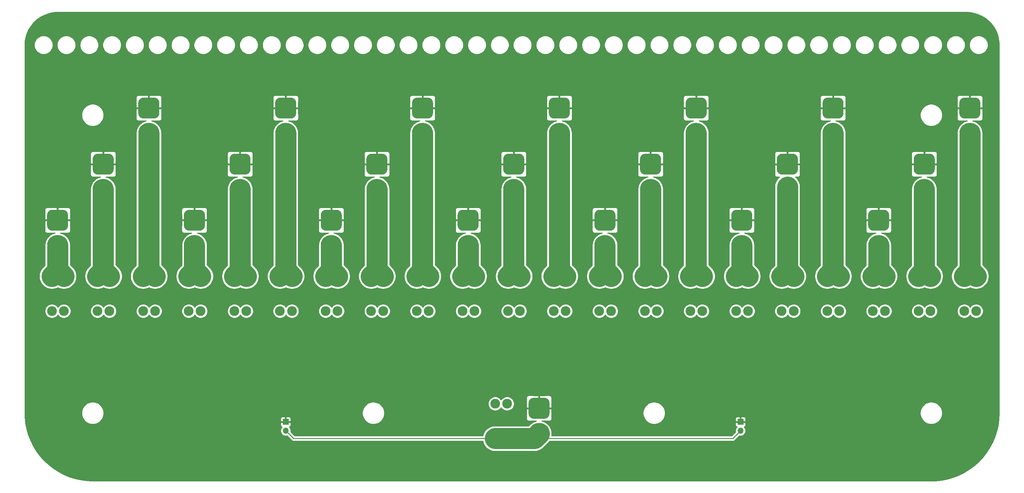
<source format=gbr>
%TF.GenerationSoftware,KiCad,Pcbnew,(5.1.7)-1*%
%TF.CreationDate,2020-11-19T07:16:11+01:00*%
%TF.ProjectId,power_distribution_v01,706f7765-725f-4646-9973-747269627574,rev?*%
%TF.SameCoordinates,Original*%
%TF.FileFunction,Copper,L2,Bot*%
%TF.FilePolarity,Positive*%
%FSLAX46Y46*%
G04 Gerber Fmt 4.6, Leading zero omitted, Abs format (unit mm)*
G04 Created by KiCad (PCBNEW (5.1.7)-1) date 2020-11-19 07:16:11*
%MOMM*%
%LPD*%
G01*
G04 APERTURE LIST*
%TA.AperFunction,ComponentPad*%
%ADD10O,1.700000X1.700000*%
%TD*%
%TA.AperFunction,ComponentPad*%
%ADD11R,1.700000X1.700000*%
%TD*%
%TA.AperFunction,ComponentPad*%
%ADD12C,6.000000*%
%TD*%
%TA.AperFunction,ComponentPad*%
%ADD13C,2.780000*%
%TD*%
%TA.AperFunction,ViaPad*%
%ADD14C,0.800000*%
%TD*%
%TA.AperFunction,Conductor*%
%ADD15C,6.000000*%
%TD*%
%TA.AperFunction,Conductor*%
%ADD16C,0.250000*%
%TD*%
%TA.AperFunction,Conductor*%
%ADD17C,0.254000*%
%TD*%
%TA.AperFunction,Conductor*%
%ADD18C,0.100000*%
%TD*%
G04 APERTURE END LIST*
D10*
%TO.P,J102,2*%
%TO.N,VCC*%
X279650000Y-192540000D03*
D11*
%TO.P,J102,1*%
%TO.N,GND*%
X279650000Y-190000000D03*
%TD*%
D10*
%TO.P,J101,2*%
%TO.N,VCC*%
X150000000Y-192540000D03*
D11*
%TO.P,J101,1*%
%TO.N,GND*%
X150000000Y-190000000D03*
%TD*%
%TO.P,J22,1*%
%TO.N,GND*%
%TA.AperFunction,ComponentPad*%
G36*
G01*
X83500000Y-129500000D02*
X86500000Y-129500000D01*
G75*
G02*
X88000000Y-131000000I0J-1500000D01*
G01*
X88000000Y-134000000D01*
G75*
G02*
X86500000Y-135500000I-1500000J0D01*
G01*
X83500000Y-135500000D01*
G75*
G02*
X82000000Y-134000000I0J1500000D01*
G01*
X82000000Y-131000000D01*
G75*
G02*
X83500000Y-129500000I1500000J0D01*
G01*
G37*
%TD.AperFunction*%
D12*
%TO.P,J22,2*%
%TO.N,Net-(D44-Pad2)*%
X85000000Y-139700000D03*
%TD*%
%TO.P,J21,1*%
%TO.N,GND*%
%TA.AperFunction,ComponentPad*%
G36*
G01*
X96500000Y-113500000D02*
X99500000Y-113500000D01*
G75*
G02*
X101000000Y-115000000I0J-1500000D01*
G01*
X101000000Y-118000000D01*
G75*
G02*
X99500000Y-119500000I-1500000J0D01*
G01*
X96500000Y-119500000D01*
G75*
G02*
X95000000Y-118000000I0J1500000D01*
G01*
X95000000Y-115000000D01*
G75*
G02*
X96500000Y-113500000I1500000J0D01*
G01*
G37*
%TD.AperFunction*%
%TO.P,J21,2*%
%TO.N,Net-(D42-Pad2)*%
X98000000Y-123700000D03*
%TD*%
%TO.P,J20,1*%
%TO.N,GND*%
%TA.AperFunction,ComponentPad*%
G36*
G01*
X109500000Y-97500000D02*
X112500000Y-97500000D01*
G75*
G02*
X114000000Y-99000000I0J-1500000D01*
G01*
X114000000Y-102000000D01*
G75*
G02*
X112500000Y-103500000I-1500000J0D01*
G01*
X109500000Y-103500000D01*
G75*
G02*
X108000000Y-102000000I0J1500000D01*
G01*
X108000000Y-99000000D01*
G75*
G02*
X109500000Y-97500000I1500000J0D01*
G01*
G37*
%TD.AperFunction*%
%TO.P,J20,2*%
%TO.N,Net-(D40-Pad2)*%
X111000000Y-107700000D03*
%TD*%
%TO.P,J19,1*%
%TO.N,GND*%
%TA.AperFunction,ComponentPad*%
G36*
G01*
X122500000Y-129500000D02*
X125500000Y-129500000D01*
G75*
G02*
X127000000Y-131000000I0J-1500000D01*
G01*
X127000000Y-134000000D01*
G75*
G02*
X125500000Y-135500000I-1500000J0D01*
G01*
X122500000Y-135500000D01*
G75*
G02*
X121000000Y-134000000I0J1500000D01*
G01*
X121000000Y-131000000D01*
G75*
G02*
X122500000Y-129500000I1500000J0D01*
G01*
G37*
%TD.AperFunction*%
%TO.P,J19,2*%
%TO.N,Net-(D38-Pad2)*%
X124000000Y-139700000D03*
%TD*%
%TO.P,J18,1*%
%TO.N,GND*%
%TA.AperFunction,ComponentPad*%
G36*
G01*
X135500000Y-113500000D02*
X138500000Y-113500000D01*
G75*
G02*
X140000000Y-115000000I0J-1500000D01*
G01*
X140000000Y-118000000D01*
G75*
G02*
X138500000Y-119500000I-1500000J0D01*
G01*
X135500000Y-119500000D01*
G75*
G02*
X134000000Y-118000000I0J1500000D01*
G01*
X134000000Y-115000000D01*
G75*
G02*
X135500000Y-113500000I1500000J0D01*
G01*
G37*
%TD.AperFunction*%
%TO.P,J18,2*%
%TO.N,Net-(D36-Pad2)*%
X137000000Y-123700000D03*
%TD*%
%TO.P,J17,1*%
%TO.N,GND*%
%TA.AperFunction,ComponentPad*%
G36*
G01*
X148500000Y-97500000D02*
X151500000Y-97500000D01*
G75*
G02*
X153000000Y-99000000I0J-1500000D01*
G01*
X153000000Y-102000000D01*
G75*
G02*
X151500000Y-103500000I-1500000J0D01*
G01*
X148500000Y-103500000D01*
G75*
G02*
X147000000Y-102000000I0J1500000D01*
G01*
X147000000Y-99000000D01*
G75*
G02*
X148500000Y-97500000I1500000J0D01*
G01*
G37*
%TD.AperFunction*%
%TO.P,J17,2*%
%TO.N,Net-(D34-Pad2)*%
X150000000Y-107700000D03*
%TD*%
%TO.P,J16,1*%
%TO.N,GND*%
%TA.AperFunction,ComponentPad*%
G36*
G01*
X161500000Y-129500000D02*
X164500000Y-129500000D01*
G75*
G02*
X166000000Y-131000000I0J-1500000D01*
G01*
X166000000Y-134000000D01*
G75*
G02*
X164500000Y-135500000I-1500000J0D01*
G01*
X161500000Y-135500000D01*
G75*
G02*
X160000000Y-134000000I0J1500000D01*
G01*
X160000000Y-131000000D01*
G75*
G02*
X161500000Y-129500000I1500000J0D01*
G01*
G37*
%TD.AperFunction*%
%TO.P,J16,2*%
%TO.N,Net-(D32-Pad2)*%
X163000000Y-139700000D03*
%TD*%
%TO.P,J15,1*%
%TO.N,GND*%
%TA.AperFunction,ComponentPad*%
G36*
G01*
X174500000Y-113500000D02*
X177500000Y-113500000D01*
G75*
G02*
X179000000Y-115000000I0J-1500000D01*
G01*
X179000000Y-118000000D01*
G75*
G02*
X177500000Y-119500000I-1500000J0D01*
G01*
X174500000Y-119500000D01*
G75*
G02*
X173000000Y-118000000I0J1500000D01*
G01*
X173000000Y-115000000D01*
G75*
G02*
X174500000Y-113500000I1500000J0D01*
G01*
G37*
%TD.AperFunction*%
%TO.P,J15,2*%
%TO.N,Net-(D30-Pad2)*%
X176000000Y-123700000D03*
%TD*%
%TO.P,J14,1*%
%TO.N,GND*%
%TA.AperFunction,ComponentPad*%
G36*
G01*
X187500000Y-97500000D02*
X190500000Y-97500000D01*
G75*
G02*
X192000000Y-99000000I0J-1500000D01*
G01*
X192000000Y-102000000D01*
G75*
G02*
X190500000Y-103500000I-1500000J0D01*
G01*
X187500000Y-103500000D01*
G75*
G02*
X186000000Y-102000000I0J1500000D01*
G01*
X186000000Y-99000000D01*
G75*
G02*
X187500000Y-97500000I1500000J0D01*
G01*
G37*
%TD.AperFunction*%
%TO.P,J14,2*%
%TO.N,Net-(D28-Pad2)*%
X189000000Y-107700000D03*
%TD*%
%TO.P,J13,1*%
%TO.N,GND*%
%TA.AperFunction,ComponentPad*%
G36*
G01*
X200500000Y-129500000D02*
X203500000Y-129500000D01*
G75*
G02*
X205000000Y-131000000I0J-1500000D01*
G01*
X205000000Y-134000000D01*
G75*
G02*
X203500000Y-135500000I-1500000J0D01*
G01*
X200500000Y-135500000D01*
G75*
G02*
X199000000Y-134000000I0J1500000D01*
G01*
X199000000Y-131000000D01*
G75*
G02*
X200500000Y-129500000I1500000J0D01*
G01*
G37*
%TD.AperFunction*%
%TO.P,J13,2*%
%TO.N,Net-(D26-Pad2)*%
X202000000Y-139700000D03*
%TD*%
%TO.P,J12,1*%
%TO.N,GND*%
%TA.AperFunction,ComponentPad*%
G36*
G01*
X213500000Y-113500000D02*
X216500000Y-113500000D01*
G75*
G02*
X218000000Y-115000000I0J-1500000D01*
G01*
X218000000Y-118000000D01*
G75*
G02*
X216500000Y-119500000I-1500000J0D01*
G01*
X213500000Y-119500000D01*
G75*
G02*
X212000000Y-118000000I0J1500000D01*
G01*
X212000000Y-115000000D01*
G75*
G02*
X213500000Y-113500000I1500000J0D01*
G01*
G37*
%TD.AperFunction*%
%TO.P,J12,2*%
%TO.N,Net-(D24-Pad2)*%
X215000000Y-123700000D03*
%TD*%
%TO.P,J11,1*%
%TO.N,GND*%
%TA.AperFunction,ComponentPad*%
G36*
G01*
X226500000Y-97500000D02*
X229500000Y-97500000D01*
G75*
G02*
X231000000Y-99000000I0J-1500000D01*
G01*
X231000000Y-102000000D01*
G75*
G02*
X229500000Y-103500000I-1500000J0D01*
G01*
X226500000Y-103500000D01*
G75*
G02*
X225000000Y-102000000I0J1500000D01*
G01*
X225000000Y-99000000D01*
G75*
G02*
X226500000Y-97500000I1500000J0D01*
G01*
G37*
%TD.AperFunction*%
%TO.P,J11,2*%
%TO.N,Net-(D22-Pad2)*%
X228000000Y-107700000D03*
%TD*%
%TO.P,J10,1*%
%TO.N,GND*%
%TA.AperFunction,ComponentPad*%
G36*
G01*
X239500000Y-129500000D02*
X242500000Y-129500000D01*
G75*
G02*
X244000000Y-131000000I0J-1500000D01*
G01*
X244000000Y-134000000D01*
G75*
G02*
X242500000Y-135500000I-1500000J0D01*
G01*
X239500000Y-135500000D01*
G75*
G02*
X238000000Y-134000000I0J1500000D01*
G01*
X238000000Y-131000000D01*
G75*
G02*
X239500000Y-129500000I1500000J0D01*
G01*
G37*
%TD.AperFunction*%
%TO.P,J10,2*%
%TO.N,Net-(D20-Pad2)*%
X241000000Y-139700000D03*
%TD*%
%TO.P,J9,1*%
%TO.N,GND*%
%TA.AperFunction,ComponentPad*%
G36*
G01*
X252500000Y-113500000D02*
X255500000Y-113500000D01*
G75*
G02*
X257000000Y-115000000I0J-1500000D01*
G01*
X257000000Y-118000000D01*
G75*
G02*
X255500000Y-119500000I-1500000J0D01*
G01*
X252500000Y-119500000D01*
G75*
G02*
X251000000Y-118000000I0J1500000D01*
G01*
X251000000Y-115000000D01*
G75*
G02*
X252500000Y-113500000I1500000J0D01*
G01*
G37*
%TD.AperFunction*%
%TO.P,J9,2*%
%TO.N,Net-(D18-Pad2)*%
X254000000Y-123700000D03*
%TD*%
%TO.P,J8,1*%
%TO.N,GND*%
%TA.AperFunction,ComponentPad*%
G36*
G01*
X265500000Y-97500000D02*
X268500000Y-97500000D01*
G75*
G02*
X270000000Y-99000000I0J-1500000D01*
G01*
X270000000Y-102000000D01*
G75*
G02*
X268500000Y-103500000I-1500000J0D01*
G01*
X265500000Y-103500000D01*
G75*
G02*
X264000000Y-102000000I0J1500000D01*
G01*
X264000000Y-99000000D01*
G75*
G02*
X265500000Y-97500000I1500000J0D01*
G01*
G37*
%TD.AperFunction*%
%TO.P,J8,2*%
%TO.N,Net-(D16-Pad2)*%
X267000000Y-107700000D03*
%TD*%
%TO.P,J7,1*%
%TO.N,GND*%
%TA.AperFunction,ComponentPad*%
G36*
G01*
X278500000Y-129500000D02*
X281500000Y-129500000D01*
G75*
G02*
X283000000Y-131000000I0J-1500000D01*
G01*
X283000000Y-134000000D01*
G75*
G02*
X281500000Y-135500000I-1500000J0D01*
G01*
X278500000Y-135500000D01*
G75*
G02*
X277000000Y-134000000I0J1500000D01*
G01*
X277000000Y-131000000D01*
G75*
G02*
X278500000Y-129500000I1500000J0D01*
G01*
G37*
%TD.AperFunction*%
%TO.P,J7,2*%
%TO.N,Net-(D14-Pad2)*%
X280000000Y-139700000D03*
%TD*%
%TO.P,J6,1*%
%TO.N,GND*%
%TA.AperFunction,ComponentPad*%
G36*
G01*
X291500000Y-113500000D02*
X294500000Y-113500000D01*
G75*
G02*
X296000000Y-115000000I0J-1500000D01*
G01*
X296000000Y-118000000D01*
G75*
G02*
X294500000Y-119500000I-1500000J0D01*
G01*
X291500000Y-119500000D01*
G75*
G02*
X290000000Y-118000000I0J1500000D01*
G01*
X290000000Y-115000000D01*
G75*
G02*
X291500000Y-113500000I1500000J0D01*
G01*
G37*
%TD.AperFunction*%
%TO.P,J6,2*%
%TO.N,Net-(D12-Pad2)*%
X293000000Y-123700000D03*
%TD*%
%TO.P,J5,1*%
%TO.N,GND*%
%TA.AperFunction,ComponentPad*%
G36*
G01*
X304500000Y-97500000D02*
X307500000Y-97500000D01*
G75*
G02*
X309000000Y-99000000I0J-1500000D01*
G01*
X309000000Y-102000000D01*
G75*
G02*
X307500000Y-103500000I-1500000J0D01*
G01*
X304500000Y-103500000D01*
G75*
G02*
X303000000Y-102000000I0J1500000D01*
G01*
X303000000Y-99000000D01*
G75*
G02*
X304500000Y-97500000I1500000J0D01*
G01*
G37*
%TD.AperFunction*%
%TO.P,J5,2*%
%TO.N,Net-(D10-Pad2)*%
X306000000Y-107700000D03*
%TD*%
%TO.P,J4,1*%
%TO.N,GND*%
%TA.AperFunction,ComponentPad*%
G36*
G01*
X317500000Y-129500000D02*
X320500000Y-129500000D01*
G75*
G02*
X322000000Y-131000000I0J-1500000D01*
G01*
X322000000Y-134000000D01*
G75*
G02*
X320500000Y-135500000I-1500000J0D01*
G01*
X317500000Y-135500000D01*
G75*
G02*
X316000000Y-134000000I0J1500000D01*
G01*
X316000000Y-131000000D01*
G75*
G02*
X317500000Y-129500000I1500000J0D01*
G01*
G37*
%TD.AperFunction*%
%TO.P,J4,2*%
%TO.N,Net-(D8-Pad2)*%
X319000000Y-139700000D03*
%TD*%
%TO.P,J3,1*%
%TO.N,GND*%
%TA.AperFunction,ComponentPad*%
G36*
G01*
X330500000Y-113500000D02*
X333500000Y-113500000D01*
G75*
G02*
X335000000Y-115000000I0J-1500000D01*
G01*
X335000000Y-118000000D01*
G75*
G02*
X333500000Y-119500000I-1500000J0D01*
G01*
X330500000Y-119500000D01*
G75*
G02*
X329000000Y-118000000I0J1500000D01*
G01*
X329000000Y-115000000D01*
G75*
G02*
X330500000Y-113500000I1500000J0D01*
G01*
G37*
%TD.AperFunction*%
%TO.P,J3,2*%
%TO.N,Net-(D6-Pad2)*%
X332000000Y-123700000D03*
%TD*%
%TO.P,J2,1*%
%TO.N,GND*%
%TA.AperFunction,ComponentPad*%
G36*
G01*
X343500000Y-97500000D02*
X346500000Y-97500000D01*
G75*
G02*
X348000000Y-99000000I0J-1500000D01*
G01*
X348000000Y-102000000D01*
G75*
G02*
X346500000Y-103500000I-1500000J0D01*
G01*
X343500000Y-103500000D01*
G75*
G02*
X342000000Y-102000000I0J1500000D01*
G01*
X342000000Y-99000000D01*
G75*
G02*
X343500000Y-97500000I1500000J0D01*
G01*
G37*
%TD.AperFunction*%
%TO.P,J2,2*%
%TO.N,Net-(D4-Pad2)*%
X345000000Y-107700000D03*
%TD*%
D13*
%TO.P,F22,2*%
%TO.N,Net-(D44-Pad2)*%
X86778000Y-148488000D03*
X83378000Y-148488000D03*
%TO.P,F22,1*%
%TO.N,+12V*%
X86778000Y-158408000D03*
X83378000Y-158408000D03*
%TD*%
%TO.P,F21,2*%
%TO.N,Net-(D42-Pad2)*%
X99778000Y-148488000D03*
X96378000Y-148488000D03*
%TO.P,F21,1*%
%TO.N,+12V*%
X99778000Y-158408000D03*
X96378000Y-158408000D03*
%TD*%
%TO.P,F20,2*%
%TO.N,Net-(D40-Pad2)*%
X112778000Y-148488000D03*
X109378000Y-148488000D03*
%TO.P,F20,1*%
%TO.N,+12V*%
X112778000Y-158408000D03*
X109378000Y-158408000D03*
%TD*%
%TO.P,F19,2*%
%TO.N,Net-(D38-Pad2)*%
X125778000Y-148488000D03*
X122378000Y-148488000D03*
%TO.P,F19,1*%
%TO.N,+12V*%
X125778000Y-158408000D03*
X122378000Y-158408000D03*
%TD*%
%TO.P,F18,2*%
%TO.N,Net-(D36-Pad2)*%
X138778000Y-148488000D03*
X135378000Y-148488000D03*
%TO.P,F18,1*%
%TO.N,+12V*%
X138778000Y-158408000D03*
X135378000Y-158408000D03*
%TD*%
%TO.P,F17,2*%
%TO.N,Net-(D34-Pad2)*%
X151778000Y-148488000D03*
X148378000Y-148488000D03*
%TO.P,F17,1*%
%TO.N,+12V*%
X151778000Y-158408000D03*
X148378000Y-158408000D03*
%TD*%
%TO.P,F16,2*%
%TO.N,Net-(D32-Pad2)*%
X164778000Y-148488000D03*
X161378000Y-148488000D03*
%TO.P,F16,1*%
%TO.N,+12V*%
X164778000Y-158408000D03*
X161378000Y-158408000D03*
%TD*%
%TO.P,F15,2*%
%TO.N,Net-(D30-Pad2)*%
X177778000Y-148488000D03*
X174378000Y-148488000D03*
%TO.P,F15,1*%
%TO.N,+12V*%
X177778000Y-158408000D03*
X174378000Y-158408000D03*
%TD*%
%TO.P,F14,2*%
%TO.N,Net-(D28-Pad2)*%
X190778000Y-148488000D03*
X187378000Y-148488000D03*
%TO.P,F14,1*%
%TO.N,+12V*%
X190778000Y-158408000D03*
X187378000Y-158408000D03*
%TD*%
%TO.P,F13,2*%
%TO.N,Net-(D26-Pad2)*%
X203778000Y-148488000D03*
X200378000Y-148488000D03*
%TO.P,F13,1*%
%TO.N,+12V*%
X203778000Y-158408000D03*
X200378000Y-158408000D03*
%TD*%
%TO.P,F12,2*%
%TO.N,Net-(D24-Pad2)*%
X216778000Y-148488000D03*
X213378000Y-148488000D03*
%TO.P,F12,1*%
%TO.N,+12V*%
X216778000Y-158408000D03*
X213378000Y-158408000D03*
%TD*%
%TO.P,F11,2*%
%TO.N,Net-(D22-Pad2)*%
X229778000Y-148488000D03*
X226378000Y-148488000D03*
%TO.P,F11,1*%
%TO.N,+12V*%
X229778000Y-158408000D03*
X226378000Y-158408000D03*
%TD*%
%TO.P,F10,2*%
%TO.N,Net-(D20-Pad2)*%
X242778000Y-148488000D03*
X239378000Y-148488000D03*
%TO.P,F10,1*%
%TO.N,+12V*%
X242778000Y-158408000D03*
X239378000Y-158408000D03*
%TD*%
%TO.P,F9,2*%
%TO.N,Net-(D18-Pad2)*%
X255778000Y-148488000D03*
X252378000Y-148488000D03*
%TO.P,F9,1*%
%TO.N,+12V*%
X255778000Y-158408000D03*
X252378000Y-158408000D03*
%TD*%
%TO.P,F8,2*%
%TO.N,Net-(D16-Pad2)*%
X268778000Y-148488000D03*
X265378000Y-148488000D03*
%TO.P,F8,1*%
%TO.N,+12V*%
X268778000Y-158408000D03*
X265378000Y-158408000D03*
%TD*%
%TO.P,F7,2*%
%TO.N,Net-(D14-Pad2)*%
X281778000Y-148488000D03*
X278378000Y-148488000D03*
%TO.P,F7,1*%
%TO.N,+12V*%
X281778000Y-158408000D03*
X278378000Y-158408000D03*
%TD*%
%TO.P,F6,2*%
%TO.N,Net-(D12-Pad2)*%
X294778000Y-148488000D03*
X291378000Y-148488000D03*
%TO.P,F6,1*%
%TO.N,+12V*%
X294778000Y-158408000D03*
X291378000Y-158408000D03*
%TD*%
%TO.P,F5,2*%
%TO.N,Net-(D10-Pad2)*%
X307778000Y-148488000D03*
X304378000Y-148488000D03*
%TO.P,F5,1*%
%TO.N,+12V*%
X307778000Y-158408000D03*
X304378000Y-158408000D03*
%TD*%
%TO.P,F4,2*%
%TO.N,Net-(D8-Pad2)*%
X320778000Y-148488000D03*
X317378000Y-148488000D03*
%TO.P,F4,1*%
%TO.N,+12V*%
X320778000Y-158408000D03*
X317378000Y-158408000D03*
%TD*%
%TO.P,F3,2*%
%TO.N,Net-(D6-Pad2)*%
X333778000Y-148488000D03*
X330378000Y-148488000D03*
%TO.P,F3,1*%
%TO.N,+12V*%
X333778000Y-158408000D03*
X330378000Y-158408000D03*
%TD*%
%TO.P,F2,2*%
%TO.N,Net-(D4-Pad2)*%
X346778000Y-148488000D03*
X343378000Y-148488000D03*
%TO.P,F2,1*%
%TO.N,+12V*%
X346778000Y-158408000D03*
X343378000Y-158408000D03*
%TD*%
%TO.P,F1,2*%
%TO.N,+12V*%
X213114000Y-184850000D03*
X209714000Y-184850000D03*
%TO.P,F1,1*%
%TO.N,VCC*%
X213114000Y-194770000D03*
X209714000Y-194770000D03*
%TD*%
%TO.P,J1,1*%
%TO.N,GND*%
%TA.AperFunction,ComponentPad*%
G36*
G01*
X220718420Y-183134000D02*
X223718420Y-183134000D01*
G75*
G02*
X225218420Y-184634000I0J-1500000D01*
G01*
X225218420Y-187634000D01*
G75*
G02*
X223718420Y-189134000I-1500000J0D01*
G01*
X220718420Y-189134000D01*
G75*
G02*
X219218420Y-187634000I0J1500000D01*
G01*
X219218420Y-184634000D01*
G75*
G02*
X220718420Y-183134000I1500000J0D01*
G01*
G37*
%TD.AperFunction*%
D12*
%TO.P,J1,2*%
%TO.N,VCC*%
X222218420Y-193334000D03*
%TD*%
D14*
%TO.N,GND*%
X205142000Y-181054000D03*
X202063000Y-161063000D03*
X345063000Y-161063000D03*
X332063000Y-161063000D03*
X319063000Y-161063000D03*
X306063000Y-161063000D03*
X293063000Y-161063000D03*
X280063000Y-161063000D03*
X267063000Y-161063000D03*
X254063000Y-161063000D03*
X241063000Y-161063000D03*
X228063000Y-161063000D03*
X215063000Y-161063000D03*
X189063000Y-161063000D03*
X176063000Y-161063000D03*
X163063000Y-161063000D03*
X150063000Y-161063000D03*
X137063000Y-161063000D03*
X124063000Y-161063000D03*
X111063000Y-161063000D03*
X98063000Y-161063000D03*
X85063000Y-161063000D03*
%TD*%
D15*
%TO.N,VCC*%
X222218420Y-193334000D02*
X222218420Y-193441580D01*
X220890000Y-194770000D02*
X209714000Y-194770000D01*
X222218420Y-193441580D02*
X220890000Y-194770000D01*
D16*
X152230000Y-194770000D02*
X209714000Y-194770000D01*
X150000000Y-192540000D02*
X152230000Y-194770000D01*
X277420000Y-194770000D02*
X220890000Y-194770000D01*
X279650000Y-192540000D02*
X277420000Y-194770000D01*
D15*
%TO.N,Net-(D4-Pad2)*%
X345000000Y-146710000D02*
X346778000Y-148488000D01*
X345000000Y-139700000D02*
X345000000Y-146710000D01*
X345000000Y-146866000D02*
X345000000Y-146710000D01*
X343378000Y-148488000D02*
X345000000Y-146866000D01*
X345000000Y-139700000D02*
X345000000Y-107700000D01*
%TO.N,Net-(D6-Pad2)*%
X332000000Y-146710000D02*
X333778000Y-148488000D01*
X332000000Y-139700000D02*
X332000000Y-146710000D01*
X332000000Y-146866000D02*
X332000000Y-146710000D01*
X330378000Y-148488000D02*
X332000000Y-146866000D01*
X332000000Y-139700000D02*
X332000000Y-123700000D01*
%TO.N,Net-(D8-Pad2)*%
X319000000Y-146710000D02*
X320778000Y-148488000D01*
X319000000Y-139700000D02*
X319000000Y-146710000D01*
X319000000Y-146866000D02*
X319000000Y-146710000D01*
X317378000Y-148488000D02*
X319000000Y-146866000D01*
%TO.N,Net-(D10-Pad2)*%
X306000000Y-146710000D02*
X307778000Y-148488000D01*
X306000000Y-139700000D02*
X306000000Y-146710000D01*
X306000000Y-146866000D02*
X306000000Y-146710000D01*
X304378000Y-148488000D02*
X306000000Y-146866000D01*
X306000000Y-107700000D02*
X306000000Y-139700000D01*
%TO.N,Net-(D12-Pad2)*%
X293000000Y-146710000D02*
X294778000Y-148488000D01*
X293000000Y-146866000D02*
X293000000Y-146710000D01*
X291378000Y-148488000D02*
X293000000Y-146866000D01*
X293000000Y-123000000D02*
X293000000Y-123700000D01*
X293000000Y-146710000D02*
X293000000Y-123000000D01*
%TO.N,Net-(D14-Pad2)*%
X280000000Y-146710000D02*
X281778000Y-148488000D01*
X280000000Y-139700000D02*
X280000000Y-146710000D01*
X280000000Y-146866000D02*
X280000000Y-146710000D01*
X278378000Y-148488000D02*
X280000000Y-146866000D01*
%TO.N,Net-(D16-Pad2)*%
X267000000Y-146710000D02*
X268778000Y-148488000D01*
X267000000Y-139700000D02*
X267000000Y-146710000D01*
X267000000Y-146866000D02*
X267000000Y-146710000D01*
X265378000Y-148488000D02*
X267000000Y-146866000D01*
X267000000Y-107700000D02*
X267000000Y-139700000D01*
%TO.N,Net-(D18-Pad2)*%
X254000000Y-146710000D02*
X255778000Y-148488000D01*
X254000000Y-139700000D02*
X254000000Y-146710000D01*
X254000000Y-146866000D02*
X254000000Y-146710000D01*
X252378000Y-148488000D02*
X254000000Y-146866000D01*
X254000000Y-139700000D02*
X254000000Y-123700000D01*
%TO.N,Net-(D20-Pad2)*%
X241000000Y-146710000D02*
X242778000Y-148488000D01*
X241000000Y-139700000D02*
X241000000Y-146710000D01*
X241000000Y-146866000D02*
X241000000Y-146710000D01*
X239378000Y-148488000D02*
X241000000Y-146866000D01*
%TO.N,Net-(D22-Pad2)*%
X228000000Y-146710000D02*
X229778000Y-148488000D01*
X228000000Y-139700000D02*
X228000000Y-146710000D01*
X228000000Y-146866000D02*
X228000000Y-146710000D01*
X226378000Y-148488000D02*
X228000000Y-146866000D01*
X228000000Y-139700000D02*
X228000000Y-107700000D01*
%TO.N,Net-(D24-Pad2)*%
X215000000Y-146710000D02*
X216778000Y-148488000D01*
X215000000Y-146866000D02*
X215000000Y-146710000D01*
X213378000Y-148488000D02*
X215000000Y-146866000D01*
X215000000Y-125000000D02*
X215000000Y-123700000D01*
X215000000Y-146710000D02*
X215000000Y-125000000D01*
%TO.N,Net-(D26-Pad2)*%
X202000000Y-146710000D02*
X203778000Y-148488000D01*
X202000000Y-139700000D02*
X202000000Y-146710000D01*
X202000000Y-146866000D02*
X202000000Y-146710000D01*
X200378000Y-148488000D02*
X202000000Y-146866000D01*
%TO.N,Net-(D28-Pad2)*%
X189000000Y-146710000D02*
X190778000Y-148488000D01*
X189000000Y-139700000D02*
X189000000Y-146710000D01*
X189000000Y-146866000D02*
X189000000Y-146710000D01*
X187378000Y-148488000D02*
X189000000Y-146866000D01*
X189000000Y-107700000D02*
X189000000Y-139700000D01*
%TO.N,Net-(D30-Pad2)*%
X176000000Y-146710000D02*
X177778000Y-148488000D01*
X176000000Y-139700000D02*
X176000000Y-146710000D01*
X176000000Y-146866000D02*
X176000000Y-146710000D01*
X174378000Y-148488000D02*
X176000000Y-146866000D01*
X176000000Y-139700000D02*
X176000000Y-123700000D01*
%TO.N,Net-(D32-Pad2)*%
X163000000Y-146710000D02*
X164778000Y-148488000D01*
X163000000Y-139700000D02*
X163000000Y-146710000D01*
X163000000Y-146866000D02*
X163000000Y-146710000D01*
X161378000Y-148488000D02*
X163000000Y-146866000D01*
%TO.N,Net-(D34-Pad2)*%
X150000000Y-146710000D02*
X151778000Y-148488000D01*
X150000000Y-146866000D02*
X150000000Y-146710000D01*
X148378000Y-148488000D02*
X150000000Y-146866000D01*
X150000000Y-126000000D02*
X150000000Y-107700000D01*
X150000000Y-146710000D02*
X150000000Y-126000000D01*
%TO.N,Net-(D36-Pad2)*%
X137000000Y-146710000D02*
X138778000Y-148488000D01*
X137000000Y-139700000D02*
X137000000Y-146710000D01*
X137000000Y-146866000D02*
X137000000Y-146710000D01*
X135378000Y-148488000D02*
X137000000Y-146866000D01*
X137000000Y-139700000D02*
X137000000Y-123700000D01*
%TO.N,Net-(D38-Pad2)*%
X124000000Y-146710000D02*
X125778000Y-148488000D01*
X124000000Y-139700000D02*
X124000000Y-146710000D01*
X124000000Y-146866000D02*
X124000000Y-146710000D01*
X122378000Y-148488000D02*
X124000000Y-146866000D01*
%TO.N,Net-(D40-Pad2)*%
X111000000Y-146710000D02*
X112778000Y-148488000D01*
X111000000Y-139700000D02*
X111000000Y-146710000D01*
X111000000Y-146866000D02*
X111000000Y-146710000D01*
X109378000Y-148488000D02*
X111000000Y-146866000D01*
X111000000Y-139700000D02*
X111000000Y-107700000D01*
%TO.N,Net-(D42-Pad2)*%
X98000000Y-146710000D02*
X99778000Y-148488000D01*
X98000000Y-139700000D02*
X98000000Y-146710000D01*
X98000000Y-146866000D02*
X98000000Y-146710000D01*
X96378000Y-148488000D02*
X98000000Y-146866000D01*
X98000000Y-123700000D02*
X98000000Y-139700000D01*
%TO.N,Net-(D44-Pad2)*%
X85000000Y-146710000D02*
X86778000Y-148488000D01*
X85000000Y-139700000D02*
X85000000Y-146710000D01*
X85000000Y-146866000D02*
X85000000Y-146710000D01*
X83378000Y-148488000D02*
X85000000Y-146866000D01*
%TD*%
D17*
%TO.N,GND*%
X84865717Y-73175088D02*
X84966353Y-73185000D01*
X344033647Y-73185000D01*
X344134283Y-73175088D01*
X344148847Y-73170670D01*
X345170449Y-73234944D01*
X346322444Y-73454698D01*
X347437801Y-73817100D01*
X348498955Y-74316441D01*
X349489146Y-74944836D01*
X350392776Y-75692383D01*
X351195588Y-76547292D01*
X351884922Y-77496079D01*
X352449903Y-78523774D01*
X352881627Y-79614186D01*
X353173281Y-80750103D01*
X353321571Y-81923941D01*
X353334465Y-82334227D01*
X353324912Y-82365718D01*
X353315000Y-82466354D01*
X353315001Y-187533647D01*
X353324913Y-187634283D01*
X353332284Y-187658581D01*
X353262783Y-189219151D01*
X353033699Y-190924705D01*
X352653909Y-192603134D01*
X352126421Y-194241155D01*
X351455411Y-195825798D01*
X350646186Y-197344531D01*
X349705160Y-198785311D01*
X348639790Y-200136725D01*
X347458496Y-201388095D01*
X346170648Y-202529492D01*
X344786423Y-203551897D01*
X343316804Y-204447197D01*
X341773407Y-205208316D01*
X340168465Y-205829221D01*
X338514681Y-206304997D01*
X336825147Y-206631880D01*
X335108079Y-206807807D01*
X334167239Y-206834909D01*
X334134283Y-206824912D01*
X334033647Y-206815000D01*
X94966353Y-206815000D01*
X94865717Y-206824912D01*
X94841416Y-206832284D01*
X93280849Y-206762783D01*
X91575295Y-206533699D01*
X89896866Y-206153909D01*
X88258845Y-205626421D01*
X86674202Y-204955411D01*
X85155469Y-204146186D01*
X83714689Y-203205160D01*
X82363275Y-202139790D01*
X81111905Y-200958496D01*
X79970508Y-199670648D01*
X78948103Y-198286423D01*
X78052803Y-196816804D01*
X77291684Y-195273407D01*
X76670779Y-193668465D01*
X76195003Y-192014681D01*
X75969667Y-190850000D01*
X148511928Y-190850000D01*
X148524188Y-190974482D01*
X148560498Y-191094180D01*
X148619463Y-191204494D01*
X148698815Y-191301185D01*
X148795506Y-191380537D01*
X148905820Y-191439502D01*
X148978380Y-191461513D01*
X148846525Y-191593368D01*
X148684010Y-191836589D01*
X148572068Y-192106842D01*
X148515000Y-192393740D01*
X148515000Y-192686260D01*
X148572068Y-192973158D01*
X148684010Y-193243411D01*
X148846525Y-193486632D01*
X149053368Y-193693475D01*
X149296589Y-193855990D01*
X149566842Y-193967932D01*
X149853740Y-194025000D01*
X150146260Y-194025000D01*
X150366408Y-193981209D01*
X151666201Y-195281003D01*
X151689999Y-195310001D01*
X151805724Y-195404974D01*
X151937753Y-195475546D01*
X152081014Y-195519003D01*
X152192667Y-195530000D01*
X152192676Y-195530000D01*
X152229999Y-195533676D01*
X152267322Y-195530000D01*
X206145978Y-195530000D01*
X206339449Y-196167785D01*
X206676984Y-196799269D01*
X207131230Y-197352770D01*
X207684731Y-197807016D01*
X208316215Y-198144551D01*
X209001415Y-198352405D01*
X209535425Y-198405000D01*
X220711428Y-198405000D01*
X220890000Y-198422588D01*
X221068572Y-198405000D01*
X221068575Y-198405000D01*
X221602585Y-198352405D01*
X222287785Y-198144551D01*
X222919269Y-197807016D01*
X223472770Y-197352770D01*
X223586611Y-197214054D01*
X224662478Y-196138188D01*
X224801190Y-196024350D01*
X225206892Y-195530000D01*
X277382678Y-195530000D01*
X277420000Y-195533676D01*
X277457322Y-195530000D01*
X277457333Y-195530000D01*
X277568986Y-195519003D01*
X277712247Y-195475546D01*
X277844276Y-195404974D01*
X277960001Y-195310001D01*
X277983804Y-195280997D01*
X279283592Y-193981210D01*
X279503740Y-194025000D01*
X279796260Y-194025000D01*
X280083158Y-193967932D01*
X280353411Y-193855990D01*
X280596632Y-193693475D01*
X280803475Y-193486632D01*
X280965990Y-193243411D01*
X281077932Y-192973158D01*
X281135000Y-192686260D01*
X281135000Y-192393740D01*
X281077932Y-192106842D01*
X280965990Y-191836589D01*
X280803475Y-191593368D01*
X280671620Y-191461513D01*
X280744180Y-191439502D01*
X280854494Y-191380537D01*
X280951185Y-191301185D01*
X281030537Y-191204494D01*
X281089502Y-191094180D01*
X281125812Y-190974482D01*
X281138072Y-190850000D01*
X281135000Y-190285750D01*
X280976250Y-190127000D01*
X279777000Y-190127000D01*
X279777000Y-190147000D01*
X279523000Y-190147000D01*
X279523000Y-190127000D01*
X278323750Y-190127000D01*
X278165000Y-190285750D01*
X278161928Y-190850000D01*
X278174188Y-190974482D01*
X278210498Y-191094180D01*
X278269463Y-191204494D01*
X278348815Y-191301185D01*
X278445506Y-191380537D01*
X278555820Y-191439502D01*
X278628380Y-191461513D01*
X278496525Y-191593368D01*
X278334010Y-191836589D01*
X278222068Y-192106842D01*
X278165000Y-192393740D01*
X278165000Y-192686260D01*
X278208790Y-192906408D01*
X277105199Y-194010000D01*
X225815024Y-194010000D01*
X225839401Y-193762496D01*
X225853420Y-193692016D01*
X225853420Y-193620153D01*
X225871008Y-193441580D01*
X225853420Y-193263007D01*
X225853420Y-192975984D01*
X225818413Y-192799994D01*
X225800825Y-192621415D01*
X225748736Y-192449700D01*
X225713729Y-192273710D01*
X225645060Y-192107928D01*
X225592971Y-191936215D01*
X225508384Y-191777964D01*
X225439715Y-191612182D01*
X225340023Y-191462983D01*
X225255436Y-191304731D01*
X225141600Y-191166022D01*
X225041909Y-191016823D01*
X224915027Y-190889941D01*
X224801190Y-190751230D01*
X224662480Y-190637394D01*
X224535597Y-190510511D01*
X224386394Y-190410817D01*
X224247688Y-190296984D01*
X224089441Y-190212400D01*
X223940238Y-190112705D01*
X223774451Y-190044034D01*
X223616204Y-189959449D01*
X223444495Y-189907361D01*
X223278710Y-189838691D01*
X223102717Y-189803684D01*
X222990194Y-189769550D01*
X225218420Y-189772072D01*
X225342902Y-189759812D01*
X225462600Y-189723502D01*
X225572914Y-189664537D01*
X225669605Y-189585185D01*
X225748957Y-189488494D01*
X225807922Y-189378180D01*
X225844232Y-189258482D01*
X225856492Y-189134000D01*
X225854290Y-187188305D01*
X251835313Y-187188305D01*
X251835313Y-187811695D01*
X251956930Y-188423105D01*
X252195490Y-188999042D01*
X252541827Y-189517371D01*
X252982629Y-189958173D01*
X253500958Y-190304510D01*
X254076895Y-190543070D01*
X254688305Y-190664687D01*
X255311695Y-190664687D01*
X255923105Y-190543070D01*
X256499042Y-190304510D01*
X257017371Y-189958173D01*
X257458173Y-189517371D01*
X257703642Y-189150000D01*
X278161928Y-189150000D01*
X278165000Y-189714250D01*
X278323750Y-189873000D01*
X279523000Y-189873000D01*
X279523000Y-188673750D01*
X279777000Y-188673750D01*
X279777000Y-189873000D01*
X280976250Y-189873000D01*
X281135000Y-189714250D01*
X281138072Y-189150000D01*
X281125812Y-189025518D01*
X281089502Y-188905820D01*
X281030537Y-188795506D01*
X280951185Y-188698815D01*
X280854494Y-188619463D01*
X280744180Y-188560498D01*
X280624482Y-188524188D01*
X280500000Y-188511928D01*
X279935750Y-188515000D01*
X279777000Y-188673750D01*
X279523000Y-188673750D01*
X279364250Y-188515000D01*
X278800000Y-188511928D01*
X278675518Y-188524188D01*
X278555820Y-188560498D01*
X278445506Y-188619463D01*
X278348815Y-188698815D01*
X278269463Y-188795506D01*
X278210498Y-188905820D01*
X278174188Y-189025518D01*
X278161928Y-189150000D01*
X257703642Y-189150000D01*
X257804510Y-188999042D01*
X258043070Y-188423105D01*
X258164687Y-187811695D01*
X258164687Y-187188305D01*
X330835313Y-187188305D01*
X330835313Y-187811695D01*
X330956930Y-188423105D01*
X331195490Y-188999042D01*
X331541827Y-189517371D01*
X331982629Y-189958173D01*
X332500958Y-190304510D01*
X333076895Y-190543070D01*
X333688305Y-190664687D01*
X334311695Y-190664687D01*
X334923105Y-190543070D01*
X335499042Y-190304510D01*
X336017371Y-189958173D01*
X336458173Y-189517371D01*
X336804510Y-188999042D01*
X337043070Y-188423105D01*
X337164687Y-187811695D01*
X337164687Y-187188305D01*
X337043070Y-186576895D01*
X336804510Y-186000958D01*
X336458173Y-185482629D01*
X336017371Y-185041827D01*
X335499042Y-184695490D01*
X334923105Y-184456930D01*
X334311695Y-184335313D01*
X333688305Y-184335313D01*
X333076895Y-184456930D01*
X332500958Y-184695490D01*
X331982629Y-185041827D01*
X331541827Y-185482629D01*
X331195490Y-186000958D01*
X330956930Y-186576895D01*
X330835313Y-187188305D01*
X258164687Y-187188305D01*
X258043070Y-186576895D01*
X257804510Y-186000958D01*
X257458173Y-185482629D01*
X257017371Y-185041827D01*
X256499042Y-184695490D01*
X255923105Y-184456930D01*
X255311695Y-184335313D01*
X254688305Y-184335313D01*
X254076895Y-184456930D01*
X253500958Y-184695490D01*
X252982629Y-185041827D01*
X252541827Y-185482629D01*
X252195490Y-186000958D01*
X251956930Y-186576895D01*
X251835313Y-187188305D01*
X225854290Y-187188305D01*
X225853420Y-186419750D01*
X225694670Y-186261000D01*
X222345420Y-186261000D01*
X222345420Y-186281000D01*
X222091420Y-186281000D01*
X222091420Y-186261000D01*
X218742170Y-186261000D01*
X218583420Y-186419750D01*
X218580348Y-189134000D01*
X218592608Y-189258482D01*
X218628918Y-189378180D01*
X218687883Y-189488494D01*
X218767235Y-189585185D01*
X218863926Y-189664537D01*
X218974240Y-189723502D01*
X219093938Y-189759812D01*
X219218420Y-189772072D01*
X221446645Y-189769550D01*
X221334120Y-189803684D01*
X221158130Y-189838691D01*
X220992348Y-189907360D01*
X220820635Y-189959449D01*
X220662384Y-190044036D01*
X220496602Y-190112705D01*
X220347403Y-190212397D01*
X220189151Y-190296984D01*
X220050442Y-190410820D01*
X219901243Y-190510511D01*
X219774361Y-190637393D01*
X219635650Y-190751230D01*
X219521814Y-190889940D01*
X219394931Y-191016823D01*
X219315968Y-191135000D01*
X209535425Y-191135000D01*
X209001415Y-191187595D01*
X208316215Y-191395449D01*
X207684731Y-191732984D01*
X207131230Y-192187230D01*
X206676984Y-192740731D01*
X206339449Y-193372215D01*
X206145978Y-194010000D01*
X152544802Y-194010000D01*
X151441209Y-192906408D01*
X151485000Y-192686260D01*
X151485000Y-192393740D01*
X151427932Y-192106842D01*
X151315990Y-191836589D01*
X151153475Y-191593368D01*
X151021620Y-191461513D01*
X151094180Y-191439502D01*
X151204494Y-191380537D01*
X151301185Y-191301185D01*
X151380537Y-191204494D01*
X151439502Y-191094180D01*
X151475812Y-190974482D01*
X151488072Y-190850000D01*
X151485000Y-190285750D01*
X151326250Y-190127000D01*
X150127000Y-190127000D01*
X150127000Y-190147000D01*
X149873000Y-190147000D01*
X149873000Y-190127000D01*
X148673750Y-190127000D01*
X148515000Y-190285750D01*
X148511928Y-190850000D01*
X75969667Y-190850000D01*
X75868120Y-190325147D01*
X75692193Y-188608079D01*
X75665091Y-187667239D01*
X75675088Y-187634283D01*
X75685000Y-187533647D01*
X75685000Y-187188305D01*
X91835313Y-187188305D01*
X91835313Y-187811695D01*
X91956930Y-188423105D01*
X92195490Y-188999042D01*
X92541827Y-189517371D01*
X92982629Y-189958173D01*
X93500958Y-190304510D01*
X94076895Y-190543070D01*
X94688305Y-190664687D01*
X95311695Y-190664687D01*
X95923105Y-190543070D01*
X96499042Y-190304510D01*
X97017371Y-189958173D01*
X97458173Y-189517371D01*
X97703642Y-189150000D01*
X148511928Y-189150000D01*
X148515000Y-189714250D01*
X148673750Y-189873000D01*
X149873000Y-189873000D01*
X149873000Y-188673750D01*
X150127000Y-188673750D01*
X150127000Y-189873000D01*
X151326250Y-189873000D01*
X151485000Y-189714250D01*
X151488072Y-189150000D01*
X151475812Y-189025518D01*
X151439502Y-188905820D01*
X151380537Y-188795506D01*
X151301185Y-188698815D01*
X151204494Y-188619463D01*
X151094180Y-188560498D01*
X150974482Y-188524188D01*
X150850000Y-188511928D01*
X150285750Y-188515000D01*
X150127000Y-188673750D01*
X149873000Y-188673750D01*
X149714250Y-188515000D01*
X149150000Y-188511928D01*
X149025518Y-188524188D01*
X148905820Y-188560498D01*
X148795506Y-188619463D01*
X148698815Y-188698815D01*
X148619463Y-188795506D01*
X148560498Y-188905820D01*
X148524188Y-189025518D01*
X148511928Y-189150000D01*
X97703642Y-189150000D01*
X97804510Y-188999042D01*
X98043070Y-188423105D01*
X98164687Y-187811695D01*
X98164687Y-187188305D01*
X171835313Y-187188305D01*
X171835313Y-187811695D01*
X171956930Y-188423105D01*
X172195490Y-188999042D01*
X172541827Y-189517371D01*
X172982629Y-189958173D01*
X173500958Y-190304510D01*
X174076895Y-190543070D01*
X174688305Y-190664687D01*
X175311695Y-190664687D01*
X175923105Y-190543070D01*
X176499042Y-190304510D01*
X177017371Y-189958173D01*
X177458173Y-189517371D01*
X177804510Y-188999042D01*
X178043070Y-188423105D01*
X178164687Y-187811695D01*
X178164687Y-187188305D01*
X178043070Y-186576895D01*
X177804510Y-186000958D01*
X177458173Y-185482629D01*
X177017371Y-185041827D01*
X176499042Y-184695490D01*
X176390559Y-184650555D01*
X207689000Y-184650555D01*
X207689000Y-185049445D01*
X207766820Y-185440671D01*
X207919468Y-185809197D01*
X208141080Y-186140862D01*
X208423138Y-186422920D01*
X208754803Y-186644532D01*
X209123329Y-186797180D01*
X209514555Y-186875000D01*
X209913445Y-186875000D01*
X210304671Y-186797180D01*
X210673197Y-186644532D01*
X211004862Y-186422920D01*
X211286920Y-186140862D01*
X211414000Y-185950674D01*
X211541080Y-186140862D01*
X211823138Y-186422920D01*
X212154803Y-186644532D01*
X212523329Y-186797180D01*
X212914555Y-186875000D01*
X213313445Y-186875000D01*
X213704671Y-186797180D01*
X214073197Y-186644532D01*
X214404862Y-186422920D01*
X214686920Y-186140862D01*
X214908532Y-185809197D01*
X215061180Y-185440671D01*
X215139000Y-185049445D01*
X215139000Y-184650555D01*
X215061180Y-184259329D01*
X214908532Y-183890803D01*
X214686920Y-183559138D01*
X214404862Y-183277080D01*
X214190729Y-183134000D01*
X218580348Y-183134000D01*
X218583420Y-185848250D01*
X218742170Y-186007000D01*
X222091420Y-186007000D01*
X222091420Y-182657750D01*
X222345420Y-182657750D01*
X222345420Y-186007000D01*
X225694670Y-186007000D01*
X225853420Y-185848250D01*
X225856492Y-183134000D01*
X225844232Y-183009518D01*
X225807922Y-182889820D01*
X225748957Y-182779506D01*
X225669605Y-182682815D01*
X225572914Y-182603463D01*
X225462600Y-182544498D01*
X225342902Y-182508188D01*
X225218420Y-182495928D01*
X222504170Y-182499000D01*
X222345420Y-182657750D01*
X222091420Y-182657750D01*
X221932670Y-182499000D01*
X219218420Y-182495928D01*
X219093938Y-182508188D01*
X218974240Y-182544498D01*
X218863926Y-182603463D01*
X218767235Y-182682815D01*
X218687883Y-182779506D01*
X218628918Y-182889820D01*
X218592608Y-183009518D01*
X218580348Y-183134000D01*
X214190729Y-183134000D01*
X214073197Y-183055468D01*
X213704671Y-182902820D01*
X213313445Y-182825000D01*
X212914555Y-182825000D01*
X212523329Y-182902820D01*
X212154803Y-183055468D01*
X211823138Y-183277080D01*
X211541080Y-183559138D01*
X211414000Y-183749326D01*
X211286920Y-183559138D01*
X211004862Y-183277080D01*
X210673197Y-183055468D01*
X210304671Y-182902820D01*
X209913445Y-182825000D01*
X209514555Y-182825000D01*
X209123329Y-182902820D01*
X208754803Y-183055468D01*
X208423138Y-183277080D01*
X208141080Y-183559138D01*
X207919468Y-183890803D01*
X207766820Y-184259329D01*
X207689000Y-184650555D01*
X176390559Y-184650555D01*
X175923105Y-184456930D01*
X175311695Y-184335313D01*
X174688305Y-184335313D01*
X174076895Y-184456930D01*
X173500958Y-184695490D01*
X172982629Y-185041827D01*
X172541827Y-185482629D01*
X172195490Y-186000958D01*
X171956930Y-186576895D01*
X171835313Y-187188305D01*
X98164687Y-187188305D01*
X98043070Y-186576895D01*
X97804510Y-186000958D01*
X97458173Y-185482629D01*
X97017371Y-185041827D01*
X96499042Y-184695490D01*
X95923105Y-184456930D01*
X95311695Y-184335313D01*
X94688305Y-184335313D01*
X94076895Y-184456930D01*
X93500958Y-184695490D01*
X92982629Y-185041827D01*
X92541827Y-185482629D01*
X92195490Y-186000958D01*
X91956930Y-186576895D01*
X91835313Y-187188305D01*
X75685000Y-187188305D01*
X75685000Y-158208555D01*
X81353000Y-158208555D01*
X81353000Y-158607445D01*
X81430820Y-158998671D01*
X81583468Y-159367197D01*
X81805080Y-159698862D01*
X82087138Y-159980920D01*
X82418803Y-160202532D01*
X82787329Y-160355180D01*
X83178555Y-160433000D01*
X83577445Y-160433000D01*
X83968671Y-160355180D01*
X84337197Y-160202532D01*
X84668862Y-159980920D01*
X84950920Y-159698862D01*
X85078000Y-159508674D01*
X85205080Y-159698862D01*
X85487138Y-159980920D01*
X85818803Y-160202532D01*
X86187329Y-160355180D01*
X86578555Y-160433000D01*
X86977445Y-160433000D01*
X87368671Y-160355180D01*
X87737197Y-160202532D01*
X88068862Y-159980920D01*
X88350920Y-159698862D01*
X88572532Y-159367197D01*
X88725180Y-158998671D01*
X88803000Y-158607445D01*
X88803000Y-158208555D01*
X94353000Y-158208555D01*
X94353000Y-158607445D01*
X94430820Y-158998671D01*
X94583468Y-159367197D01*
X94805080Y-159698862D01*
X95087138Y-159980920D01*
X95418803Y-160202532D01*
X95787329Y-160355180D01*
X96178555Y-160433000D01*
X96577445Y-160433000D01*
X96968671Y-160355180D01*
X97337197Y-160202532D01*
X97668862Y-159980920D01*
X97950920Y-159698862D01*
X98078000Y-159508674D01*
X98205080Y-159698862D01*
X98487138Y-159980920D01*
X98818803Y-160202532D01*
X99187329Y-160355180D01*
X99578555Y-160433000D01*
X99977445Y-160433000D01*
X100368671Y-160355180D01*
X100737197Y-160202532D01*
X101068862Y-159980920D01*
X101350920Y-159698862D01*
X101572532Y-159367197D01*
X101725180Y-158998671D01*
X101803000Y-158607445D01*
X101803000Y-158208555D01*
X107353000Y-158208555D01*
X107353000Y-158607445D01*
X107430820Y-158998671D01*
X107583468Y-159367197D01*
X107805080Y-159698862D01*
X108087138Y-159980920D01*
X108418803Y-160202532D01*
X108787329Y-160355180D01*
X109178555Y-160433000D01*
X109577445Y-160433000D01*
X109968671Y-160355180D01*
X110337197Y-160202532D01*
X110668862Y-159980920D01*
X110950920Y-159698862D01*
X111078000Y-159508674D01*
X111205080Y-159698862D01*
X111487138Y-159980920D01*
X111818803Y-160202532D01*
X112187329Y-160355180D01*
X112578555Y-160433000D01*
X112977445Y-160433000D01*
X113368671Y-160355180D01*
X113737197Y-160202532D01*
X114068862Y-159980920D01*
X114350920Y-159698862D01*
X114572532Y-159367197D01*
X114725180Y-158998671D01*
X114803000Y-158607445D01*
X114803000Y-158208555D01*
X120353000Y-158208555D01*
X120353000Y-158607445D01*
X120430820Y-158998671D01*
X120583468Y-159367197D01*
X120805080Y-159698862D01*
X121087138Y-159980920D01*
X121418803Y-160202532D01*
X121787329Y-160355180D01*
X122178555Y-160433000D01*
X122577445Y-160433000D01*
X122968671Y-160355180D01*
X123337197Y-160202532D01*
X123668862Y-159980920D01*
X123950920Y-159698862D01*
X124078000Y-159508674D01*
X124205080Y-159698862D01*
X124487138Y-159980920D01*
X124818803Y-160202532D01*
X125187329Y-160355180D01*
X125578555Y-160433000D01*
X125977445Y-160433000D01*
X126368671Y-160355180D01*
X126737197Y-160202532D01*
X127068862Y-159980920D01*
X127350920Y-159698862D01*
X127572532Y-159367197D01*
X127725180Y-158998671D01*
X127803000Y-158607445D01*
X127803000Y-158208555D01*
X133353000Y-158208555D01*
X133353000Y-158607445D01*
X133430820Y-158998671D01*
X133583468Y-159367197D01*
X133805080Y-159698862D01*
X134087138Y-159980920D01*
X134418803Y-160202532D01*
X134787329Y-160355180D01*
X135178555Y-160433000D01*
X135577445Y-160433000D01*
X135968671Y-160355180D01*
X136337197Y-160202532D01*
X136668862Y-159980920D01*
X136950920Y-159698862D01*
X137078000Y-159508674D01*
X137205080Y-159698862D01*
X137487138Y-159980920D01*
X137818803Y-160202532D01*
X138187329Y-160355180D01*
X138578555Y-160433000D01*
X138977445Y-160433000D01*
X139368671Y-160355180D01*
X139737197Y-160202532D01*
X140068862Y-159980920D01*
X140350920Y-159698862D01*
X140572532Y-159367197D01*
X140725180Y-158998671D01*
X140803000Y-158607445D01*
X140803000Y-158208555D01*
X146353000Y-158208555D01*
X146353000Y-158607445D01*
X146430820Y-158998671D01*
X146583468Y-159367197D01*
X146805080Y-159698862D01*
X147087138Y-159980920D01*
X147418803Y-160202532D01*
X147787329Y-160355180D01*
X148178555Y-160433000D01*
X148577445Y-160433000D01*
X148968671Y-160355180D01*
X149337197Y-160202532D01*
X149668862Y-159980920D01*
X149950920Y-159698862D01*
X150078000Y-159508674D01*
X150205080Y-159698862D01*
X150487138Y-159980920D01*
X150818803Y-160202532D01*
X151187329Y-160355180D01*
X151578555Y-160433000D01*
X151977445Y-160433000D01*
X152368671Y-160355180D01*
X152737197Y-160202532D01*
X153068862Y-159980920D01*
X153350920Y-159698862D01*
X153572532Y-159367197D01*
X153725180Y-158998671D01*
X153803000Y-158607445D01*
X153803000Y-158208555D01*
X159353000Y-158208555D01*
X159353000Y-158607445D01*
X159430820Y-158998671D01*
X159583468Y-159367197D01*
X159805080Y-159698862D01*
X160087138Y-159980920D01*
X160418803Y-160202532D01*
X160787329Y-160355180D01*
X161178555Y-160433000D01*
X161577445Y-160433000D01*
X161968671Y-160355180D01*
X162337197Y-160202532D01*
X162668862Y-159980920D01*
X162950920Y-159698862D01*
X163078000Y-159508674D01*
X163205080Y-159698862D01*
X163487138Y-159980920D01*
X163818803Y-160202532D01*
X164187329Y-160355180D01*
X164578555Y-160433000D01*
X164977445Y-160433000D01*
X165368671Y-160355180D01*
X165737197Y-160202532D01*
X166068862Y-159980920D01*
X166350920Y-159698862D01*
X166572532Y-159367197D01*
X166725180Y-158998671D01*
X166803000Y-158607445D01*
X166803000Y-158208555D01*
X172353000Y-158208555D01*
X172353000Y-158607445D01*
X172430820Y-158998671D01*
X172583468Y-159367197D01*
X172805080Y-159698862D01*
X173087138Y-159980920D01*
X173418803Y-160202532D01*
X173787329Y-160355180D01*
X174178555Y-160433000D01*
X174577445Y-160433000D01*
X174968671Y-160355180D01*
X175337197Y-160202532D01*
X175668862Y-159980920D01*
X175950920Y-159698862D01*
X176078000Y-159508674D01*
X176205080Y-159698862D01*
X176487138Y-159980920D01*
X176818803Y-160202532D01*
X177187329Y-160355180D01*
X177578555Y-160433000D01*
X177977445Y-160433000D01*
X178368671Y-160355180D01*
X178737197Y-160202532D01*
X179068862Y-159980920D01*
X179350920Y-159698862D01*
X179572532Y-159367197D01*
X179725180Y-158998671D01*
X179803000Y-158607445D01*
X179803000Y-158208555D01*
X185353000Y-158208555D01*
X185353000Y-158607445D01*
X185430820Y-158998671D01*
X185583468Y-159367197D01*
X185805080Y-159698862D01*
X186087138Y-159980920D01*
X186418803Y-160202532D01*
X186787329Y-160355180D01*
X187178555Y-160433000D01*
X187577445Y-160433000D01*
X187968671Y-160355180D01*
X188337197Y-160202532D01*
X188668862Y-159980920D01*
X188950920Y-159698862D01*
X189078000Y-159508674D01*
X189205080Y-159698862D01*
X189487138Y-159980920D01*
X189818803Y-160202532D01*
X190187329Y-160355180D01*
X190578555Y-160433000D01*
X190977445Y-160433000D01*
X191368671Y-160355180D01*
X191737197Y-160202532D01*
X192068862Y-159980920D01*
X192350920Y-159698862D01*
X192572532Y-159367197D01*
X192725180Y-158998671D01*
X192803000Y-158607445D01*
X192803000Y-158208555D01*
X198353000Y-158208555D01*
X198353000Y-158607445D01*
X198430820Y-158998671D01*
X198583468Y-159367197D01*
X198805080Y-159698862D01*
X199087138Y-159980920D01*
X199418803Y-160202532D01*
X199787329Y-160355180D01*
X200178555Y-160433000D01*
X200577445Y-160433000D01*
X200968671Y-160355180D01*
X201337197Y-160202532D01*
X201668862Y-159980920D01*
X201950920Y-159698862D01*
X202078000Y-159508674D01*
X202205080Y-159698862D01*
X202487138Y-159980920D01*
X202818803Y-160202532D01*
X203187329Y-160355180D01*
X203578555Y-160433000D01*
X203977445Y-160433000D01*
X204368671Y-160355180D01*
X204737197Y-160202532D01*
X205068862Y-159980920D01*
X205350920Y-159698862D01*
X205572532Y-159367197D01*
X205725180Y-158998671D01*
X205803000Y-158607445D01*
X205803000Y-158208555D01*
X211353000Y-158208555D01*
X211353000Y-158607445D01*
X211430820Y-158998671D01*
X211583468Y-159367197D01*
X211805080Y-159698862D01*
X212087138Y-159980920D01*
X212418803Y-160202532D01*
X212787329Y-160355180D01*
X213178555Y-160433000D01*
X213577445Y-160433000D01*
X213968671Y-160355180D01*
X214337197Y-160202532D01*
X214668862Y-159980920D01*
X214950920Y-159698862D01*
X215078000Y-159508674D01*
X215205080Y-159698862D01*
X215487138Y-159980920D01*
X215818803Y-160202532D01*
X216187329Y-160355180D01*
X216578555Y-160433000D01*
X216977445Y-160433000D01*
X217368671Y-160355180D01*
X217737197Y-160202532D01*
X218068862Y-159980920D01*
X218350920Y-159698862D01*
X218572532Y-159367197D01*
X218725180Y-158998671D01*
X218803000Y-158607445D01*
X218803000Y-158208555D01*
X224353000Y-158208555D01*
X224353000Y-158607445D01*
X224430820Y-158998671D01*
X224583468Y-159367197D01*
X224805080Y-159698862D01*
X225087138Y-159980920D01*
X225418803Y-160202532D01*
X225787329Y-160355180D01*
X226178555Y-160433000D01*
X226577445Y-160433000D01*
X226968671Y-160355180D01*
X227337197Y-160202532D01*
X227668862Y-159980920D01*
X227950920Y-159698862D01*
X228078000Y-159508674D01*
X228205080Y-159698862D01*
X228487138Y-159980920D01*
X228818803Y-160202532D01*
X229187329Y-160355180D01*
X229578555Y-160433000D01*
X229977445Y-160433000D01*
X230368671Y-160355180D01*
X230737197Y-160202532D01*
X231068862Y-159980920D01*
X231350920Y-159698862D01*
X231572532Y-159367197D01*
X231725180Y-158998671D01*
X231803000Y-158607445D01*
X231803000Y-158208555D01*
X237353000Y-158208555D01*
X237353000Y-158607445D01*
X237430820Y-158998671D01*
X237583468Y-159367197D01*
X237805080Y-159698862D01*
X238087138Y-159980920D01*
X238418803Y-160202532D01*
X238787329Y-160355180D01*
X239178555Y-160433000D01*
X239577445Y-160433000D01*
X239968671Y-160355180D01*
X240337197Y-160202532D01*
X240668862Y-159980920D01*
X240950920Y-159698862D01*
X241078000Y-159508674D01*
X241205080Y-159698862D01*
X241487138Y-159980920D01*
X241818803Y-160202532D01*
X242187329Y-160355180D01*
X242578555Y-160433000D01*
X242977445Y-160433000D01*
X243368671Y-160355180D01*
X243737197Y-160202532D01*
X244068862Y-159980920D01*
X244350920Y-159698862D01*
X244572532Y-159367197D01*
X244725180Y-158998671D01*
X244803000Y-158607445D01*
X244803000Y-158208555D01*
X250353000Y-158208555D01*
X250353000Y-158607445D01*
X250430820Y-158998671D01*
X250583468Y-159367197D01*
X250805080Y-159698862D01*
X251087138Y-159980920D01*
X251418803Y-160202532D01*
X251787329Y-160355180D01*
X252178555Y-160433000D01*
X252577445Y-160433000D01*
X252968671Y-160355180D01*
X253337197Y-160202532D01*
X253668862Y-159980920D01*
X253950920Y-159698862D01*
X254078000Y-159508674D01*
X254205080Y-159698862D01*
X254487138Y-159980920D01*
X254818803Y-160202532D01*
X255187329Y-160355180D01*
X255578555Y-160433000D01*
X255977445Y-160433000D01*
X256368671Y-160355180D01*
X256737197Y-160202532D01*
X257068862Y-159980920D01*
X257350920Y-159698862D01*
X257572532Y-159367197D01*
X257725180Y-158998671D01*
X257803000Y-158607445D01*
X257803000Y-158208555D01*
X263353000Y-158208555D01*
X263353000Y-158607445D01*
X263430820Y-158998671D01*
X263583468Y-159367197D01*
X263805080Y-159698862D01*
X264087138Y-159980920D01*
X264418803Y-160202532D01*
X264787329Y-160355180D01*
X265178555Y-160433000D01*
X265577445Y-160433000D01*
X265968671Y-160355180D01*
X266337197Y-160202532D01*
X266668862Y-159980920D01*
X266950920Y-159698862D01*
X267078000Y-159508674D01*
X267205080Y-159698862D01*
X267487138Y-159980920D01*
X267818803Y-160202532D01*
X268187329Y-160355180D01*
X268578555Y-160433000D01*
X268977445Y-160433000D01*
X269368671Y-160355180D01*
X269737197Y-160202532D01*
X270068862Y-159980920D01*
X270350920Y-159698862D01*
X270572532Y-159367197D01*
X270725180Y-158998671D01*
X270803000Y-158607445D01*
X270803000Y-158208555D01*
X276353000Y-158208555D01*
X276353000Y-158607445D01*
X276430820Y-158998671D01*
X276583468Y-159367197D01*
X276805080Y-159698862D01*
X277087138Y-159980920D01*
X277418803Y-160202532D01*
X277787329Y-160355180D01*
X278178555Y-160433000D01*
X278577445Y-160433000D01*
X278968671Y-160355180D01*
X279337197Y-160202532D01*
X279668862Y-159980920D01*
X279950920Y-159698862D01*
X280078000Y-159508674D01*
X280205080Y-159698862D01*
X280487138Y-159980920D01*
X280818803Y-160202532D01*
X281187329Y-160355180D01*
X281578555Y-160433000D01*
X281977445Y-160433000D01*
X282368671Y-160355180D01*
X282737197Y-160202532D01*
X283068862Y-159980920D01*
X283350920Y-159698862D01*
X283572532Y-159367197D01*
X283725180Y-158998671D01*
X283803000Y-158607445D01*
X283803000Y-158208555D01*
X289353000Y-158208555D01*
X289353000Y-158607445D01*
X289430820Y-158998671D01*
X289583468Y-159367197D01*
X289805080Y-159698862D01*
X290087138Y-159980920D01*
X290418803Y-160202532D01*
X290787329Y-160355180D01*
X291178555Y-160433000D01*
X291577445Y-160433000D01*
X291968671Y-160355180D01*
X292337197Y-160202532D01*
X292668862Y-159980920D01*
X292950920Y-159698862D01*
X293078000Y-159508674D01*
X293205080Y-159698862D01*
X293487138Y-159980920D01*
X293818803Y-160202532D01*
X294187329Y-160355180D01*
X294578555Y-160433000D01*
X294977445Y-160433000D01*
X295368671Y-160355180D01*
X295737197Y-160202532D01*
X296068862Y-159980920D01*
X296350920Y-159698862D01*
X296572532Y-159367197D01*
X296725180Y-158998671D01*
X296803000Y-158607445D01*
X296803000Y-158208555D01*
X302353000Y-158208555D01*
X302353000Y-158607445D01*
X302430820Y-158998671D01*
X302583468Y-159367197D01*
X302805080Y-159698862D01*
X303087138Y-159980920D01*
X303418803Y-160202532D01*
X303787329Y-160355180D01*
X304178555Y-160433000D01*
X304577445Y-160433000D01*
X304968671Y-160355180D01*
X305337197Y-160202532D01*
X305668862Y-159980920D01*
X305950920Y-159698862D01*
X306078000Y-159508674D01*
X306205080Y-159698862D01*
X306487138Y-159980920D01*
X306818803Y-160202532D01*
X307187329Y-160355180D01*
X307578555Y-160433000D01*
X307977445Y-160433000D01*
X308368671Y-160355180D01*
X308737197Y-160202532D01*
X309068862Y-159980920D01*
X309350920Y-159698862D01*
X309572532Y-159367197D01*
X309725180Y-158998671D01*
X309803000Y-158607445D01*
X309803000Y-158208555D01*
X315353000Y-158208555D01*
X315353000Y-158607445D01*
X315430820Y-158998671D01*
X315583468Y-159367197D01*
X315805080Y-159698862D01*
X316087138Y-159980920D01*
X316418803Y-160202532D01*
X316787329Y-160355180D01*
X317178555Y-160433000D01*
X317577445Y-160433000D01*
X317968671Y-160355180D01*
X318337197Y-160202532D01*
X318668862Y-159980920D01*
X318950920Y-159698862D01*
X319078000Y-159508674D01*
X319205080Y-159698862D01*
X319487138Y-159980920D01*
X319818803Y-160202532D01*
X320187329Y-160355180D01*
X320578555Y-160433000D01*
X320977445Y-160433000D01*
X321368671Y-160355180D01*
X321737197Y-160202532D01*
X322068862Y-159980920D01*
X322350920Y-159698862D01*
X322572532Y-159367197D01*
X322725180Y-158998671D01*
X322803000Y-158607445D01*
X322803000Y-158208555D01*
X328353000Y-158208555D01*
X328353000Y-158607445D01*
X328430820Y-158998671D01*
X328583468Y-159367197D01*
X328805080Y-159698862D01*
X329087138Y-159980920D01*
X329418803Y-160202532D01*
X329787329Y-160355180D01*
X330178555Y-160433000D01*
X330577445Y-160433000D01*
X330968671Y-160355180D01*
X331337197Y-160202532D01*
X331668862Y-159980920D01*
X331950920Y-159698862D01*
X332078000Y-159508674D01*
X332205080Y-159698862D01*
X332487138Y-159980920D01*
X332818803Y-160202532D01*
X333187329Y-160355180D01*
X333578555Y-160433000D01*
X333977445Y-160433000D01*
X334368671Y-160355180D01*
X334737197Y-160202532D01*
X335068862Y-159980920D01*
X335350920Y-159698862D01*
X335572532Y-159367197D01*
X335725180Y-158998671D01*
X335803000Y-158607445D01*
X335803000Y-158208555D01*
X341353000Y-158208555D01*
X341353000Y-158607445D01*
X341430820Y-158998671D01*
X341583468Y-159367197D01*
X341805080Y-159698862D01*
X342087138Y-159980920D01*
X342418803Y-160202532D01*
X342787329Y-160355180D01*
X343178555Y-160433000D01*
X343577445Y-160433000D01*
X343968671Y-160355180D01*
X344337197Y-160202532D01*
X344668862Y-159980920D01*
X344950920Y-159698862D01*
X345078000Y-159508674D01*
X345205080Y-159698862D01*
X345487138Y-159980920D01*
X345818803Y-160202532D01*
X346187329Y-160355180D01*
X346578555Y-160433000D01*
X346977445Y-160433000D01*
X347368671Y-160355180D01*
X347737197Y-160202532D01*
X348068862Y-159980920D01*
X348350920Y-159698862D01*
X348572532Y-159367197D01*
X348725180Y-158998671D01*
X348803000Y-158607445D01*
X348803000Y-158208555D01*
X348725180Y-157817329D01*
X348572532Y-157448803D01*
X348350920Y-157117138D01*
X348068862Y-156835080D01*
X347737197Y-156613468D01*
X347368671Y-156460820D01*
X346977445Y-156383000D01*
X346578555Y-156383000D01*
X346187329Y-156460820D01*
X345818803Y-156613468D01*
X345487138Y-156835080D01*
X345205080Y-157117138D01*
X345078000Y-157307326D01*
X344950920Y-157117138D01*
X344668862Y-156835080D01*
X344337197Y-156613468D01*
X343968671Y-156460820D01*
X343577445Y-156383000D01*
X343178555Y-156383000D01*
X342787329Y-156460820D01*
X342418803Y-156613468D01*
X342087138Y-156835080D01*
X341805080Y-157117138D01*
X341583468Y-157448803D01*
X341430820Y-157817329D01*
X341353000Y-158208555D01*
X335803000Y-158208555D01*
X335725180Y-157817329D01*
X335572532Y-157448803D01*
X335350920Y-157117138D01*
X335068862Y-156835080D01*
X334737197Y-156613468D01*
X334368671Y-156460820D01*
X333977445Y-156383000D01*
X333578555Y-156383000D01*
X333187329Y-156460820D01*
X332818803Y-156613468D01*
X332487138Y-156835080D01*
X332205080Y-157117138D01*
X332078000Y-157307326D01*
X331950920Y-157117138D01*
X331668862Y-156835080D01*
X331337197Y-156613468D01*
X330968671Y-156460820D01*
X330577445Y-156383000D01*
X330178555Y-156383000D01*
X329787329Y-156460820D01*
X329418803Y-156613468D01*
X329087138Y-156835080D01*
X328805080Y-157117138D01*
X328583468Y-157448803D01*
X328430820Y-157817329D01*
X328353000Y-158208555D01*
X322803000Y-158208555D01*
X322725180Y-157817329D01*
X322572532Y-157448803D01*
X322350920Y-157117138D01*
X322068862Y-156835080D01*
X321737197Y-156613468D01*
X321368671Y-156460820D01*
X320977445Y-156383000D01*
X320578555Y-156383000D01*
X320187329Y-156460820D01*
X319818803Y-156613468D01*
X319487138Y-156835080D01*
X319205080Y-157117138D01*
X319078000Y-157307326D01*
X318950920Y-157117138D01*
X318668862Y-156835080D01*
X318337197Y-156613468D01*
X317968671Y-156460820D01*
X317577445Y-156383000D01*
X317178555Y-156383000D01*
X316787329Y-156460820D01*
X316418803Y-156613468D01*
X316087138Y-156835080D01*
X315805080Y-157117138D01*
X315583468Y-157448803D01*
X315430820Y-157817329D01*
X315353000Y-158208555D01*
X309803000Y-158208555D01*
X309725180Y-157817329D01*
X309572532Y-157448803D01*
X309350920Y-157117138D01*
X309068862Y-156835080D01*
X308737197Y-156613468D01*
X308368671Y-156460820D01*
X307977445Y-156383000D01*
X307578555Y-156383000D01*
X307187329Y-156460820D01*
X306818803Y-156613468D01*
X306487138Y-156835080D01*
X306205080Y-157117138D01*
X306078000Y-157307326D01*
X305950920Y-157117138D01*
X305668862Y-156835080D01*
X305337197Y-156613468D01*
X304968671Y-156460820D01*
X304577445Y-156383000D01*
X304178555Y-156383000D01*
X303787329Y-156460820D01*
X303418803Y-156613468D01*
X303087138Y-156835080D01*
X302805080Y-157117138D01*
X302583468Y-157448803D01*
X302430820Y-157817329D01*
X302353000Y-158208555D01*
X296803000Y-158208555D01*
X296725180Y-157817329D01*
X296572532Y-157448803D01*
X296350920Y-157117138D01*
X296068862Y-156835080D01*
X295737197Y-156613468D01*
X295368671Y-156460820D01*
X294977445Y-156383000D01*
X294578555Y-156383000D01*
X294187329Y-156460820D01*
X293818803Y-156613468D01*
X293487138Y-156835080D01*
X293205080Y-157117138D01*
X293078000Y-157307326D01*
X292950920Y-157117138D01*
X292668862Y-156835080D01*
X292337197Y-156613468D01*
X291968671Y-156460820D01*
X291577445Y-156383000D01*
X291178555Y-156383000D01*
X290787329Y-156460820D01*
X290418803Y-156613468D01*
X290087138Y-156835080D01*
X289805080Y-157117138D01*
X289583468Y-157448803D01*
X289430820Y-157817329D01*
X289353000Y-158208555D01*
X283803000Y-158208555D01*
X283725180Y-157817329D01*
X283572532Y-157448803D01*
X283350920Y-157117138D01*
X283068862Y-156835080D01*
X282737197Y-156613468D01*
X282368671Y-156460820D01*
X281977445Y-156383000D01*
X281578555Y-156383000D01*
X281187329Y-156460820D01*
X280818803Y-156613468D01*
X280487138Y-156835080D01*
X280205080Y-157117138D01*
X280078000Y-157307326D01*
X279950920Y-157117138D01*
X279668862Y-156835080D01*
X279337197Y-156613468D01*
X278968671Y-156460820D01*
X278577445Y-156383000D01*
X278178555Y-156383000D01*
X277787329Y-156460820D01*
X277418803Y-156613468D01*
X277087138Y-156835080D01*
X276805080Y-157117138D01*
X276583468Y-157448803D01*
X276430820Y-157817329D01*
X276353000Y-158208555D01*
X270803000Y-158208555D01*
X270725180Y-157817329D01*
X270572532Y-157448803D01*
X270350920Y-157117138D01*
X270068862Y-156835080D01*
X269737197Y-156613468D01*
X269368671Y-156460820D01*
X268977445Y-156383000D01*
X268578555Y-156383000D01*
X268187329Y-156460820D01*
X267818803Y-156613468D01*
X267487138Y-156835080D01*
X267205080Y-157117138D01*
X267078000Y-157307326D01*
X266950920Y-157117138D01*
X266668862Y-156835080D01*
X266337197Y-156613468D01*
X265968671Y-156460820D01*
X265577445Y-156383000D01*
X265178555Y-156383000D01*
X264787329Y-156460820D01*
X264418803Y-156613468D01*
X264087138Y-156835080D01*
X263805080Y-157117138D01*
X263583468Y-157448803D01*
X263430820Y-157817329D01*
X263353000Y-158208555D01*
X257803000Y-158208555D01*
X257725180Y-157817329D01*
X257572532Y-157448803D01*
X257350920Y-157117138D01*
X257068862Y-156835080D01*
X256737197Y-156613468D01*
X256368671Y-156460820D01*
X255977445Y-156383000D01*
X255578555Y-156383000D01*
X255187329Y-156460820D01*
X254818803Y-156613468D01*
X254487138Y-156835080D01*
X254205080Y-157117138D01*
X254078000Y-157307326D01*
X253950920Y-157117138D01*
X253668862Y-156835080D01*
X253337197Y-156613468D01*
X252968671Y-156460820D01*
X252577445Y-156383000D01*
X252178555Y-156383000D01*
X251787329Y-156460820D01*
X251418803Y-156613468D01*
X251087138Y-156835080D01*
X250805080Y-157117138D01*
X250583468Y-157448803D01*
X250430820Y-157817329D01*
X250353000Y-158208555D01*
X244803000Y-158208555D01*
X244725180Y-157817329D01*
X244572532Y-157448803D01*
X244350920Y-157117138D01*
X244068862Y-156835080D01*
X243737197Y-156613468D01*
X243368671Y-156460820D01*
X242977445Y-156383000D01*
X242578555Y-156383000D01*
X242187329Y-156460820D01*
X241818803Y-156613468D01*
X241487138Y-156835080D01*
X241205080Y-157117138D01*
X241078000Y-157307326D01*
X240950920Y-157117138D01*
X240668862Y-156835080D01*
X240337197Y-156613468D01*
X239968671Y-156460820D01*
X239577445Y-156383000D01*
X239178555Y-156383000D01*
X238787329Y-156460820D01*
X238418803Y-156613468D01*
X238087138Y-156835080D01*
X237805080Y-157117138D01*
X237583468Y-157448803D01*
X237430820Y-157817329D01*
X237353000Y-158208555D01*
X231803000Y-158208555D01*
X231725180Y-157817329D01*
X231572532Y-157448803D01*
X231350920Y-157117138D01*
X231068862Y-156835080D01*
X230737197Y-156613468D01*
X230368671Y-156460820D01*
X229977445Y-156383000D01*
X229578555Y-156383000D01*
X229187329Y-156460820D01*
X228818803Y-156613468D01*
X228487138Y-156835080D01*
X228205080Y-157117138D01*
X228078000Y-157307326D01*
X227950920Y-157117138D01*
X227668862Y-156835080D01*
X227337197Y-156613468D01*
X226968671Y-156460820D01*
X226577445Y-156383000D01*
X226178555Y-156383000D01*
X225787329Y-156460820D01*
X225418803Y-156613468D01*
X225087138Y-156835080D01*
X224805080Y-157117138D01*
X224583468Y-157448803D01*
X224430820Y-157817329D01*
X224353000Y-158208555D01*
X218803000Y-158208555D01*
X218725180Y-157817329D01*
X218572532Y-157448803D01*
X218350920Y-157117138D01*
X218068862Y-156835080D01*
X217737197Y-156613468D01*
X217368671Y-156460820D01*
X216977445Y-156383000D01*
X216578555Y-156383000D01*
X216187329Y-156460820D01*
X215818803Y-156613468D01*
X215487138Y-156835080D01*
X215205080Y-157117138D01*
X215078000Y-157307326D01*
X214950920Y-157117138D01*
X214668862Y-156835080D01*
X214337197Y-156613468D01*
X213968671Y-156460820D01*
X213577445Y-156383000D01*
X213178555Y-156383000D01*
X212787329Y-156460820D01*
X212418803Y-156613468D01*
X212087138Y-156835080D01*
X211805080Y-157117138D01*
X211583468Y-157448803D01*
X211430820Y-157817329D01*
X211353000Y-158208555D01*
X205803000Y-158208555D01*
X205725180Y-157817329D01*
X205572532Y-157448803D01*
X205350920Y-157117138D01*
X205068862Y-156835080D01*
X204737197Y-156613468D01*
X204368671Y-156460820D01*
X203977445Y-156383000D01*
X203578555Y-156383000D01*
X203187329Y-156460820D01*
X202818803Y-156613468D01*
X202487138Y-156835080D01*
X202205080Y-157117138D01*
X202078000Y-157307326D01*
X201950920Y-157117138D01*
X201668862Y-156835080D01*
X201337197Y-156613468D01*
X200968671Y-156460820D01*
X200577445Y-156383000D01*
X200178555Y-156383000D01*
X199787329Y-156460820D01*
X199418803Y-156613468D01*
X199087138Y-156835080D01*
X198805080Y-157117138D01*
X198583468Y-157448803D01*
X198430820Y-157817329D01*
X198353000Y-158208555D01*
X192803000Y-158208555D01*
X192725180Y-157817329D01*
X192572532Y-157448803D01*
X192350920Y-157117138D01*
X192068862Y-156835080D01*
X191737197Y-156613468D01*
X191368671Y-156460820D01*
X190977445Y-156383000D01*
X190578555Y-156383000D01*
X190187329Y-156460820D01*
X189818803Y-156613468D01*
X189487138Y-156835080D01*
X189205080Y-157117138D01*
X189078000Y-157307326D01*
X188950920Y-157117138D01*
X188668862Y-156835080D01*
X188337197Y-156613468D01*
X187968671Y-156460820D01*
X187577445Y-156383000D01*
X187178555Y-156383000D01*
X186787329Y-156460820D01*
X186418803Y-156613468D01*
X186087138Y-156835080D01*
X185805080Y-157117138D01*
X185583468Y-157448803D01*
X185430820Y-157817329D01*
X185353000Y-158208555D01*
X179803000Y-158208555D01*
X179725180Y-157817329D01*
X179572532Y-157448803D01*
X179350920Y-157117138D01*
X179068862Y-156835080D01*
X178737197Y-156613468D01*
X178368671Y-156460820D01*
X177977445Y-156383000D01*
X177578555Y-156383000D01*
X177187329Y-156460820D01*
X176818803Y-156613468D01*
X176487138Y-156835080D01*
X176205080Y-157117138D01*
X176078000Y-157307326D01*
X175950920Y-157117138D01*
X175668862Y-156835080D01*
X175337197Y-156613468D01*
X174968671Y-156460820D01*
X174577445Y-156383000D01*
X174178555Y-156383000D01*
X173787329Y-156460820D01*
X173418803Y-156613468D01*
X173087138Y-156835080D01*
X172805080Y-157117138D01*
X172583468Y-157448803D01*
X172430820Y-157817329D01*
X172353000Y-158208555D01*
X166803000Y-158208555D01*
X166725180Y-157817329D01*
X166572532Y-157448803D01*
X166350920Y-157117138D01*
X166068862Y-156835080D01*
X165737197Y-156613468D01*
X165368671Y-156460820D01*
X164977445Y-156383000D01*
X164578555Y-156383000D01*
X164187329Y-156460820D01*
X163818803Y-156613468D01*
X163487138Y-156835080D01*
X163205080Y-157117138D01*
X163078000Y-157307326D01*
X162950920Y-157117138D01*
X162668862Y-156835080D01*
X162337197Y-156613468D01*
X161968671Y-156460820D01*
X161577445Y-156383000D01*
X161178555Y-156383000D01*
X160787329Y-156460820D01*
X160418803Y-156613468D01*
X160087138Y-156835080D01*
X159805080Y-157117138D01*
X159583468Y-157448803D01*
X159430820Y-157817329D01*
X159353000Y-158208555D01*
X153803000Y-158208555D01*
X153725180Y-157817329D01*
X153572532Y-157448803D01*
X153350920Y-157117138D01*
X153068862Y-156835080D01*
X152737197Y-156613468D01*
X152368671Y-156460820D01*
X151977445Y-156383000D01*
X151578555Y-156383000D01*
X151187329Y-156460820D01*
X150818803Y-156613468D01*
X150487138Y-156835080D01*
X150205080Y-157117138D01*
X150078000Y-157307326D01*
X149950920Y-157117138D01*
X149668862Y-156835080D01*
X149337197Y-156613468D01*
X148968671Y-156460820D01*
X148577445Y-156383000D01*
X148178555Y-156383000D01*
X147787329Y-156460820D01*
X147418803Y-156613468D01*
X147087138Y-156835080D01*
X146805080Y-157117138D01*
X146583468Y-157448803D01*
X146430820Y-157817329D01*
X146353000Y-158208555D01*
X140803000Y-158208555D01*
X140725180Y-157817329D01*
X140572532Y-157448803D01*
X140350920Y-157117138D01*
X140068862Y-156835080D01*
X139737197Y-156613468D01*
X139368671Y-156460820D01*
X138977445Y-156383000D01*
X138578555Y-156383000D01*
X138187329Y-156460820D01*
X137818803Y-156613468D01*
X137487138Y-156835080D01*
X137205080Y-157117138D01*
X137078000Y-157307326D01*
X136950920Y-157117138D01*
X136668862Y-156835080D01*
X136337197Y-156613468D01*
X135968671Y-156460820D01*
X135577445Y-156383000D01*
X135178555Y-156383000D01*
X134787329Y-156460820D01*
X134418803Y-156613468D01*
X134087138Y-156835080D01*
X133805080Y-157117138D01*
X133583468Y-157448803D01*
X133430820Y-157817329D01*
X133353000Y-158208555D01*
X127803000Y-158208555D01*
X127725180Y-157817329D01*
X127572532Y-157448803D01*
X127350920Y-157117138D01*
X127068862Y-156835080D01*
X126737197Y-156613468D01*
X126368671Y-156460820D01*
X125977445Y-156383000D01*
X125578555Y-156383000D01*
X125187329Y-156460820D01*
X124818803Y-156613468D01*
X124487138Y-156835080D01*
X124205080Y-157117138D01*
X124078000Y-157307326D01*
X123950920Y-157117138D01*
X123668862Y-156835080D01*
X123337197Y-156613468D01*
X122968671Y-156460820D01*
X122577445Y-156383000D01*
X122178555Y-156383000D01*
X121787329Y-156460820D01*
X121418803Y-156613468D01*
X121087138Y-156835080D01*
X120805080Y-157117138D01*
X120583468Y-157448803D01*
X120430820Y-157817329D01*
X120353000Y-158208555D01*
X114803000Y-158208555D01*
X114725180Y-157817329D01*
X114572532Y-157448803D01*
X114350920Y-157117138D01*
X114068862Y-156835080D01*
X113737197Y-156613468D01*
X113368671Y-156460820D01*
X112977445Y-156383000D01*
X112578555Y-156383000D01*
X112187329Y-156460820D01*
X111818803Y-156613468D01*
X111487138Y-156835080D01*
X111205080Y-157117138D01*
X111078000Y-157307326D01*
X110950920Y-157117138D01*
X110668862Y-156835080D01*
X110337197Y-156613468D01*
X109968671Y-156460820D01*
X109577445Y-156383000D01*
X109178555Y-156383000D01*
X108787329Y-156460820D01*
X108418803Y-156613468D01*
X108087138Y-156835080D01*
X107805080Y-157117138D01*
X107583468Y-157448803D01*
X107430820Y-157817329D01*
X107353000Y-158208555D01*
X101803000Y-158208555D01*
X101725180Y-157817329D01*
X101572532Y-157448803D01*
X101350920Y-157117138D01*
X101068862Y-156835080D01*
X100737197Y-156613468D01*
X100368671Y-156460820D01*
X99977445Y-156383000D01*
X99578555Y-156383000D01*
X99187329Y-156460820D01*
X98818803Y-156613468D01*
X98487138Y-156835080D01*
X98205080Y-157117138D01*
X98078000Y-157307326D01*
X97950920Y-157117138D01*
X97668862Y-156835080D01*
X97337197Y-156613468D01*
X96968671Y-156460820D01*
X96577445Y-156383000D01*
X96178555Y-156383000D01*
X95787329Y-156460820D01*
X95418803Y-156613468D01*
X95087138Y-156835080D01*
X94805080Y-157117138D01*
X94583468Y-157448803D01*
X94430820Y-157817329D01*
X94353000Y-158208555D01*
X88803000Y-158208555D01*
X88725180Y-157817329D01*
X88572532Y-157448803D01*
X88350920Y-157117138D01*
X88068862Y-156835080D01*
X87737197Y-156613468D01*
X87368671Y-156460820D01*
X86977445Y-156383000D01*
X86578555Y-156383000D01*
X86187329Y-156460820D01*
X85818803Y-156613468D01*
X85487138Y-156835080D01*
X85205080Y-157117138D01*
X85078000Y-157307326D01*
X84950920Y-157117138D01*
X84668862Y-156835080D01*
X84337197Y-156613468D01*
X83968671Y-156460820D01*
X83577445Y-156383000D01*
X83178555Y-156383000D01*
X82787329Y-156460820D01*
X82418803Y-156613468D01*
X82087138Y-156835080D01*
X81805080Y-157117138D01*
X81583468Y-157448803D01*
X81430820Y-157817329D01*
X81353000Y-158208555D01*
X75685000Y-158208555D01*
X75685000Y-148488000D01*
X79725412Y-148488000D01*
X79795596Y-149200584D01*
X80003449Y-149885784D01*
X80340984Y-150517269D01*
X80795231Y-151070769D01*
X81348731Y-151525016D01*
X81980216Y-151862551D01*
X82665416Y-152070404D01*
X83378000Y-152140588D01*
X84090584Y-152070404D01*
X84775784Y-151862551D01*
X85078000Y-151701014D01*
X85380215Y-151862551D01*
X86065415Y-152070404D01*
X86778000Y-152140588D01*
X87490584Y-152070404D01*
X88175784Y-151862551D01*
X88807269Y-151525016D01*
X89360769Y-151070769D01*
X89815016Y-150517269D01*
X90152551Y-149885784D01*
X90360404Y-149200584D01*
X90430588Y-148488000D01*
X92725412Y-148488000D01*
X92795596Y-149200584D01*
X93003449Y-149885784D01*
X93340984Y-150517269D01*
X93795231Y-151070769D01*
X94348731Y-151525016D01*
X94980216Y-151862551D01*
X95665416Y-152070404D01*
X96378000Y-152140588D01*
X97090584Y-152070404D01*
X97775784Y-151862551D01*
X98078000Y-151701014D01*
X98380215Y-151862551D01*
X99065415Y-152070404D01*
X99778000Y-152140588D01*
X100490584Y-152070404D01*
X101175784Y-151862551D01*
X101807269Y-151525016D01*
X102360769Y-151070769D01*
X102815016Y-150517269D01*
X103152551Y-149885784D01*
X103360404Y-149200584D01*
X103430588Y-148488000D01*
X105725412Y-148488000D01*
X105795596Y-149200584D01*
X106003449Y-149885784D01*
X106340984Y-150517269D01*
X106795231Y-151070769D01*
X107348731Y-151525016D01*
X107980216Y-151862551D01*
X108665416Y-152070404D01*
X109378000Y-152140588D01*
X110090584Y-152070404D01*
X110775784Y-151862551D01*
X111078000Y-151701014D01*
X111380215Y-151862551D01*
X112065415Y-152070404D01*
X112778000Y-152140588D01*
X113490584Y-152070404D01*
X114175784Y-151862551D01*
X114807269Y-151525016D01*
X115360769Y-151070769D01*
X115815016Y-150517269D01*
X116152551Y-149885784D01*
X116360404Y-149200584D01*
X116430588Y-148488000D01*
X118725412Y-148488000D01*
X118795596Y-149200584D01*
X119003449Y-149885784D01*
X119340984Y-150517269D01*
X119795231Y-151070769D01*
X120348731Y-151525016D01*
X120980216Y-151862551D01*
X121665416Y-152070404D01*
X122378000Y-152140588D01*
X123090584Y-152070404D01*
X123775784Y-151862551D01*
X124078000Y-151701014D01*
X124380215Y-151862551D01*
X125065415Y-152070404D01*
X125778000Y-152140588D01*
X126490584Y-152070404D01*
X127175784Y-151862551D01*
X127807269Y-151525016D01*
X128360769Y-151070769D01*
X128815016Y-150517269D01*
X129152551Y-149885784D01*
X129360404Y-149200584D01*
X129430588Y-148488000D01*
X131725412Y-148488000D01*
X131795596Y-149200584D01*
X132003449Y-149885784D01*
X132340984Y-150517269D01*
X132795231Y-151070769D01*
X133348731Y-151525016D01*
X133980216Y-151862551D01*
X134665416Y-152070404D01*
X135378000Y-152140588D01*
X136090584Y-152070404D01*
X136775784Y-151862551D01*
X137078000Y-151701014D01*
X137380215Y-151862551D01*
X138065415Y-152070404D01*
X138778000Y-152140588D01*
X139490584Y-152070404D01*
X140175784Y-151862551D01*
X140807269Y-151525016D01*
X141360769Y-151070769D01*
X141815016Y-150517269D01*
X142152551Y-149885784D01*
X142360404Y-149200584D01*
X142430588Y-148488000D01*
X144725412Y-148488000D01*
X144795596Y-149200584D01*
X145003449Y-149885784D01*
X145340984Y-150517269D01*
X145795231Y-151070769D01*
X146348731Y-151525016D01*
X146980216Y-151862551D01*
X147665416Y-152070404D01*
X148378000Y-152140588D01*
X149090584Y-152070404D01*
X149775784Y-151862551D01*
X150078000Y-151701014D01*
X150380215Y-151862551D01*
X151065415Y-152070404D01*
X151778000Y-152140588D01*
X152490584Y-152070404D01*
X153175784Y-151862551D01*
X153807269Y-151525016D01*
X154360769Y-151070769D01*
X154815016Y-150517269D01*
X155152551Y-149885784D01*
X155360404Y-149200584D01*
X155430588Y-148488000D01*
X157725412Y-148488000D01*
X157795596Y-149200584D01*
X158003449Y-149885784D01*
X158340984Y-150517269D01*
X158795231Y-151070769D01*
X159348731Y-151525016D01*
X159980216Y-151862551D01*
X160665416Y-152070404D01*
X161378000Y-152140588D01*
X162090584Y-152070404D01*
X162775784Y-151862551D01*
X163078000Y-151701014D01*
X163380215Y-151862551D01*
X164065415Y-152070404D01*
X164778000Y-152140588D01*
X165490584Y-152070404D01*
X166175784Y-151862551D01*
X166807269Y-151525016D01*
X167360769Y-151070769D01*
X167815016Y-150517269D01*
X168152551Y-149885784D01*
X168360404Y-149200584D01*
X168430588Y-148488000D01*
X170725412Y-148488000D01*
X170795596Y-149200584D01*
X171003449Y-149885784D01*
X171340984Y-150517269D01*
X171795231Y-151070769D01*
X172348731Y-151525016D01*
X172980216Y-151862551D01*
X173665416Y-152070404D01*
X174378000Y-152140588D01*
X175090584Y-152070404D01*
X175775784Y-151862551D01*
X176078000Y-151701014D01*
X176380215Y-151862551D01*
X177065415Y-152070404D01*
X177778000Y-152140588D01*
X178490584Y-152070404D01*
X179175784Y-151862551D01*
X179807269Y-151525016D01*
X180360769Y-151070769D01*
X180815016Y-150517269D01*
X181152551Y-149885784D01*
X181360404Y-149200584D01*
X181430588Y-148488000D01*
X183725412Y-148488000D01*
X183795596Y-149200584D01*
X184003449Y-149885784D01*
X184340984Y-150517269D01*
X184795231Y-151070769D01*
X185348731Y-151525016D01*
X185980216Y-151862551D01*
X186665416Y-152070404D01*
X187378000Y-152140588D01*
X188090584Y-152070404D01*
X188775784Y-151862551D01*
X189078000Y-151701014D01*
X189380215Y-151862551D01*
X190065415Y-152070404D01*
X190778000Y-152140588D01*
X191490584Y-152070404D01*
X192175784Y-151862551D01*
X192807269Y-151525016D01*
X193360769Y-151070769D01*
X193815016Y-150517269D01*
X194152551Y-149885784D01*
X194360404Y-149200584D01*
X194430588Y-148488000D01*
X196725412Y-148488000D01*
X196795596Y-149200584D01*
X197003449Y-149885784D01*
X197340984Y-150517269D01*
X197795231Y-151070769D01*
X198348731Y-151525016D01*
X198980216Y-151862551D01*
X199665416Y-152070404D01*
X200378000Y-152140588D01*
X201090584Y-152070404D01*
X201775784Y-151862551D01*
X202078000Y-151701014D01*
X202380215Y-151862551D01*
X203065415Y-152070404D01*
X203778000Y-152140588D01*
X204490584Y-152070404D01*
X205175784Y-151862551D01*
X205807269Y-151525016D01*
X206360769Y-151070769D01*
X206815016Y-150517269D01*
X207152551Y-149885784D01*
X207360404Y-149200584D01*
X207430588Y-148488000D01*
X209725412Y-148488000D01*
X209795596Y-149200584D01*
X210003449Y-149885784D01*
X210340984Y-150517269D01*
X210795231Y-151070769D01*
X211348731Y-151525016D01*
X211980216Y-151862551D01*
X212665416Y-152070404D01*
X213378000Y-152140588D01*
X214090584Y-152070404D01*
X214775784Y-151862551D01*
X215078000Y-151701014D01*
X215380215Y-151862551D01*
X216065415Y-152070404D01*
X216778000Y-152140588D01*
X217490584Y-152070404D01*
X218175784Y-151862551D01*
X218807269Y-151525016D01*
X219360769Y-151070769D01*
X219815016Y-150517269D01*
X220152551Y-149885784D01*
X220360404Y-149200584D01*
X220430588Y-148488000D01*
X222725412Y-148488000D01*
X222795596Y-149200584D01*
X223003449Y-149885784D01*
X223340984Y-150517269D01*
X223795231Y-151070769D01*
X224348731Y-151525016D01*
X224980216Y-151862551D01*
X225665416Y-152070404D01*
X226378000Y-152140588D01*
X227090584Y-152070404D01*
X227775784Y-151862551D01*
X228078000Y-151701014D01*
X228380215Y-151862551D01*
X229065415Y-152070404D01*
X229778000Y-152140588D01*
X230490584Y-152070404D01*
X231175784Y-151862551D01*
X231807269Y-151525016D01*
X232360769Y-151070769D01*
X232815016Y-150517269D01*
X233152551Y-149885784D01*
X233360404Y-149200584D01*
X233430588Y-148488000D01*
X235725412Y-148488000D01*
X235795596Y-149200584D01*
X236003449Y-149885784D01*
X236340984Y-150517269D01*
X236795231Y-151070769D01*
X237348731Y-151525016D01*
X237980216Y-151862551D01*
X238665416Y-152070404D01*
X239378000Y-152140588D01*
X240090584Y-152070404D01*
X240775784Y-151862551D01*
X241078000Y-151701014D01*
X241380215Y-151862551D01*
X242065415Y-152070404D01*
X242778000Y-152140588D01*
X243490584Y-152070404D01*
X244175784Y-151862551D01*
X244807269Y-151525016D01*
X245360769Y-151070769D01*
X245815016Y-150517269D01*
X246152551Y-149885784D01*
X246360404Y-149200584D01*
X246430588Y-148488000D01*
X248725412Y-148488000D01*
X248795596Y-149200584D01*
X249003449Y-149885784D01*
X249340984Y-150517269D01*
X249795231Y-151070769D01*
X250348731Y-151525016D01*
X250980216Y-151862551D01*
X251665416Y-152070404D01*
X252378000Y-152140588D01*
X253090584Y-152070404D01*
X253775784Y-151862551D01*
X254078000Y-151701014D01*
X254380215Y-151862551D01*
X255065415Y-152070404D01*
X255778000Y-152140588D01*
X256490584Y-152070404D01*
X257175784Y-151862551D01*
X257807269Y-151525016D01*
X258360769Y-151070769D01*
X258815016Y-150517269D01*
X259152551Y-149885784D01*
X259360404Y-149200584D01*
X259430588Y-148488000D01*
X261725412Y-148488000D01*
X261795596Y-149200584D01*
X262003449Y-149885784D01*
X262340984Y-150517269D01*
X262795231Y-151070769D01*
X263348731Y-151525016D01*
X263980216Y-151862551D01*
X264665416Y-152070404D01*
X265378000Y-152140588D01*
X266090584Y-152070404D01*
X266775784Y-151862551D01*
X267078000Y-151701014D01*
X267380215Y-151862551D01*
X268065415Y-152070404D01*
X268778000Y-152140588D01*
X269490584Y-152070404D01*
X270175784Y-151862551D01*
X270807269Y-151525016D01*
X271360769Y-151070769D01*
X271815016Y-150517269D01*
X272152551Y-149885784D01*
X272360404Y-149200584D01*
X272430588Y-148488000D01*
X274725412Y-148488000D01*
X274795596Y-149200584D01*
X275003449Y-149885784D01*
X275340984Y-150517269D01*
X275795231Y-151070769D01*
X276348731Y-151525016D01*
X276980216Y-151862551D01*
X277665416Y-152070404D01*
X278378000Y-152140588D01*
X279090584Y-152070404D01*
X279775784Y-151862551D01*
X280078000Y-151701014D01*
X280380215Y-151862551D01*
X281065415Y-152070404D01*
X281778000Y-152140588D01*
X282490584Y-152070404D01*
X283175784Y-151862551D01*
X283807269Y-151525016D01*
X284360769Y-151070769D01*
X284815016Y-150517269D01*
X285152551Y-149885784D01*
X285360404Y-149200584D01*
X285430588Y-148488000D01*
X287725412Y-148488000D01*
X287795596Y-149200584D01*
X288003449Y-149885784D01*
X288340984Y-150517269D01*
X288795231Y-151070769D01*
X289348731Y-151525016D01*
X289980216Y-151862551D01*
X290665416Y-152070404D01*
X291378000Y-152140588D01*
X292090584Y-152070404D01*
X292775784Y-151862551D01*
X293078000Y-151701014D01*
X293380215Y-151862551D01*
X294065415Y-152070404D01*
X294778000Y-152140588D01*
X295490584Y-152070404D01*
X296175784Y-151862551D01*
X296807269Y-151525016D01*
X297360769Y-151070769D01*
X297815016Y-150517269D01*
X298152551Y-149885784D01*
X298360404Y-149200584D01*
X298430588Y-148488000D01*
X300725412Y-148488000D01*
X300795596Y-149200584D01*
X301003449Y-149885784D01*
X301340984Y-150517269D01*
X301795231Y-151070769D01*
X302348731Y-151525016D01*
X302980216Y-151862551D01*
X303665416Y-152070404D01*
X304378000Y-152140588D01*
X305090584Y-152070404D01*
X305775784Y-151862551D01*
X306078000Y-151701014D01*
X306380215Y-151862551D01*
X307065415Y-152070404D01*
X307778000Y-152140588D01*
X308490584Y-152070404D01*
X309175784Y-151862551D01*
X309807269Y-151525016D01*
X310360769Y-151070769D01*
X310815016Y-150517269D01*
X311152551Y-149885784D01*
X311360404Y-149200584D01*
X311430588Y-148488000D01*
X313725412Y-148488000D01*
X313795596Y-149200584D01*
X314003449Y-149885784D01*
X314340984Y-150517269D01*
X314795231Y-151070769D01*
X315348731Y-151525016D01*
X315980216Y-151862551D01*
X316665416Y-152070404D01*
X317378000Y-152140588D01*
X318090584Y-152070404D01*
X318775784Y-151862551D01*
X319078000Y-151701014D01*
X319380215Y-151862551D01*
X320065415Y-152070404D01*
X320778000Y-152140588D01*
X321490584Y-152070404D01*
X322175784Y-151862551D01*
X322807269Y-151525016D01*
X323360769Y-151070769D01*
X323815016Y-150517269D01*
X324152551Y-149885784D01*
X324360404Y-149200584D01*
X324430588Y-148488000D01*
X326725412Y-148488000D01*
X326795596Y-149200584D01*
X327003449Y-149885784D01*
X327340984Y-150517269D01*
X327795231Y-151070769D01*
X328348731Y-151525016D01*
X328980216Y-151862551D01*
X329665416Y-152070404D01*
X330378000Y-152140588D01*
X331090584Y-152070404D01*
X331775784Y-151862551D01*
X332078000Y-151701014D01*
X332380215Y-151862551D01*
X333065415Y-152070404D01*
X333778000Y-152140588D01*
X334490584Y-152070404D01*
X335175784Y-151862551D01*
X335807269Y-151525016D01*
X336360769Y-151070769D01*
X336815016Y-150517269D01*
X337152551Y-149885784D01*
X337360404Y-149200584D01*
X337430588Y-148488000D01*
X339725412Y-148488000D01*
X339795596Y-149200584D01*
X340003449Y-149885784D01*
X340340984Y-150517269D01*
X340795231Y-151070769D01*
X341348731Y-151525016D01*
X341980216Y-151862551D01*
X342665416Y-152070404D01*
X343378000Y-152140588D01*
X344090584Y-152070404D01*
X344775784Y-151862551D01*
X345078000Y-151701014D01*
X345380215Y-151862551D01*
X346065415Y-152070404D01*
X346778000Y-152140588D01*
X347490584Y-152070404D01*
X348175784Y-151862551D01*
X348807269Y-151525016D01*
X349360769Y-151070769D01*
X349815016Y-150517269D01*
X350152551Y-149885784D01*
X350360404Y-149200584D01*
X350430588Y-148488000D01*
X350360404Y-147775415D01*
X350152551Y-147090215D01*
X349815016Y-146458732D01*
X349474604Y-146043939D01*
X348635000Y-145204335D01*
X348635000Y-107341984D01*
X348599993Y-107165994D01*
X348582405Y-106987415D01*
X348530316Y-106815700D01*
X348495309Y-106639710D01*
X348426640Y-106473928D01*
X348374551Y-106302215D01*
X348289964Y-106143964D01*
X348221295Y-105978182D01*
X348121603Y-105828983D01*
X348037016Y-105670731D01*
X347923180Y-105532022D01*
X347823489Y-105382823D01*
X347696607Y-105255941D01*
X347582770Y-105117230D01*
X347444059Y-105003393D01*
X347317177Y-104876511D01*
X347167978Y-104776820D01*
X347029269Y-104662984D01*
X346871017Y-104578397D01*
X346721818Y-104478705D01*
X346556036Y-104410036D01*
X346397785Y-104325449D01*
X346226072Y-104273360D01*
X346060290Y-104204691D01*
X345884300Y-104169684D01*
X345771775Y-104135550D01*
X348000000Y-104138072D01*
X348124482Y-104125812D01*
X348244180Y-104089502D01*
X348354494Y-104030537D01*
X348451185Y-103951185D01*
X348530537Y-103854494D01*
X348589502Y-103744180D01*
X348625812Y-103624482D01*
X348638072Y-103500000D01*
X348635000Y-100785750D01*
X348476250Y-100627000D01*
X345127000Y-100627000D01*
X345127000Y-100647000D01*
X344873000Y-100647000D01*
X344873000Y-100627000D01*
X341523750Y-100627000D01*
X341365000Y-100785750D01*
X341361928Y-103500000D01*
X341374188Y-103624482D01*
X341410498Y-103744180D01*
X341469463Y-103854494D01*
X341548815Y-103951185D01*
X341645506Y-104030537D01*
X341755820Y-104089502D01*
X341875518Y-104125812D01*
X342000000Y-104138072D01*
X344228226Y-104135550D01*
X344115703Y-104169684D01*
X343939710Y-104204691D01*
X343773925Y-104273361D01*
X343602216Y-104325449D01*
X343443969Y-104410034D01*
X343278182Y-104478705D01*
X343128979Y-104578400D01*
X342970732Y-104662984D01*
X342832027Y-104776816D01*
X342682823Y-104876511D01*
X342555937Y-105003397D01*
X342417231Y-105117230D01*
X342303398Y-105255936D01*
X342176511Y-105382823D01*
X342076815Y-105532028D01*
X341962985Y-105670731D01*
X341878402Y-105828975D01*
X341778705Y-105978182D01*
X341710032Y-106143973D01*
X341625450Y-106302215D01*
X341573364Y-106473919D01*
X341504691Y-106639710D01*
X341469683Y-106815709D01*
X341417596Y-106987415D01*
X341400009Y-107165984D01*
X341365000Y-107341984D01*
X341365000Y-108058016D01*
X341365001Y-108058021D01*
X341365000Y-139521425D01*
X341365000Y-139521426D01*
X341365001Y-145360334D01*
X340681396Y-146043939D01*
X340340984Y-146458731D01*
X340003449Y-147090216D01*
X339795596Y-147775416D01*
X339725412Y-148488000D01*
X337430588Y-148488000D01*
X337360404Y-147775415D01*
X337152551Y-147090215D01*
X336815016Y-146458732D01*
X336474604Y-146043939D01*
X335635000Y-145204335D01*
X335635000Y-123341984D01*
X335599993Y-123165994D01*
X335582405Y-122987415D01*
X335530316Y-122815700D01*
X335495309Y-122639710D01*
X335426640Y-122473928D01*
X335374551Y-122302215D01*
X335289964Y-122143964D01*
X335221295Y-121978182D01*
X335121603Y-121828983D01*
X335037016Y-121670731D01*
X334923180Y-121532022D01*
X334823489Y-121382823D01*
X334696607Y-121255941D01*
X334582770Y-121117230D01*
X334444059Y-121003393D01*
X334317177Y-120876511D01*
X334167978Y-120776820D01*
X334029269Y-120662984D01*
X333871017Y-120578397D01*
X333721818Y-120478705D01*
X333556036Y-120410036D01*
X333397785Y-120325449D01*
X333226072Y-120273360D01*
X333060290Y-120204691D01*
X332884300Y-120169684D01*
X332771775Y-120135550D01*
X335000000Y-120138072D01*
X335124482Y-120125812D01*
X335244180Y-120089502D01*
X335354494Y-120030537D01*
X335451185Y-119951185D01*
X335530537Y-119854494D01*
X335589502Y-119744180D01*
X335625812Y-119624482D01*
X335638072Y-119500000D01*
X335635000Y-116785750D01*
X335476250Y-116627000D01*
X332127000Y-116627000D01*
X332127000Y-116647000D01*
X331873000Y-116647000D01*
X331873000Y-116627000D01*
X328523750Y-116627000D01*
X328365000Y-116785750D01*
X328361928Y-119500000D01*
X328374188Y-119624482D01*
X328410498Y-119744180D01*
X328469463Y-119854494D01*
X328548815Y-119951185D01*
X328645506Y-120030537D01*
X328755820Y-120089502D01*
X328875518Y-120125812D01*
X329000000Y-120138072D01*
X331228226Y-120135550D01*
X331115703Y-120169684D01*
X330939710Y-120204691D01*
X330773925Y-120273361D01*
X330602216Y-120325449D01*
X330443969Y-120410034D01*
X330278182Y-120478705D01*
X330128979Y-120578400D01*
X329970732Y-120662984D01*
X329832027Y-120776816D01*
X329682823Y-120876511D01*
X329555937Y-121003397D01*
X329417231Y-121117230D01*
X329303398Y-121255936D01*
X329176511Y-121382823D01*
X329076815Y-121532028D01*
X328962985Y-121670731D01*
X328878402Y-121828975D01*
X328778705Y-121978182D01*
X328710032Y-122143973D01*
X328625450Y-122302215D01*
X328573364Y-122473919D01*
X328504691Y-122639710D01*
X328469683Y-122815709D01*
X328417596Y-122987415D01*
X328400009Y-123165984D01*
X328365000Y-123341984D01*
X328365000Y-124058016D01*
X328365001Y-124058021D01*
X328365000Y-139521425D01*
X328365000Y-139521426D01*
X328365001Y-145360334D01*
X327681396Y-146043939D01*
X327340984Y-146458731D01*
X327003449Y-147090216D01*
X326795596Y-147775416D01*
X326725412Y-148488000D01*
X324430588Y-148488000D01*
X324360404Y-147775415D01*
X324152551Y-147090215D01*
X323815016Y-146458732D01*
X323474604Y-146043939D01*
X322635000Y-145204335D01*
X322635000Y-139341984D01*
X322599993Y-139165994D01*
X322582405Y-138987415D01*
X322530316Y-138815700D01*
X322495309Y-138639710D01*
X322426640Y-138473928D01*
X322374551Y-138302215D01*
X322289964Y-138143964D01*
X322221295Y-137978182D01*
X322121603Y-137828983D01*
X322037016Y-137670731D01*
X321923180Y-137532022D01*
X321823489Y-137382823D01*
X321696607Y-137255941D01*
X321582770Y-137117230D01*
X321444060Y-137003394D01*
X321317177Y-136876511D01*
X321167974Y-136776817D01*
X321029268Y-136662984D01*
X320871021Y-136578400D01*
X320721818Y-136478705D01*
X320556031Y-136410034D01*
X320397784Y-136325449D01*
X320226075Y-136273361D01*
X320060290Y-136204691D01*
X319884297Y-136169684D01*
X319771774Y-136135550D01*
X322000000Y-136138072D01*
X322124482Y-136125812D01*
X322244180Y-136089502D01*
X322354494Y-136030537D01*
X322451185Y-135951185D01*
X322530537Y-135854494D01*
X322589502Y-135744180D01*
X322625812Y-135624482D01*
X322638072Y-135500000D01*
X322635000Y-132785750D01*
X322476250Y-132627000D01*
X319127000Y-132627000D01*
X319127000Y-132647000D01*
X318873000Y-132647000D01*
X318873000Y-132627000D01*
X315523750Y-132627000D01*
X315365000Y-132785750D01*
X315361928Y-135500000D01*
X315374188Y-135624482D01*
X315410498Y-135744180D01*
X315469463Y-135854494D01*
X315548815Y-135951185D01*
X315645506Y-136030537D01*
X315755820Y-136089502D01*
X315875518Y-136125812D01*
X316000000Y-136138072D01*
X318228225Y-136135550D01*
X318115700Y-136169684D01*
X317939710Y-136204691D01*
X317773928Y-136273360D01*
X317602215Y-136325449D01*
X317443964Y-136410036D01*
X317278182Y-136478705D01*
X317128983Y-136578397D01*
X316970731Y-136662984D01*
X316832022Y-136776820D01*
X316682823Y-136876511D01*
X316555941Y-137003393D01*
X316417230Y-137117230D01*
X316303394Y-137255940D01*
X316176511Y-137382823D01*
X316076817Y-137532026D01*
X315962984Y-137670732D01*
X315878400Y-137828979D01*
X315778705Y-137978182D01*
X315710034Y-138143969D01*
X315625449Y-138302216D01*
X315573361Y-138473925D01*
X315504691Y-138639710D01*
X315469684Y-138815703D01*
X315417595Y-138987416D01*
X315400007Y-139165993D01*
X315365000Y-139341984D01*
X315365000Y-139521426D01*
X315365001Y-145360334D01*
X314681396Y-146043939D01*
X314340984Y-146458731D01*
X314003449Y-147090216D01*
X313795596Y-147775416D01*
X313725412Y-148488000D01*
X311430588Y-148488000D01*
X311360404Y-147775415D01*
X311152551Y-147090215D01*
X310815016Y-146458732D01*
X310474604Y-146043939D01*
X309635000Y-145204335D01*
X309635000Y-129500000D01*
X315361928Y-129500000D01*
X315365000Y-132214250D01*
X315523750Y-132373000D01*
X318873000Y-132373000D01*
X318873000Y-129023750D01*
X319127000Y-129023750D01*
X319127000Y-132373000D01*
X322476250Y-132373000D01*
X322635000Y-132214250D01*
X322638072Y-129500000D01*
X322625812Y-129375518D01*
X322589502Y-129255820D01*
X322530537Y-129145506D01*
X322451185Y-129048815D01*
X322354494Y-128969463D01*
X322244180Y-128910498D01*
X322124482Y-128874188D01*
X322000000Y-128861928D01*
X319285750Y-128865000D01*
X319127000Y-129023750D01*
X318873000Y-129023750D01*
X318714250Y-128865000D01*
X316000000Y-128861928D01*
X315875518Y-128874188D01*
X315755820Y-128910498D01*
X315645506Y-128969463D01*
X315548815Y-129048815D01*
X315469463Y-129145506D01*
X315410498Y-129255820D01*
X315374188Y-129375518D01*
X315361928Y-129500000D01*
X309635000Y-129500000D01*
X309635000Y-113500000D01*
X328361928Y-113500000D01*
X328365000Y-116214250D01*
X328523750Y-116373000D01*
X331873000Y-116373000D01*
X331873000Y-113023750D01*
X332127000Y-113023750D01*
X332127000Y-116373000D01*
X335476250Y-116373000D01*
X335635000Y-116214250D01*
X335638072Y-113500000D01*
X335625812Y-113375518D01*
X335589502Y-113255820D01*
X335530537Y-113145506D01*
X335451185Y-113048815D01*
X335354494Y-112969463D01*
X335244180Y-112910498D01*
X335124482Y-112874188D01*
X335000000Y-112861928D01*
X332285750Y-112865000D01*
X332127000Y-113023750D01*
X331873000Y-113023750D01*
X331714250Y-112865000D01*
X329000000Y-112861928D01*
X328875518Y-112874188D01*
X328755820Y-112910498D01*
X328645506Y-112969463D01*
X328548815Y-113048815D01*
X328469463Y-113145506D01*
X328410498Y-113255820D01*
X328374188Y-113375518D01*
X328361928Y-113500000D01*
X309635000Y-113500000D01*
X309635000Y-107341984D01*
X309599993Y-107165994D01*
X309582405Y-106987415D01*
X309530316Y-106815700D01*
X309495309Y-106639710D01*
X309426640Y-106473928D01*
X309374551Y-106302215D01*
X309289964Y-106143964D01*
X309221295Y-105978182D01*
X309121603Y-105828983D01*
X309037016Y-105670731D01*
X308923180Y-105532022D01*
X308823489Y-105382823D01*
X308696607Y-105255941D01*
X308582770Y-105117230D01*
X308444060Y-105003394D01*
X308317177Y-104876511D01*
X308167974Y-104776817D01*
X308029268Y-104662984D01*
X307871021Y-104578400D01*
X307721818Y-104478705D01*
X307556031Y-104410034D01*
X307397784Y-104325449D01*
X307226075Y-104273361D01*
X307060290Y-104204691D01*
X306884297Y-104169684D01*
X306771774Y-104135550D01*
X309000000Y-104138072D01*
X309124482Y-104125812D01*
X309244180Y-104089502D01*
X309354494Y-104030537D01*
X309451185Y-103951185D01*
X309530537Y-103854494D01*
X309589502Y-103744180D01*
X309625812Y-103624482D01*
X309638072Y-103500000D01*
X309636588Y-102188305D01*
X330835313Y-102188305D01*
X330835313Y-102811695D01*
X330956930Y-103423105D01*
X331195490Y-103999042D01*
X331541827Y-104517371D01*
X331982629Y-104958173D01*
X332500958Y-105304510D01*
X333076895Y-105543070D01*
X333688305Y-105664687D01*
X334311695Y-105664687D01*
X334923105Y-105543070D01*
X335499042Y-105304510D01*
X336017371Y-104958173D01*
X336458173Y-104517371D01*
X336804510Y-103999042D01*
X337043070Y-103423105D01*
X337164687Y-102811695D01*
X337164687Y-102188305D01*
X337043070Y-101576895D01*
X336804510Y-101000958D01*
X336458173Y-100482629D01*
X336017371Y-100041827D01*
X335499042Y-99695490D01*
X334923105Y-99456930D01*
X334311695Y-99335313D01*
X333688305Y-99335313D01*
X333076895Y-99456930D01*
X332500958Y-99695490D01*
X331982629Y-100041827D01*
X331541827Y-100482629D01*
X331195490Y-101000958D01*
X330956930Y-101576895D01*
X330835313Y-102188305D01*
X309636588Y-102188305D01*
X309635000Y-100785750D01*
X309476250Y-100627000D01*
X306127000Y-100627000D01*
X306127000Y-100647000D01*
X305873000Y-100647000D01*
X305873000Y-100627000D01*
X302523750Y-100627000D01*
X302365000Y-100785750D01*
X302361928Y-103500000D01*
X302374188Y-103624482D01*
X302410498Y-103744180D01*
X302469463Y-103854494D01*
X302548815Y-103951185D01*
X302645506Y-104030537D01*
X302755820Y-104089502D01*
X302875518Y-104125812D01*
X303000000Y-104138072D01*
X305228225Y-104135550D01*
X305115700Y-104169684D01*
X304939710Y-104204691D01*
X304773928Y-104273360D01*
X304602215Y-104325449D01*
X304443964Y-104410036D01*
X304278182Y-104478705D01*
X304128983Y-104578397D01*
X303970731Y-104662984D01*
X303832022Y-104776820D01*
X303682823Y-104876511D01*
X303555941Y-105003393D01*
X303417230Y-105117230D01*
X303303394Y-105255940D01*
X303176511Y-105382823D01*
X303076817Y-105532026D01*
X302962984Y-105670732D01*
X302878400Y-105828979D01*
X302778705Y-105978182D01*
X302710034Y-106143969D01*
X302625449Y-106302216D01*
X302573361Y-106473925D01*
X302504691Y-106639710D01*
X302469684Y-106815703D01*
X302417595Y-106987416D01*
X302400007Y-107165993D01*
X302365000Y-107341984D01*
X302365000Y-107521426D01*
X302365001Y-139521416D01*
X302365000Y-139521426D01*
X302365001Y-145360334D01*
X301681396Y-146043939D01*
X301340984Y-146458731D01*
X301003449Y-147090216D01*
X300795596Y-147775416D01*
X300725412Y-148488000D01*
X298430588Y-148488000D01*
X298360404Y-147775415D01*
X298152551Y-147090215D01*
X297815016Y-146458732D01*
X297474604Y-146043939D01*
X296635000Y-145204335D01*
X296635000Y-122821425D01*
X296582405Y-122287415D01*
X296374551Y-121602215D01*
X296037016Y-120970731D01*
X295582770Y-120417230D01*
X295241569Y-120137214D01*
X296000000Y-120138072D01*
X296124482Y-120125812D01*
X296244180Y-120089502D01*
X296354494Y-120030537D01*
X296451185Y-119951185D01*
X296530537Y-119854494D01*
X296589502Y-119744180D01*
X296625812Y-119624482D01*
X296638072Y-119500000D01*
X296635000Y-116785750D01*
X296476250Y-116627000D01*
X293127000Y-116627000D01*
X293127000Y-116647000D01*
X292873000Y-116647000D01*
X292873000Y-116627000D01*
X289523750Y-116627000D01*
X289365000Y-116785750D01*
X289361928Y-119500000D01*
X289374188Y-119624482D01*
X289410498Y-119744180D01*
X289469463Y-119854494D01*
X289548815Y-119951185D01*
X289645506Y-120030537D01*
X289755820Y-120089502D01*
X289875518Y-120125812D01*
X290000000Y-120138072D01*
X290758431Y-120137214D01*
X290417230Y-120417230D01*
X289962984Y-120970732D01*
X289625449Y-121602216D01*
X289417595Y-122287416D01*
X289365000Y-122821426D01*
X289365000Y-124058016D01*
X289365001Y-124058021D01*
X289365000Y-145360335D01*
X288681396Y-146043939D01*
X288340984Y-146458731D01*
X288003449Y-147090216D01*
X287795596Y-147775416D01*
X287725412Y-148488000D01*
X285430588Y-148488000D01*
X285360404Y-147775415D01*
X285152551Y-147090215D01*
X284815016Y-146458732D01*
X284474604Y-146043939D01*
X283635000Y-145204335D01*
X283635000Y-139341984D01*
X283599993Y-139165994D01*
X283582405Y-138987415D01*
X283530316Y-138815700D01*
X283495309Y-138639710D01*
X283426640Y-138473928D01*
X283374551Y-138302215D01*
X283289964Y-138143964D01*
X283221295Y-137978182D01*
X283121603Y-137828983D01*
X283037016Y-137670731D01*
X282923180Y-137532022D01*
X282823489Y-137382823D01*
X282696607Y-137255941D01*
X282582770Y-137117230D01*
X282444060Y-137003394D01*
X282317177Y-136876511D01*
X282167974Y-136776817D01*
X282029268Y-136662984D01*
X281871021Y-136578400D01*
X281721818Y-136478705D01*
X281556031Y-136410034D01*
X281397784Y-136325449D01*
X281226075Y-136273361D01*
X281060290Y-136204691D01*
X280884297Y-136169684D01*
X280771774Y-136135550D01*
X283000000Y-136138072D01*
X283124482Y-136125812D01*
X283244180Y-136089502D01*
X283354494Y-136030537D01*
X283451185Y-135951185D01*
X283530537Y-135854494D01*
X283589502Y-135744180D01*
X283625812Y-135624482D01*
X283638072Y-135500000D01*
X283635000Y-132785750D01*
X283476250Y-132627000D01*
X280127000Y-132627000D01*
X280127000Y-132647000D01*
X279873000Y-132647000D01*
X279873000Y-132627000D01*
X276523750Y-132627000D01*
X276365000Y-132785750D01*
X276361928Y-135500000D01*
X276374188Y-135624482D01*
X276410498Y-135744180D01*
X276469463Y-135854494D01*
X276548815Y-135951185D01*
X276645506Y-136030537D01*
X276755820Y-136089502D01*
X276875518Y-136125812D01*
X277000000Y-136138072D01*
X279228225Y-136135550D01*
X279115700Y-136169684D01*
X278939710Y-136204691D01*
X278773928Y-136273360D01*
X278602215Y-136325449D01*
X278443964Y-136410036D01*
X278278182Y-136478705D01*
X278128983Y-136578397D01*
X277970731Y-136662984D01*
X277832022Y-136776820D01*
X277682823Y-136876511D01*
X277555941Y-137003393D01*
X277417230Y-137117230D01*
X277303394Y-137255940D01*
X277176511Y-137382823D01*
X277076817Y-137532026D01*
X276962984Y-137670732D01*
X276878400Y-137828979D01*
X276778705Y-137978182D01*
X276710034Y-138143969D01*
X276625449Y-138302216D01*
X276573361Y-138473925D01*
X276504691Y-138639710D01*
X276469684Y-138815703D01*
X276417595Y-138987416D01*
X276400007Y-139165993D01*
X276365000Y-139341984D01*
X276365000Y-139521426D01*
X276365001Y-145360334D01*
X275681396Y-146043939D01*
X275340984Y-146458731D01*
X275003449Y-147090216D01*
X274795596Y-147775416D01*
X274725412Y-148488000D01*
X272430588Y-148488000D01*
X272360404Y-147775415D01*
X272152551Y-147090215D01*
X271815016Y-146458732D01*
X271474604Y-146043939D01*
X270635000Y-145204335D01*
X270635000Y-129500000D01*
X276361928Y-129500000D01*
X276365000Y-132214250D01*
X276523750Y-132373000D01*
X279873000Y-132373000D01*
X279873000Y-129023750D01*
X280127000Y-129023750D01*
X280127000Y-132373000D01*
X283476250Y-132373000D01*
X283635000Y-132214250D01*
X283638072Y-129500000D01*
X283625812Y-129375518D01*
X283589502Y-129255820D01*
X283530537Y-129145506D01*
X283451185Y-129048815D01*
X283354494Y-128969463D01*
X283244180Y-128910498D01*
X283124482Y-128874188D01*
X283000000Y-128861928D01*
X280285750Y-128865000D01*
X280127000Y-129023750D01*
X279873000Y-129023750D01*
X279714250Y-128865000D01*
X277000000Y-128861928D01*
X276875518Y-128874188D01*
X276755820Y-128910498D01*
X276645506Y-128969463D01*
X276548815Y-129048815D01*
X276469463Y-129145506D01*
X276410498Y-129255820D01*
X276374188Y-129375518D01*
X276361928Y-129500000D01*
X270635000Y-129500000D01*
X270635000Y-113500000D01*
X289361928Y-113500000D01*
X289365000Y-116214250D01*
X289523750Y-116373000D01*
X292873000Y-116373000D01*
X292873000Y-113023750D01*
X293127000Y-113023750D01*
X293127000Y-116373000D01*
X296476250Y-116373000D01*
X296635000Y-116214250D01*
X296638072Y-113500000D01*
X296625812Y-113375518D01*
X296589502Y-113255820D01*
X296530537Y-113145506D01*
X296451185Y-113048815D01*
X296354494Y-112969463D01*
X296244180Y-112910498D01*
X296124482Y-112874188D01*
X296000000Y-112861928D01*
X293285750Y-112865000D01*
X293127000Y-113023750D01*
X292873000Y-113023750D01*
X292714250Y-112865000D01*
X290000000Y-112861928D01*
X289875518Y-112874188D01*
X289755820Y-112910498D01*
X289645506Y-112969463D01*
X289548815Y-113048815D01*
X289469463Y-113145506D01*
X289410498Y-113255820D01*
X289374188Y-113375518D01*
X289361928Y-113500000D01*
X270635000Y-113500000D01*
X270635000Y-107341984D01*
X270599993Y-107165994D01*
X270582405Y-106987415D01*
X270530316Y-106815700D01*
X270495309Y-106639710D01*
X270426640Y-106473928D01*
X270374551Y-106302215D01*
X270289964Y-106143964D01*
X270221295Y-105978182D01*
X270121603Y-105828983D01*
X270037016Y-105670731D01*
X269923180Y-105532022D01*
X269823489Y-105382823D01*
X269696607Y-105255941D01*
X269582770Y-105117230D01*
X269444060Y-105003394D01*
X269317177Y-104876511D01*
X269167974Y-104776817D01*
X269029268Y-104662984D01*
X268871021Y-104578400D01*
X268721818Y-104478705D01*
X268556031Y-104410034D01*
X268397784Y-104325449D01*
X268226075Y-104273361D01*
X268060290Y-104204691D01*
X267884297Y-104169684D01*
X267771774Y-104135550D01*
X270000000Y-104138072D01*
X270124482Y-104125812D01*
X270244180Y-104089502D01*
X270354494Y-104030537D01*
X270451185Y-103951185D01*
X270530537Y-103854494D01*
X270589502Y-103744180D01*
X270625812Y-103624482D01*
X270638072Y-103500000D01*
X270635000Y-100785750D01*
X270476250Y-100627000D01*
X267127000Y-100627000D01*
X267127000Y-100647000D01*
X266873000Y-100647000D01*
X266873000Y-100627000D01*
X263523750Y-100627000D01*
X263365000Y-100785750D01*
X263361928Y-103500000D01*
X263374188Y-103624482D01*
X263410498Y-103744180D01*
X263469463Y-103854494D01*
X263548815Y-103951185D01*
X263645506Y-104030537D01*
X263755820Y-104089502D01*
X263875518Y-104125812D01*
X264000000Y-104138072D01*
X266228225Y-104135550D01*
X266115700Y-104169684D01*
X265939710Y-104204691D01*
X265773928Y-104273360D01*
X265602215Y-104325449D01*
X265443964Y-104410036D01*
X265278182Y-104478705D01*
X265128983Y-104578397D01*
X264970731Y-104662984D01*
X264832022Y-104776820D01*
X264682823Y-104876511D01*
X264555941Y-105003393D01*
X264417230Y-105117230D01*
X264303394Y-105255940D01*
X264176511Y-105382823D01*
X264076817Y-105532026D01*
X263962984Y-105670732D01*
X263878400Y-105828979D01*
X263778705Y-105978182D01*
X263710034Y-106143969D01*
X263625449Y-106302216D01*
X263573361Y-106473925D01*
X263504691Y-106639710D01*
X263469684Y-106815703D01*
X263417595Y-106987416D01*
X263400007Y-107165993D01*
X263365000Y-107341984D01*
X263365000Y-107521426D01*
X263365001Y-139521416D01*
X263365000Y-139521426D01*
X263365001Y-145360334D01*
X262681396Y-146043939D01*
X262340984Y-146458731D01*
X262003449Y-147090216D01*
X261795596Y-147775416D01*
X261725412Y-148488000D01*
X259430588Y-148488000D01*
X259360404Y-147775415D01*
X259152551Y-147090215D01*
X258815016Y-146458732D01*
X258474604Y-146043939D01*
X257635000Y-145204335D01*
X257635000Y-123341984D01*
X257599993Y-123165994D01*
X257582405Y-122987415D01*
X257530316Y-122815700D01*
X257495309Y-122639710D01*
X257426640Y-122473928D01*
X257374551Y-122302215D01*
X257289964Y-122143964D01*
X257221295Y-121978182D01*
X257121603Y-121828983D01*
X257037016Y-121670731D01*
X256923180Y-121532022D01*
X256823489Y-121382823D01*
X256696607Y-121255941D01*
X256582770Y-121117230D01*
X256444059Y-121003393D01*
X256317177Y-120876511D01*
X256167978Y-120776820D01*
X256029269Y-120662984D01*
X255871017Y-120578397D01*
X255721818Y-120478705D01*
X255556036Y-120410036D01*
X255397785Y-120325449D01*
X255226072Y-120273360D01*
X255060290Y-120204691D01*
X254884300Y-120169684D01*
X254771775Y-120135550D01*
X257000000Y-120138072D01*
X257124482Y-120125812D01*
X257244180Y-120089502D01*
X257354494Y-120030537D01*
X257451185Y-119951185D01*
X257530537Y-119854494D01*
X257589502Y-119744180D01*
X257625812Y-119624482D01*
X257638072Y-119500000D01*
X257635000Y-116785750D01*
X257476250Y-116627000D01*
X254127000Y-116627000D01*
X254127000Y-116647000D01*
X253873000Y-116647000D01*
X253873000Y-116627000D01*
X250523750Y-116627000D01*
X250365000Y-116785750D01*
X250361928Y-119500000D01*
X250374188Y-119624482D01*
X250410498Y-119744180D01*
X250469463Y-119854494D01*
X250548815Y-119951185D01*
X250645506Y-120030537D01*
X250755820Y-120089502D01*
X250875518Y-120125812D01*
X251000000Y-120138072D01*
X253228226Y-120135550D01*
X253115703Y-120169684D01*
X252939710Y-120204691D01*
X252773925Y-120273361D01*
X252602216Y-120325449D01*
X252443969Y-120410034D01*
X252278182Y-120478705D01*
X252128979Y-120578400D01*
X251970732Y-120662984D01*
X251832027Y-120776816D01*
X251682823Y-120876511D01*
X251555937Y-121003397D01*
X251417231Y-121117230D01*
X251303398Y-121255936D01*
X251176511Y-121382823D01*
X251076815Y-121532028D01*
X250962985Y-121670731D01*
X250878402Y-121828975D01*
X250778705Y-121978182D01*
X250710032Y-122143973D01*
X250625450Y-122302215D01*
X250573364Y-122473919D01*
X250504691Y-122639710D01*
X250469683Y-122815709D01*
X250417596Y-122987415D01*
X250400009Y-123165984D01*
X250365000Y-123341984D01*
X250365000Y-124058016D01*
X250365001Y-124058021D01*
X250365000Y-139521425D01*
X250365000Y-139521426D01*
X250365001Y-145360334D01*
X249681396Y-146043939D01*
X249340984Y-146458731D01*
X249003449Y-147090216D01*
X248795596Y-147775416D01*
X248725412Y-148488000D01*
X246430588Y-148488000D01*
X246360404Y-147775415D01*
X246152551Y-147090215D01*
X245815016Y-146458732D01*
X245474604Y-146043939D01*
X244635000Y-145204335D01*
X244635000Y-139341984D01*
X244599993Y-139165994D01*
X244582405Y-138987415D01*
X244530316Y-138815700D01*
X244495309Y-138639710D01*
X244426640Y-138473928D01*
X244374551Y-138302215D01*
X244289964Y-138143964D01*
X244221295Y-137978182D01*
X244121603Y-137828983D01*
X244037016Y-137670731D01*
X243923180Y-137532022D01*
X243823489Y-137382823D01*
X243696607Y-137255941D01*
X243582770Y-137117230D01*
X243444060Y-137003394D01*
X243317177Y-136876511D01*
X243167974Y-136776817D01*
X243029268Y-136662984D01*
X242871021Y-136578400D01*
X242721818Y-136478705D01*
X242556031Y-136410034D01*
X242397784Y-136325449D01*
X242226075Y-136273361D01*
X242060290Y-136204691D01*
X241884297Y-136169684D01*
X241771774Y-136135550D01*
X244000000Y-136138072D01*
X244124482Y-136125812D01*
X244244180Y-136089502D01*
X244354494Y-136030537D01*
X244451185Y-135951185D01*
X244530537Y-135854494D01*
X244589502Y-135744180D01*
X244625812Y-135624482D01*
X244638072Y-135500000D01*
X244635000Y-132785750D01*
X244476250Y-132627000D01*
X241127000Y-132627000D01*
X241127000Y-132647000D01*
X240873000Y-132647000D01*
X240873000Y-132627000D01*
X237523750Y-132627000D01*
X237365000Y-132785750D01*
X237361928Y-135500000D01*
X237374188Y-135624482D01*
X237410498Y-135744180D01*
X237469463Y-135854494D01*
X237548815Y-135951185D01*
X237645506Y-136030537D01*
X237755820Y-136089502D01*
X237875518Y-136125812D01*
X238000000Y-136138072D01*
X240228225Y-136135550D01*
X240115700Y-136169684D01*
X239939710Y-136204691D01*
X239773928Y-136273360D01*
X239602215Y-136325449D01*
X239443964Y-136410036D01*
X239278182Y-136478705D01*
X239128983Y-136578397D01*
X238970731Y-136662984D01*
X238832022Y-136776820D01*
X238682823Y-136876511D01*
X238555941Y-137003393D01*
X238417230Y-137117230D01*
X238303394Y-137255940D01*
X238176511Y-137382823D01*
X238076817Y-137532026D01*
X237962984Y-137670732D01*
X237878400Y-137828979D01*
X237778705Y-137978182D01*
X237710034Y-138143969D01*
X237625449Y-138302216D01*
X237573361Y-138473925D01*
X237504691Y-138639710D01*
X237469684Y-138815703D01*
X237417595Y-138987416D01*
X237400007Y-139165993D01*
X237365000Y-139341984D01*
X237365000Y-139521426D01*
X237365001Y-145360334D01*
X236681396Y-146043939D01*
X236340984Y-146458731D01*
X236003449Y-147090216D01*
X235795596Y-147775416D01*
X235725412Y-148488000D01*
X233430588Y-148488000D01*
X233360404Y-147775415D01*
X233152551Y-147090215D01*
X232815016Y-146458732D01*
X232474604Y-146043939D01*
X231635000Y-145204335D01*
X231635000Y-129500000D01*
X237361928Y-129500000D01*
X237365000Y-132214250D01*
X237523750Y-132373000D01*
X240873000Y-132373000D01*
X240873000Y-129023750D01*
X241127000Y-129023750D01*
X241127000Y-132373000D01*
X244476250Y-132373000D01*
X244635000Y-132214250D01*
X244638072Y-129500000D01*
X244625812Y-129375518D01*
X244589502Y-129255820D01*
X244530537Y-129145506D01*
X244451185Y-129048815D01*
X244354494Y-128969463D01*
X244244180Y-128910498D01*
X244124482Y-128874188D01*
X244000000Y-128861928D01*
X241285750Y-128865000D01*
X241127000Y-129023750D01*
X240873000Y-129023750D01*
X240714250Y-128865000D01*
X238000000Y-128861928D01*
X237875518Y-128874188D01*
X237755820Y-128910498D01*
X237645506Y-128969463D01*
X237548815Y-129048815D01*
X237469463Y-129145506D01*
X237410498Y-129255820D01*
X237374188Y-129375518D01*
X237361928Y-129500000D01*
X231635000Y-129500000D01*
X231635000Y-113500000D01*
X250361928Y-113500000D01*
X250365000Y-116214250D01*
X250523750Y-116373000D01*
X253873000Y-116373000D01*
X253873000Y-113023750D01*
X254127000Y-113023750D01*
X254127000Y-116373000D01*
X257476250Y-116373000D01*
X257635000Y-116214250D01*
X257638072Y-113500000D01*
X257625812Y-113375518D01*
X257589502Y-113255820D01*
X257530537Y-113145506D01*
X257451185Y-113048815D01*
X257354494Y-112969463D01*
X257244180Y-112910498D01*
X257124482Y-112874188D01*
X257000000Y-112861928D01*
X254285750Y-112865000D01*
X254127000Y-113023750D01*
X253873000Y-113023750D01*
X253714250Y-112865000D01*
X251000000Y-112861928D01*
X250875518Y-112874188D01*
X250755820Y-112910498D01*
X250645506Y-112969463D01*
X250548815Y-113048815D01*
X250469463Y-113145506D01*
X250410498Y-113255820D01*
X250374188Y-113375518D01*
X250361928Y-113500000D01*
X231635000Y-113500000D01*
X231635000Y-107341984D01*
X231599993Y-107165994D01*
X231582405Y-106987415D01*
X231530316Y-106815700D01*
X231495309Y-106639710D01*
X231426640Y-106473928D01*
X231374551Y-106302215D01*
X231289964Y-106143964D01*
X231221295Y-105978182D01*
X231121603Y-105828983D01*
X231037016Y-105670731D01*
X230923180Y-105532022D01*
X230823489Y-105382823D01*
X230696607Y-105255941D01*
X230582770Y-105117230D01*
X230444059Y-105003393D01*
X230317177Y-104876511D01*
X230167978Y-104776820D01*
X230029269Y-104662984D01*
X229871017Y-104578397D01*
X229721818Y-104478705D01*
X229556036Y-104410036D01*
X229397785Y-104325449D01*
X229226072Y-104273360D01*
X229060290Y-104204691D01*
X228884300Y-104169684D01*
X228771775Y-104135550D01*
X231000000Y-104138072D01*
X231124482Y-104125812D01*
X231244180Y-104089502D01*
X231354494Y-104030537D01*
X231451185Y-103951185D01*
X231530537Y-103854494D01*
X231589502Y-103744180D01*
X231625812Y-103624482D01*
X231638072Y-103500000D01*
X231635000Y-100785750D01*
X231476250Y-100627000D01*
X228127000Y-100627000D01*
X228127000Y-100647000D01*
X227873000Y-100647000D01*
X227873000Y-100627000D01*
X224523750Y-100627000D01*
X224365000Y-100785750D01*
X224361928Y-103500000D01*
X224374188Y-103624482D01*
X224410498Y-103744180D01*
X224469463Y-103854494D01*
X224548815Y-103951185D01*
X224645506Y-104030537D01*
X224755820Y-104089502D01*
X224875518Y-104125812D01*
X225000000Y-104138072D01*
X227228226Y-104135550D01*
X227115703Y-104169684D01*
X226939710Y-104204691D01*
X226773925Y-104273361D01*
X226602216Y-104325449D01*
X226443969Y-104410034D01*
X226278182Y-104478705D01*
X226128979Y-104578400D01*
X225970732Y-104662984D01*
X225832027Y-104776816D01*
X225682823Y-104876511D01*
X225555937Y-105003397D01*
X225417231Y-105117230D01*
X225303398Y-105255936D01*
X225176511Y-105382823D01*
X225076815Y-105532028D01*
X224962985Y-105670731D01*
X224878402Y-105828975D01*
X224778705Y-105978182D01*
X224710032Y-106143973D01*
X224625450Y-106302215D01*
X224573364Y-106473919D01*
X224504691Y-106639710D01*
X224469683Y-106815709D01*
X224417596Y-106987415D01*
X224400009Y-107165984D01*
X224365000Y-107341984D01*
X224365000Y-108058016D01*
X224365001Y-108058021D01*
X224365000Y-139521425D01*
X224365000Y-139521426D01*
X224365001Y-145360334D01*
X223681396Y-146043939D01*
X223340984Y-146458731D01*
X223003449Y-147090216D01*
X222795596Y-147775416D01*
X222725412Y-148488000D01*
X220430588Y-148488000D01*
X220360404Y-147775415D01*
X220152551Y-147090215D01*
X219815016Y-146458732D01*
X219474604Y-146043939D01*
X218635000Y-145204335D01*
X218635000Y-123341984D01*
X218599993Y-123165993D01*
X218582405Y-122987416D01*
X218530316Y-122815702D01*
X218495309Y-122639710D01*
X218426639Y-122473927D01*
X218374551Y-122302215D01*
X218289964Y-122143964D01*
X218221295Y-121978182D01*
X218121603Y-121828983D01*
X218037016Y-121670731D01*
X217923180Y-121532022D01*
X217823489Y-121382823D01*
X217696607Y-121255941D01*
X217582770Y-121117230D01*
X217444059Y-121003393D01*
X217317177Y-120876511D01*
X217167978Y-120776820D01*
X217029269Y-120662984D01*
X216871017Y-120578397D01*
X216721818Y-120478705D01*
X216556036Y-120410036D01*
X216397785Y-120325449D01*
X216226072Y-120273360D01*
X216060290Y-120204691D01*
X215884300Y-120169684D01*
X215771775Y-120135550D01*
X218000000Y-120138072D01*
X218124482Y-120125812D01*
X218244180Y-120089502D01*
X218354494Y-120030537D01*
X218451185Y-119951185D01*
X218530537Y-119854494D01*
X218589502Y-119744180D01*
X218625812Y-119624482D01*
X218638072Y-119500000D01*
X218635000Y-116785750D01*
X218476250Y-116627000D01*
X215127000Y-116627000D01*
X215127000Y-116647000D01*
X214873000Y-116647000D01*
X214873000Y-116627000D01*
X211523750Y-116627000D01*
X211365000Y-116785750D01*
X211361928Y-119500000D01*
X211374188Y-119624482D01*
X211410498Y-119744180D01*
X211469463Y-119854494D01*
X211548815Y-119951185D01*
X211645506Y-120030537D01*
X211755820Y-120089502D01*
X211875518Y-120125812D01*
X212000000Y-120138072D01*
X214228226Y-120135550D01*
X214115703Y-120169684D01*
X213939710Y-120204691D01*
X213773925Y-120273361D01*
X213602216Y-120325449D01*
X213443969Y-120410034D01*
X213278182Y-120478705D01*
X213128979Y-120578400D01*
X212970732Y-120662984D01*
X212832027Y-120776816D01*
X212682823Y-120876511D01*
X212555937Y-121003397D01*
X212417231Y-121117230D01*
X212303397Y-121255937D01*
X212176511Y-121382823D01*
X212076819Y-121532023D01*
X211962984Y-121670731D01*
X211878397Y-121828983D01*
X211778705Y-121978182D01*
X211710036Y-122143964D01*
X211625449Y-122302215D01*
X211573360Y-122473928D01*
X211504691Y-122639710D01*
X211469684Y-122815700D01*
X211417595Y-122987415D01*
X211400007Y-123165994D01*
X211365000Y-123341984D01*
X211365000Y-125178574D01*
X211365001Y-125178584D01*
X211365000Y-145360335D01*
X210681396Y-146043939D01*
X210340984Y-146458731D01*
X210003449Y-147090216D01*
X209795596Y-147775416D01*
X209725412Y-148488000D01*
X207430588Y-148488000D01*
X207360404Y-147775415D01*
X207152551Y-147090215D01*
X206815016Y-146458732D01*
X206474604Y-146043939D01*
X205635000Y-145204335D01*
X205635000Y-139341984D01*
X205599993Y-139165994D01*
X205582405Y-138987415D01*
X205530316Y-138815700D01*
X205495309Y-138639710D01*
X205426640Y-138473928D01*
X205374551Y-138302215D01*
X205289964Y-138143964D01*
X205221295Y-137978182D01*
X205121603Y-137828983D01*
X205037016Y-137670731D01*
X204923180Y-137532022D01*
X204823489Y-137382823D01*
X204696607Y-137255941D01*
X204582770Y-137117230D01*
X204444060Y-137003394D01*
X204317177Y-136876511D01*
X204167974Y-136776817D01*
X204029268Y-136662984D01*
X203871021Y-136578400D01*
X203721818Y-136478705D01*
X203556031Y-136410034D01*
X203397784Y-136325449D01*
X203226075Y-136273361D01*
X203060290Y-136204691D01*
X202884297Y-136169684D01*
X202771774Y-136135550D01*
X205000000Y-136138072D01*
X205124482Y-136125812D01*
X205244180Y-136089502D01*
X205354494Y-136030537D01*
X205451185Y-135951185D01*
X205530537Y-135854494D01*
X205589502Y-135744180D01*
X205625812Y-135624482D01*
X205638072Y-135500000D01*
X205635000Y-132785750D01*
X205476250Y-132627000D01*
X202127000Y-132627000D01*
X202127000Y-132647000D01*
X201873000Y-132647000D01*
X201873000Y-132627000D01*
X198523750Y-132627000D01*
X198365000Y-132785750D01*
X198361928Y-135500000D01*
X198374188Y-135624482D01*
X198410498Y-135744180D01*
X198469463Y-135854494D01*
X198548815Y-135951185D01*
X198645506Y-136030537D01*
X198755820Y-136089502D01*
X198875518Y-136125812D01*
X199000000Y-136138072D01*
X201228225Y-136135550D01*
X201115700Y-136169684D01*
X200939710Y-136204691D01*
X200773928Y-136273360D01*
X200602215Y-136325449D01*
X200443964Y-136410036D01*
X200278182Y-136478705D01*
X200128983Y-136578397D01*
X199970731Y-136662984D01*
X199832022Y-136776820D01*
X199682823Y-136876511D01*
X199555941Y-137003393D01*
X199417230Y-137117230D01*
X199303394Y-137255940D01*
X199176511Y-137382823D01*
X199076817Y-137532026D01*
X198962984Y-137670732D01*
X198878400Y-137828979D01*
X198778705Y-137978182D01*
X198710034Y-138143969D01*
X198625449Y-138302216D01*
X198573361Y-138473925D01*
X198504691Y-138639710D01*
X198469684Y-138815703D01*
X198417595Y-138987416D01*
X198400007Y-139165993D01*
X198365000Y-139341984D01*
X198365000Y-139521426D01*
X198365001Y-145360334D01*
X197681396Y-146043939D01*
X197340984Y-146458731D01*
X197003449Y-147090216D01*
X196795596Y-147775416D01*
X196725412Y-148488000D01*
X194430588Y-148488000D01*
X194360404Y-147775415D01*
X194152551Y-147090215D01*
X193815016Y-146458732D01*
X193474604Y-146043939D01*
X192635000Y-145204335D01*
X192635000Y-129500000D01*
X198361928Y-129500000D01*
X198365000Y-132214250D01*
X198523750Y-132373000D01*
X201873000Y-132373000D01*
X201873000Y-129023750D01*
X202127000Y-129023750D01*
X202127000Y-132373000D01*
X205476250Y-132373000D01*
X205635000Y-132214250D01*
X205638072Y-129500000D01*
X205625812Y-129375518D01*
X205589502Y-129255820D01*
X205530537Y-129145506D01*
X205451185Y-129048815D01*
X205354494Y-128969463D01*
X205244180Y-128910498D01*
X205124482Y-128874188D01*
X205000000Y-128861928D01*
X202285750Y-128865000D01*
X202127000Y-129023750D01*
X201873000Y-129023750D01*
X201714250Y-128865000D01*
X199000000Y-128861928D01*
X198875518Y-128874188D01*
X198755820Y-128910498D01*
X198645506Y-128969463D01*
X198548815Y-129048815D01*
X198469463Y-129145506D01*
X198410498Y-129255820D01*
X198374188Y-129375518D01*
X198361928Y-129500000D01*
X192635000Y-129500000D01*
X192635000Y-113500000D01*
X211361928Y-113500000D01*
X211365000Y-116214250D01*
X211523750Y-116373000D01*
X214873000Y-116373000D01*
X214873000Y-113023750D01*
X215127000Y-113023750D01*
X215127000Y-116373000D01*
X218476250Y-116373000D01*
X218635000Y-116214250D01*
X218638072Y-113500000D01*
X218625812Y-113375518D01*
X218589502Y-113255820D01*
X218530537Y-113145506D01*
X218451185Y-113048815D01*
X218354494Y-112969463D01*
X218244180Y-112910498D01*
X218124482Y-112874188D01*
X218000000Y-112861928D01*
X215285750Y-112865000D01*
X215127000Y-113023750D01*
X214873000Y-113023750D01*
X214714250Y-112865000D01*
X212000000Y-112861928D01*
X211875518Y-112874188D01*
X211755820Y-112910498D01*
X211645506Y-112969463D01*
X211548815Y-113048815D01*
X211469463Y-113145506D01*
X211410498Y-113255820D01*
X211374188Y-113375518D01*
X211361928Y-113500000D01*
X192635000Y-113500000D01*
X192635000Y-107341984D01*
X192599993Y-107165994D01*
X192582405Y-106987415D01*
X192530316Y-106815700D01*
X192495309Y-106639710D01*
X192426640Y-106473928D01*
X192374551Y-106302215D01*
X192289964Y-106143964D01*
X192221295Y-105978182D01*
X192121603Y-105828983D01*
X192037016Y-105670731D01*
X191923180Y-105532022D01*
X191823489Y-105382823D01*
X191696607Y-105255941D01*
X191582770Y-105117230D01*
X191444060Y-105003394D01*
X191317177Y-104876511D01*
X191167974Y-104776817D01*
X191029268Y-104662984D01*
X190871021Y-104578400D01*
X190721818Y-104478705D01*
X190556031Y-104410034D01*
X190397784Y-104325449D01*
X190226075Y-104273361D01*
X190060290Y-104204691D01*
X189884297Y-104169684D01*
X189771774Y-104135550D01*
X192000000Y-104138072D01*
X192124482Y-104125812D01*
X192244180Y-104089502D01*
X192354494Y-104030537D01*
X192451185Y-103951185D01*
X192530537Y-103854494D01*
X192589502Y-103744180D01*
X192625812Y-103624482D01*
X192638072Y-103500000D01*
X192635000Y-100785750D01*
X192476250Y-100627000D01*
X189127000Y-100627000D01*
X189127000Y-100647000D01*
X188873000Y-100647000D01*
X188873000Y-100627000D01*
X185523750Y-100627000D01*
X185365000Y-100785750D01*
X185361928Y-103500000D01*
X185374188Y-103624482D01*
X185410498Y-103744180D01*
X185469463Y-103854494D01*
X185548815Y-103951185D01*
X185645506Y-104030537D01*
X185755820Y-104089502D01*
X185875518Y-104125812D01*
X186000000Y-104138072D01*
X188228225Y-104135550D01*
X188115700Y-104169684D01*
X187939710Y-104204691D01*
X187773928Y-104273360D01*
X187602215Y-104325449D01*
X187443964Y-104410036D01*
X187278182Y-104478705D01*
X187128983Y-104578397D01*
X186970731Y-104662984D01*
X186832022Y-104776820D01*
X186682823Y-104876511D01*
X186555941Y-105003393D01*
X186417230Y-105117230D01*
X186303394Y-105255940D01*
X186176511Y-105382823D01*
X186076817Y-105532026D01*
X185962984Y-105670732D01*
X185878400Y-105828979D01*
X185778705Y-105978182D01*
X185710034Y-106143969D01*
X185625449Y-106302216D01*
X185573361Y-106473925D01*
X185504691Y-106639710D01*
X185469684Y-106815703D01*
X185417595Y-106987416D01*
X185400007Y-107165993D01*
X185365000Y-107341984D01*
X185365000Y-107521426D01*
X185365001Y-139521416D01*
X185365000Y-139521426D01*
X185365001Y-145360334D01*
X184681396Y-146043939D01*
X184340984Y-146458731D01*
X184003449Y-147090216D01*
X183795596Y-147775416D01*
X183725412Y-148488000D01*
X181430588Y-148488000D01*
X181360404Y-147775415D01*
X181152551Y-147090215D01*
X180815016Y-146458732D01*
X180474604Y-146043939D01*
X179635000Y-145204335D01*
X179635000Y-123341984D01*
X179599993Y-123165994D01*
X179582405Y-122987415D01*
X179530316Y-122815700D01*
X179495309Y-122639710D01*
X179426640Y-122473928D01*
X179374551Y-122302215D01*
X179289964Y-122143964D01*
X179221295Y-121978182D01*
X179121603Y-121828983D01*
X179037016Y-121670731D01*
X178923180Y-121532022D01*
X178823489Y-121382823D01*
X178696607Y-121255941D01*
X178582770Y-121117230D01*
X178444059Y-121003393D01*
X178317177Y-120876511D01*
X178167978Y-120776820D01*
X178029269Y-120662984D01*
X177871017Y-120578397D01*
X177721818Y-120478705D01*
X177556036Y-120410036D01*
X177397785Y-120325449D01*
X177226072Y-120273360D01*
X177060290Y-120204691D01*
X176884300Y-120169684D01*
X176771775Y-120135550D01*
X179000000Y-120138072D01*
X179124482Y-120125812D01*
X179244180Y-120089502D01*
X179354494Y-120030537D01*
X179451185Y-119951185D01*
X179530537Y-119854494D01*
X179589502Y-119744180D01*
X179625812Y-119624482D01*
X179638072Y-119500000D01*
X179635000Y-116785750D01*
X179476250Y-116627000D01*
X176127000Y-116627000D01*
X176127000Y-116647000D01*
X175873000Y-116647000D01*
X175873000Y-116627000D01*
X172523750Y-116627000D01*
X172365000Y-116785750D01*
X172361928Y-119500000D01*
X172374188Y-119624482D01*
X172410498Y-119744180D01*
X172469463Y-119854494D01*
X172548815Y-119951185D01*
X172645506Y-120030537D01*
X172755820Y-120089502D01*
X172875518Y-120125812D01*
X173000000Y-120138072D01*
X175228226Y-120135550D01*
X175115703Y-120169684D01*
X174939710Y-120204691D01*
X174773925Y-120273361D01*
X174602216Y-120325449D01*
X174443969Y-120410034D01*
X174278182Y-120478705D01*
X174128979Y-120578400D01*
X173970732Y-120662984D01*
X173832027Y-120776816D01*
X173682823Y-120876511D01*
X173555937Y-121003397D01*
X173417231Y-121117230D01*
X173303398Y-121255936D01*
X173176511Y-121382823D01*
X173076815Y-121532028D01*
X172962985Y-121670731D01*
X172878402Y-121828975D01*
X172778705Y-121978182D01*
X172710032Y-122143973D01*
X172625450Y-122302215D01*
X172573364Y-122473919D01*
X172504691Y-122639710D01*
X172469683Y-122815709D01*
X172417596Y-122987415D01*
X172400009Y-123165984D01*
X172365000Y-123341984D01*
X172365000Y-124058016D01*
X172365001Y-124058021D01*
X172365000Y-139521425D01*
X172365000Y-139521426D01*
X172365001Y-145360334D01*
X171681396Y-146043939D01*
X171340984Y-146458731D01*
X171003449Y-147090216D01*
X170795596Y-147775416D01*
X170725412Y-148488000D01*
X168430588Y-148488000D01*
X168360404Y-147775415D01*
X168152551Y-147090215D01*
X167815016Y-146458732D01*
X167474604Y-146043939D01*
X166635000Y-145204335D01*
X166635000Y-139341984D01*
X166599993Y-139165994D01*
X166582405Y-138987415D01*
X166530316Y-138815700D01*
X166495309Y-138639710D01*
X166426640Y-138473928D01*
X166374551Y-138302215D01*
X166289964Y-138143964D01*
X166221295Y-137978182D01*
X166121603Y-137828983D01*
X166037016Y-137670731D01*
X165923180Y-137532022D01*
X165823489Y-137382823D01*
X165696607Y-137255941D01*
X165582770Y-137117230D01*
X165444060Y-137003394D01*
X165317177Y-136876511D01*
X165167974Y-136776817D01*
X165029268Y-136662984D01*
X164871021Y-136578400D01*
X164721818Y-136478705D01*
X164556031Y-136410034D01*
X164397784Y-136325449D01*
X164226075Y-136273361D01*
X164060290Y-136204691D01*
X163884297Y-136169684D01*
X163771774Y-136135550D01*
X166000000Y-136138072D01*
X166124482Y-136125812D01*
X166244180Y-136089502D01*
X166354494Y-136030537D01*
X166451185Y-135951185D01*
X166530537Y-135854494D01*
X166589502Y-135744180D01*
X166625812Y-135624482D01*
X166638072Y-135500000D01*
X166635000Y-132785750D01*
X166476250Y-132627000D01*
X163127000Y-132627000D01*
X163127000Y-132647000D01*
X162873000Y-132647000D01*
X162873000Y-132627000D01*
X159523750Y-132627000D01*
X159365000Y-132785750D01*
X159361928Y-135500000D01*
X159374188Y-135624482D01*
X159410498Y-135744180D01*
X159469463Y-135854494D01*
X159548815Y-135951185D01*
X159645506Y-136030537D01*
X159755820Y-136089502D01*
X159875518Y-136125812D01*
X160000000Y-136138072D01*
X162228225Y-136135550D01*
X162115700Y-136169684D01*
X161939710Y-136204691D01*
X161773928Y-136273360D01*
X161602215Y-136325449D01*
X161443964Y-136410036D01*
X161278182Y-136478705D01*
X161128983Y-136578397D01*
X160970731Y-136662984D01*
X160832022Y-136776820D01*
X160682823Y-136876511D01*
X160555941Y-137003393D01*
X160417230Y-137117230D01*
X160303394Y-137255940D01*
X160176511Y-137382823D01*
X160076817Y-137532026D01*
X159962984Y-137670732D01*
X159878400Y-137828979D01*
X159778705Y-137978182D01*
X159710034Y-138143969D01*
X159625449Y-138302216D01*
X159573361Y-138473925D01*
X159504691Y-138639710D01*
X159469684Y-138815703D01*
X159417595Y-138987416D01*
X159400007Y-139165993D01*
X159365000Y-139341984D01*
X159365000Y-139521426D01*
X159365001Y-145360334D01*
X158681396Y-146043939D01*
X158340984Y-146458731D01*
X158003449Y-147090216D01*
X157795596Y-147775416D01*
X157725412Y-148488000D01*
X155430588Y-148488000D01*
X155360404Y-147775415D01*
X155152551Y-147090215D01*
X154815016Y-146458732D01*
X154474604Y-146043939D01*
X153635000Y-145204335D01*
X153635000Y-129500000D01*
X159361928Y-129500000D01*
X159365000Y-132214250D01*
X159523750Y-132373000D01*
X162873000Y-132373000D01*
X162873000Y-129023750D01*
X163127000Y-129023750D01*
X163127000Y-132373000D01*
X166476250Y-132373000D01*
X166635000Y-132214250D01*
X166638072Y-129500000D01*
X166625812Y-129375518D01*
X166589502Y-129255820D01*
X166530537Y-129145506D01*
X166451185Y-129048815D01*
X166354494Y-128969463D01*
X166244180Y-128910498D01*
X166124482Y-128874188D01*
X166000000Y-128861928D01*
X163285750Y-128865000D01*
X163127000Y-129023750D01*
X162873000Y-129023750D01*
X162714250Y-128865000D01*
X160000000Y-128861928D01*
X159875518Y-128874188D01*
X159755820Y-128910498D01*
X159645506Y-128969463D01*
X159548815Y-129048815D01*
X159469463Y-129145506D01*
X159410498Y-129255820D01*
X159374188Y-129375518D01*
X159361928Y-129500000D01*
X153635000Y-129500000D01*
X153635000Y-113500000D01*
X172361928Y-113500000D01*
X172365000Y-116214250D01*
X172523750Y-116373000D01*
X175873000Y-116373000D01*
X175873000Y-113023750D01*
X176127000Y-113023750D01*
X176127000Y-116373000D01*
X179476250Y-116373000D01*
X179635000Y-116214250D01*
X179638072Y-113500000D01*
X179625812Y-113375518D01*
X179589502Y-113255820D01*
X179530537Y-113145506D01*
X179451185Y-113048815D01*
X179354494Y-112969463D01*
X179244180Y-112910498D01*
X179124482Y-112874188D01*
X179000000Y-112861928D01*
X176285750Y-112865000D01*
X176127000Y-113023750D01*
X175873000Y-113023750D01*
X175714250Y-112865000D01*
X173000000Y-112861928D01*
X172875518Y-112874188D01*
X172755820Y-112910498D01*
X172645506Y-112969463D01*
X172548815Y-113048815D01*
X172469463Y-113145506D01*
X172410498Y-113255820D01*
X172374188Y-113375518D01*
X172361928Y-113500000D01*
X153635000Y-113500000D01*
X153635000Y-107341984D01*
X153599993Y-107165994D01*
X153582405Y-106987415D01*
X153530316Y-106815700D01*
X153495309Y-106639710D01*
X153426640Y-106473928D01*
X153374551Y-106302215D01*
X153289964Y-106143964D01*
X153221295Y-105978182D01*
X153121603Y-105828983D01*
X153037016Y-105670731D01*
X152923180Y-105532022D01*
X152823489Y-105382823D01*
X152696607Y-105255941D01*
X152582770Y-105117230D01*
X152444059Y-105003393D01*
X152317177Y-104876511D01*
X152167978Y-104776820D01*
X152029269Y-104662984D01*
X151871017Y-104578397D01*
X151721818Y-104478705D01*
X151556036Y-104410036D01*
X151397785Y-104325449D01*
X151226072Y-104273360D01*
X151060290Y-104204691D01*
X150884300Y-104169684D01*
X150771775Y-104135550D01*
X153000000Y-104138072D01*
X153124482Y-104125812D01*
X153244180Y-104089502D01*
X153354494Y-104030537D01*
X153451185Y-103951185D01*
X153530537Y-103854494D01*
X153589502Y-103744180D01*
X153625812Y-103624482D01*
X153638072Y-103500000D01*
X153635000Y-100785750D01*
X153476250Y-100627000D01*
X150127000Y-100627000D01*
X150127000Y-100647000D01*
X149873000Y-100647000D01*
X149873000Y-100627000D01*
X146523750Y-100627000D01*
X146365000Y-100785750D01*
X146361928Y-103500000D01*
X146374188Y-103624482D01*
X146410498Y-103744180D01*
X146469463Y-103854494D01*
X146548815Y-103951185D01*
X146645506Y-104030537D01*
X146755820Y-104089502D01*
X146875518Y-104125812D01*
X147000000Y-104138072D01*
X149228226Y-104135550D01*
X149115703Y-104169684D01*
X148939710Y-104204691D01*
X148773925Y-104273361D01*
X148602216Y-104325449D01*
X148443969Y-104410034D01*
X148278182Y-104478705D01*
X148128979Y-104578400D01*
X147970732Y-104662984D01*
X147832027Y-104776816D01*
X147682823Y-104876511D01*
X147555937Y-105003397D01*
X147417231Y-105117230D01*
X147303398Y-105255936D01*
X147176511Y-105382823D01*
X147076815Y-105532028D01*
X146962985Y-105670731D01*
X146878402Y-105828975D01*
X146778705Y-105978182D01*
X146710032Y-106143973D01*
X146625450Y-106302215D01*
X146573364Y-106473919D01*
X146504691Y-106639710D01*
X146469683Y-106815709D01*
X146417596Y-106987415D01*
X146400009Y-107165984D01*
X146365000Y-107341984D01*
X146365000Y-108058016D01*
X146365001Y-108058021D01*
X146365000Y-126178574D01*
X146365001Y-126178584D01*
X146365000Y-145360335D01*
X145681396Y-146043939D01*
X145340984Y-146458731D01*
X145003449Y-147090216D01*
X144795596Y-147775416D01*
X144725412Y-148488000D01*
X142430588Y-148488000D01*
X142360404Y-147775415D01*
X142152551Y-147090215D01*
X141815016Y-146458732D01*
X141474604Y-146043939D01*
X140635000Y-145204335D01*
X140635000Y-123341984D01*
X140599993Y-123165994D01*
X140582405Y-122987415D01*
X140530316Y-122815700D01*
X140495309Y-122639710D01*
X140426640Y-122473928D01*
X140374551Y-122302215D01*
X140289964Y-122143964D01*
X140221295Y-121978182D01*
X140121603Y-121828983D01*
X140037016Y-121670731D01*
X139923180Y-121532022D01*
X139823489Y-121382823D01*
X139696607Y-121255941D01*
X139582770Y-121117230D01*
X139444059Y-121003393D01*
X139317177Y-120876511D01*
X139167978Y-120776820D01*
X139029269Y-120662984D01*
X138871017Y-120578397D01*
X138721818Y-120478705D01*
X138556036Y-120410036D01*
X138397785Y-120325449D01*
X138226072Y-120273360D01*
X138060290Y-120204691D01*
X137884300Y-120169684D01*
X137771775Y-120135550D01*
X140000000Y-120138072D01*
X140124482Y-120125812D01*
X140244180Y-120089502D01*
X140354494Y-120030537D01*
X140451185Y-119951185D01*
X140530537Y-119854494D01*
X140589502Y-119744180D01*
X140625812Y-119624482D01*
X140638072Y-119500000D01*
X140635000Y-116785750D01*
X140476250Y-116627000D01*
X137127000Y-116627000D01*
X137127000Y-116647000D01*
X136873000Y-116647000D01*
X136873000Y-116627000D01*
X133523750Y-116627000D01*
X133365000Y-116785750D01*
X133361928Y-119500000D01*
X133374188Y-119624482D01*
X133410498Y-119744180D01*
X133469463Y-119854494D01*
X133548815Y-119951185D01*
X133645506Y-120030537D01*
X133755820Y-120089502D01*
X133875518Y-120125812D01*
X134000000Y-120138072D01*
X136228226Y-120135550D01*
X136115703Y-120169684D01*
X135939710Y-120204691D01*
X135773925Y-120273361D01*
X135602216Y-120325449D01*
X135443969Y-120410034D01*
X135278182Y-120478705D01*
X135128979Y-120578400D01*
X134970732Y-120662984D01*
X134832027Y-120776816D01*
X134682823Y-120876511D01*
X134555937Y-121003397D01*
X134417231Y-121117230D01*
X134303398Y-121255936D01*
X134176511Y-121382823D01*
X134076815Y-121532028D01*
X133962985Y-121670731D01*
X133878402Y-121828975D01*
X133778705Y-121978182D01*
X133710032Y-122143973D01*
X133625450Y-122302215D01*
X133573364Y-122473919D01*
X133504691Y-122639710D01*
X133469683Y-122815709D01*
X133417596Y-122987415D01*
X133400009Y-123165984D01*
X133365000Y-123341984D01*
X133365000Y-124058016D01*
X133365001Y-124058021D01*
X133365000Y-139521425D01*
X133365000Y-139521426D01*
X133365001Y-145360334D01*
X132681396Y-146043939D01*
X132340984Y-146458731D01*
X132003449Y-147090216D01*
X131795596Y-147775416D01*
X131725412Y-148488000D01*
X129430588Y-148488000D01*
X129360404Y-147775415D01*
X129152551Y-147090215D01*
X128815016Y-146458732D01*
X128474604Y-146043939D01*
X127635000Y-145204335D01*
X127635000Y-139341984D01*
X127599993Y-139165994D01*
X127582405Y-138987415D01*
X127530316Y-138815700D01*
X127495309Y-138639710D01*
X127426640Y-138473928D01*
X127374551Y-138302215D01*
X127289964Y-138143964D01*
X127221295Y-137978182D01*
X127121603Y-137828983D01*
X127037016Y-137670731D01*
X126923180Y-137532022D01*
X126823489Y-137382823D01*
X126696607Y-137255941D01*
X126582770Y-137117230D01*
X126444060Y-137003394D01*
X126317177Y-136876511D01*
X126167974Y-136776817D01*
X126029268Y-136662984D01*
X125871021Y-136578400D01*
X125721818Y-136478705D01*
X125556031Y-136410034D01*
X125397784Y-136325449D01*
X125226075Y-136273361D01*
X125060290Y-136204691D01*
X124884297Y-136169684D01*
X124771774Y-136135550D01*
X127000000Y-136138072D01*
X127124482Y-136125812D01*
X127244180Y-136089502D01*
X127354494Y-136030537D01*
X127451185Y-135951185D01*
X127530537Y-135854494D01*
X127589502Y-135744180D01*
X127625812Y-135624482D01*
X127638072Y-135500000D01*
X127635000Y-132785750D01*
X127476250Y-132627000D01*
X124127000Y-132627000D01*
X124127000Y-132647000D01*
X123873000Y-132647000D01*
X123873000Y-132627000D01*
X120523750Y-132627000D01*
X120365000Y-132785750D01*
X120361928Y-135500000D01*
X120374188Y-135624482D01*
X120410498Y-135744180D01*
X120469463Y-135854494D01*
X120548815Y-135951185D01*
X120645506Y-136030537D01*
X120755820Y-136089502D01*
X120875518Y-136125812D01*
X121000000Y-136138072D01*
X123228225Y-136135550D01*
X123115700Y-136169684D01*
X122939710Y-136204691D01*
X122773928Y-136273360D01*
X122602215Y-136325449D01*
X122443964Y-136410036D01*
X122278182Y-136478705D01*
X122128983Y-136578397D01*
X121970731Y-136662984D01*
X121832022Y-136776820D01*
X121682823Y-136876511D01*
X121555941Y-137003393D01*
X121417230Y-137117230D01*
X121303394Y-137255940D01*
X121176511Y-137382823D01*
X121076817Y-137532026D01*
X120962984Y-137670732D01*
X120878400Y-137828979D01*
X120778705Y-137978182D01*
X120710034Y-138143969D01*
X120625449Y-138302216D01*
X120573361Y-138473925D01*
X120504691Y-138639710D01*
X120469684Y-138815703D01*
X120417595Y-138987416D01*
X120400007Y-139165993D01*
X120365000Y-139341984D01*
X120365000Y-139521426D01*
X120365001Y-145360334D01*
X119681396Y-146043939D01*
X119340984Y-146458731D01*
X119003449Y-147090216D01*
X118795596Y-147775416D01*
X118725412Y-148488000D01*
X116430588Y-148488000D01*
X116360404Y-147775415D01*
X116152551Y-147090215D01*
X115815016Y-146458732D01*
X115474604Y-146043939D01*
X114635000Y-145204335D01*
X114635000Y-129500000D01*
X120361928Y-129500000D01*
X120365000Y-132214250D01*
X120523750Y-132373000D01*
X123873000Y-132373000D01*
X123873000Y-129023750D01*
X124127000Y-129023750D01*
X124127000Y-132373000D01*
X127476250Y-132373000D01*
X127635000Y-132214250D01*
X127638072Y-129500000D01*
X127625812Y-129375518D01*
X127589502Y-129255820D01*
X127530537Y-129145506D01*
X127451185Y-129048815D01*
X127354494Y-128969463D01*
X127244180Y-128910498D01*
X127124482Y-128874188D01*
X127000000Y-128861928D01*
X124285750Y-128865000D01*
X124127000Y-129023750D01*
X123873000Y-129023750D01*
X123714250Y-128865000D01*
X121000000Y-128861928D01*
X120875518Y-128874188D01*
X120755820Y-128910498D01*
X120645506Y-128969463D01*
X120548815Y-129048815D01*
X120469463Y-129145506D01*
X120410498Y-129255820D01*
X120374188Y-129375518D01*
X120361928Y-129500000D01*
X114635000Y-129500000D01*
X114635000Y-113500000D01*
X133361928Y-113500000D01*
X133365000Y-116214250D01*
X133523750Y-116373000D01*
X136873000Y-116373000D01*
X136873000Y-113023750D01*
X137127000Y-113023750D01*
X137127000Y-116373000D01*
X140476250Y-116373000D01*
X140635000Y-116214250D01*
X140638072Y-113500000D01*
X140625812Y-113375518D01*
X140589502Y-113255820D01*
X140530537Y-113145506D01*
X140451185Y-113048815D01*
X140354494Y-112969463D01*
X140244180Y-112910498D01*
X140124482Y-112874188D01*
X140000000Y-112861928D01*
X137285750Y-112865000D01*
X137127000Y-113023750D01*
X136873000Y-113023750D01*
X136714250Y-112865000D01*
X134000000Y-112861928D01*
X133875518Y-112874188D01*
X133755820Y-112910498D01*
X133645506Y-112969463D01*
X133548815Y-113048815D01*
X133469463Y-113145506D01*
X133410498Y-113255820D01*
X133374188Y-113375518D01*
X133361928Y-113500000D01*
X114635000Y-113500000D01*
X114635000Y-107341984D01*
X114599993Y-107165994D01*
X114582405Y-106987415D01*
X114530316Y-106815700D01*
X114495309Y-106639710D01*
X114426640Y-106473928D01*
X114374551Y-106302215D01*
X114289964Y-106143964D01*
X114221295Y-105978182D01*
X114121603Y-105828983D01*
X114037016Y-105670731D01*
X113923180Y-105532022D01*
X113823489Y-105382823D01*
X113696607Y-105255941D01*
X113582770Y-105117230D01*
X113444059Y-105003393D01*
X113317177Y-104876511D01*
X113167978Y-104776820D01*
X113029269Y-104662984D01*
X112871017Y-104578397D01*
X112721818Y-104478705D01*
X112556036Y-104410036D01*
X112397785Y-104325449D01*
X112226072Y-104273360D01*
X112060290Y-104204691D01*
X111884300Y-104169684D01*
X111771775Y-104135550D01*
X114000000Y-104138072D01*
X114124482Y-104125812D01*
X114244180Y-104089502D01*
X114354494Y-104030537D01*
X114451185Y-103951185D01*
X114530537Y-103854494D01*
X114589502Y-103744180D01*
X114625812Y-103624482D01*
X114638072Y-103500000D01*
X114635000Y-100785750D01*
X114476250Y-100627000D01*
X111127000Y-100627000D01*
X111127000Y-100647000D01*
X110873000Y-100647000D01*
X110873000Y-100627000D01*
X107523750Y-100627000D01*
X107365000Y-100785750D01*
X107361928Y-103500000D01*
X107374188Y-103624482D01*
X107410498Y-103744180D01*
X107469463Y-103854494D01*
X107548815Y-103951185D01*
X107645506Y-104030537D01*
X107755820Y-104089502D01*
X107875518Y-104125812D01*
X108000000Y-104138072D01*
X110228226Y-104135550D01*
X110115703Y-104169684D01*
X109939710Y-104204691D01*
X109773925Y-104273361D01*
X109602216Y-104325449D01*
X109443969Y-104410034D01*
X109278182Y-104478705D01*
X109128979Y-104578400D01*
X108970732Y-104662984D01*
X108832027Y-104776816D01*
X108682823Y-104876511D01*
X108555937Y-105003397D01*
X108417231Y-105117230D01*
X108303398Y-105255936D01*
X108176511Y-105382823D01*
X108076815Y-105532028D01*
X107962985Y-105670731D01*
X107878402Y-105828975D01*
X107778705Y-105978182D01*
X107710032Y-106143973D01*
X107625450Y-106302215D01*
X107573364Y-106473919D01*
X107504691Y-106639710D01*
X107469683Y-106815709D01*
X107417596Y-106987415D01*
X107400009Y-107165984D01*
X107365000Y-107341984D01*
X107365000Y-108058016D01*
X107365001Y-108058021D01*
X107365000Y-139521425D01*
X107365000Y-139521426D01*
X107365001Y-145360334D01*
X106681396Y-146043939D01*
X106340984Y-146458731D01*
X106003449Y-147090216D01*
X105795596Y-147775416D01*
X105725412Y-148488000D01*
X103430588Y-148488000D01*
X103360404Y-147775415D01*
X103152551Y-147090215D01*
X102815016Y-146458732D01*
X102474604Y-146043939D01*
X101635000Y-145204335D01*
X101635000Y-123341984D01*
X101599993Y-123165994D01*
X101582405Y-122987415D01*
X101530316Y-122815700D01*
X101495309Y-122639710D01*
X101426640Y-122473928D01*
X101374551Y-122302215D01*
X101289964Y-122143964D01*
X101221295Y-121978182D01*
X101121603Y-121828983D01*
X101037016Y-121670731D01*
X100923180Y-121532022D01*
X100823489Y-121382823D01*
X100696607Y-121255941D01*
X100582770Y-121117230D01*
X100444060Y-121003394D01*
X100317177Y-120876511D01*
X100167974Y-120776817D01*
X100029268Y-120662984D01*
X99871021Y-120578400D01*
X99721818Y-120478705D01*
X99556031Y-120410034D01*
X99397784Y-120325449D01*
X99226075Y-120273361D01*
X99060290Y-120204691D01*
X98884297Y-120169684D01*
X98771774Y-120135550D01*
X101000000Y-120138072D01*
X101124482Y-120125812D01*
X101244180Y-120089502D01*
X101354494Y-120030537D01*
X101451185Y-119951185D01*
X101530537Y-119854494D01*
X101589502Y-119744180D01*
X101625812Y-119624482D01*
X101638072Y-119500000D01*
X101635000Y-116785750D01*
X101476250Y-116627000D01*
X98127000Y-116627000D01*
X98127000Y-116647000D01*
X97873000Y-116647000D01*
X97873000Y-116627000D01*
X94523750Y-116627000D01*
X94365000Y-116785750D01*
X94361928Y-119500000D01*
X94374188Y-119624482D01*
X94410498Y-119744180D01*
X94469463Y-119854494D01*
X94548815Y-119951185D01*
X94645506Y-120030537D01*
X94755820Y-120089502D01*
X94875518Y-120125812D01*
X95000000Y-120138072D01*
X97228225Y-120135550D01*
X97115700Y-120169684D01*
X96939710Y-120204691D01*
X96773928Y-120273360D01*
X96602215Y-120325449D01*
X96443964Y-120410036D01*
X96278182Y-120478705D01*
X96128983Y-120578397D01*
X95970731Y-120662984D01*
X95832022Y-120776820D01*
X95682823Y-120876511D01*
X95555941Y-121003393D01*
X95417230Y-121117230D01*
X95303394Y-121255940D01*
X95176511Y-121382823D01*
X95076817Y-121532026D01*
X94962984Y-121670732D01*
X94878400Y-121828979D01*
X94778705Y-121978182D01*
X94710034Y-122143969D01*
X94625449Y-122302216D01*
X94573361Y-122473925D01*
X94504691Y-122639710D01*
X94469684Y-122815703D01*
X94417595Y-122987416D01*
X94400007Y-123165993D01*
X94365000Y-123341984D01*
X94365000Y-123521426D01*
X94365001Y-139521416D01*
X94365000Y-139521426D01*
X94365001Y-145360334D01*
X93681396Y-146043939D01*
X93340984Y-146458731D01*
X93003449Y-147090216D01*
X92795596Y-147775416D01*
X92725412Y-148488000D01*
X90430588Y-148488000D01*
X90360404Y-147775415D01*
X90152551Y-147090215D01*
X89815016Y-146458732D01*
X89474604Y-146043939D01*
X88635000Y-145204335D01*
X88635000Y-139341984D01*
X88599993Y-139165994D01*
X88582405Y-138987415D01*
X88530316Y-138815700D01*
X88495309Y-138639710D01*
X88426640Y-138473928D01*
X88374551Y-138302215D01*
X88289964Y-138143964D01*
X88221295Y-137978182D01*
X88121603Y-137828983D01*
X88037016Y-137670731D01*
X87923180Y-137532022D01*
X87823489Y-137382823D01*
X87696607Y-137255941D01*
X87582770Y-137117230D01*
X87444060Y-137003394D01*
X87317177Y-136876511D01*
X87167974Y-136776817D01*
X87029268Y-136662984D01*
X86871021Y-136578400D01*
X86721818Y-136478705D01*
X86556031Y-136410034D01*
X86397784Y-136325449D01*
X86226075Y-136273361D01*
X86060290Y-136204691D01*
X85884297Y-136169684D01*
X85771774Y-136135550D01*
X88000000Y-136138072D01*
X88124482Y-136125812D01*
X88244180Y-136089502D01*
X88354494Y-136030537D01*
X88451185Y-135951185D01*
X88530537Y-135854494D01*
X88589502Y-135744180D01*
X88625812Y-135624482D01*
X88638072Y-135500000D01*
X88635000Y-132785750D01*
X88476250Y-132627000D01*
X85127000Y-132627000D01*
X85127000Y-132647000D01*
X84873000Y-132647000D01*
X84873000Y-132627000D01*
X81523750Y-132627000D01*
X81365000Y-132785750D01*
X81361928Y-135500000D01*
X81374188Y-135624482D01*
X81410498Y-135744180D01*
X81469463Y-135854494D01*
X81548815Y-135951185D01*
X81645506Y-136030537D01*
X81755820Y-136089502D01*
X81875518Y-136125812D01*
X82000000Y-136138072D01*
X84228225Y-136135550D01*
X84115700Y-136169684D01*
X83939710Y-136204691D01*
X83773928Y-136273360D01*
X83602215Y-136325449D01*
X83443964Y-136410036D01*
X83278182Y-136478705D01*
X83128983Y-136578397D01*
X82970731Y-136662984D01*
X82832022Y-136776820D01*
X82682823Y-136876511D01*
X82555941Y-137003393D01*
X82417230Y-137117230D01*
X82303394Y-137255940D01*
X82176511Y-137382823D01*
X82076817Y-137532026D01*
X81962984Y-137670732D01*
X81878400Y-137828979D01*
X81778705Y-137978182D01*
X81710034Y-138143969D01*
X81625449Y-138302216D01*
X81573361Y-138473925D01*
X81504691Y-138639710D01*
X81469684Y-138815703D01*
X81417595Y-138987416D01*
X81400007Y-139165993D01*
X81365000Y-139341984D01*
X81365000Y-139521426D01*
X81365001Y-145360334D01*
X80681396Y-146043939D01*
X80340984Y-146458731D01*
X80003449Y-147090216D01*
X79795596Y-147775416D01*
X79725412Y-148488000D01*
X75685000Y-148488000D01*
X75685000Y-129500000D01*
X81361928Y-129500000D01*
X81365000Y-132214250D01*
X81523750Y-132373000D01*
X84873000Y-132373000D01*
X84873000Y-129023750D01*
X85127000Y-129023750D01*
X85127000Y-132373000D01*
X88476250Y-132373000D01*
X88635000Y-132214250D01*
X88638072Y-129500000D01*
X88625812Y-129375518D01*
X88589502Y-129255820D01*
X88530537Y-129145506D01*
X88451185Y-129048815D01*
X88354494Y-128969463D01*
X88244180Y-128910498D01*
X88124482Y-128874188D01*
X88000000Y-128861928D01*
X85285750Y-128865000D01*
X85127000Y-129023750D01*
X84873000Y-129023750D01*
X84714250Y-128865000D01*
X82000000Y-128861928D01*
X81875518Y-128874188D01*
X81755820Y-128910498D01*
X81645506Y-128969463D01*
X81548815Y-129048815D01*
X81469463Y-129145506D01*
X81410498Y-129255820D01*
X81374188Y-129375518D01*
X81361928Y-129500000D01*
X75685000Y-129500000D01*
X75685000Y-113500000D01*
X94361928Y-113500000D01*
X94365000Y-116214250D01*
X94523750Y-116373000D01*
X97873000Y-116373000D01*
X97873000Y-113023750D01*
X98127000Y-113023750D01*
X98127000Y-116373000D01*
X101476250Y-116373000D01*
X101635000Y-116214250D01*
X101638072Y-113500000D01*
X101625812Y-113375518D01*
X101589502Y-113255820D01*
X101530537Y-113145506D01*
X101451185Y-113048815D01*
X101354494Y-112969463D01*
X101244180Y-112910498D01*
X101124482Y-112874188D01*
X101000000Y-112861928D01*
X98285750Y-112865000D01*
X98127000Y-113023750D01*
X97873000Y-113023750D01*
X97714250Y-112865000D01*
X95000000Y-112861928D01*
X94875518Y-112874188D01*
X94755820Y-112910498D01*
X94645506Y-112969463D01*
X94548815Y-113048815D01*
X94469463Y-113145506D01*
X94410498Y-113255820D01*
X94374188Y-113375518D01*
X94361928Y-113500000D01*
X75685000Y-113500000D01*
X75685000Y-102188305D01*
X91835313Y-102188305D01*
X91835313Y-102811695D01*
X91956930Y-103423105D01*
X92195490Y-103999042D01*
X92541827Y-104517371D01*
X92982629Y-104958173D01*
X93500958Y-105304510D01*
X94076895Y-105543070D01*
X94688305Y-105664687D01*
X95311695Y-105664687D01*
X95923105Y-105543070D01*
X96499042Y-105304510D01*
X97017371Y-104958173D01*
X97458173Y-104517371D01*
X97804510Y-103999042D01*
X98043070Y-103423105D01*
X98164687Y-102811695D01*
X98164687Y-102188305D01*
X98043070Y-101576895D01*
X97804510Y-101000958D01*
X97458173Y-100482629D01*
X97017371Y-100041827D01*
X96499042Y-99695490D01*
X95923105Y-99456930D01*
X95311695Y-99335313D01*
X94688305Y-99335313D01*
X94076895Y-99456930D01*
X93500958Y-99695490D01*
X92982629Y-100041827D01*
X92541827Y-100482629D01*
X92195490Y-101000958D01*
X91956930Y-101576895D01*
X91835313Y-102188305D01*
X75685000Y-102188305D01*
X75685000Y-97500000D01*
X107361928Y-97500000D01*
X107365000Y-100214250D01*
X107523750Y-100373000D01*
X110873000Y-100373000D01*
X110873000Y-97023750D01*
X111127000Y-97023750D01*
X111127000Y-100373000D01*
X114476250Y-100373000D01*
X114635000Y-100214250D01*
X114638072Y-97500000D01*
X146361928Y-97500000D01*
X146365000Y-100214250D01*
X146523750Y-100373000D01*
X149873000Y-100373000D01*
X149873000Y-97023750D01*
X150127000Y-97023750D01*
X150127000Y-100373000D01*
X153476250Y-100373000D01*
X153635000Y-100214250D01*
X153638072Y-97500000D01*
X185361928Y-97500000D01*
X185365000Y-100214250D01*
X185523750Y-100373000D01*
X188873000Y-100373000D01*
X188873000Y-97023750D01*
X189127000Y-97023750D01*
X189127000Y-100373000D01*
X192476250Y-100373000D01*
X192635000Y-100214250D01*
X192638072Y-97500000D01*
X224361928Y-97500000D01*
X224365000Y-100214250D01*
X224523750Y-100373000D01*
X227873000Y-100373000D01*
X227873000Y-97023750D01*
X228127000Y-97023750D01*
X228127000Y-100373000D01*
X231476250Y-100373000D01*
X231635000Y-100214250D01*
X231638072Y-97500000D01*
X263361928Y-97500000D01*
X263365000Y-100214250D01*
X263523750Y-100373000D01*
X266873000Y-100373000D01*
X266873000Y-97023750D01*
X267127000Y-97023750D01*
X267127000Y-100373000D01*
X270476250Y-100373000D01*
X270635000Y-100214250D01*
X270638072Y-97500000D01*
X302361928Y-97500000D01*
X302365000Y-100214250D01*
X302523750Y-100373000D01*
X305873000Y-100373000D01*
X305873000Y-97023750D01*
X306127000Y-97023750D01*
X306127000Y-100373000D01*
X309476250Y-100373000D01*
X309635000Y-100214250D01*
X309638072Y-97500000D01*
X341361928Y-97500000D01*
X341365000Y-100214250D01*
X341523750Y-100373000D01*
X344873000Y-100373000D01*
X344873000Y-97023750D01*
X345127000Y-97023750D01*
X345127000Y-100373000D01*
X348476250Y-100373000D01*
X348635000Y-100214250D01*
X348638072Y-97500000D01*
X348625812Y-97375518D01*
X348589502Y-97255820D01*
X348530537Y-97145506D01*
X348451185Y-97048815D01*
X348354494Y-96969463D01*
X348244180Y-96910498D01*
X348124482Y-96874188D01*
X348000000Y-96861928D01*
X345285750Y-96865000D01*
X345127000Y-97023750D01*
X344873000Y-97023750D01*
X344714250Y-96865000D01*
X342000000Y-96861928D01*
X341875518Y-96874188D01*
X341755820Y-96910498D01*
X341645506Y-96969463D01*
X341548815Y-97048815D01*
X341469463Y-97145506D01*
X341410498Y-97255820D01*
X341374188Y-97375518D01*
X341361928Y-97500000D01*
X309638072Y-97500000D01*
X309625812Y-97375518D01*
X309589502Y-97255820D01*
X309530537Y-97145506D01*
X309451185Y-97048815D01*
X309354494Y-96969463D01*
X309244180Y-96910498D01*
X309124482Y-96874188D01*
X309000000Y-96861928D01*
X306285750Y-96865000D01*
X306127000Y-97023750D01*
X305873000Y-97023750D01*
X305714250Y-96865000D01*
X303000000Y-96861928D01*
X302875518Y-96874188D01*
X302755820Y-96910498D01*
X302645506Y-96969463D01*
X302548815Y-97048815D01*
X302469463Y-97145506D01*
X302410498Y-97255820D01*
X302374188Y-97375518D01*
X302361928Y-97500000D01*
X270638072Y-97500000D01*
X270625812Y-97375518D01*
X270589502Y-97255820D01*
X270530537Y-97145506D01*
X270451185Y-97048815D01*
X270354494Y-96969463D01*
X270244180Y-96910498D01*
X270124482Y-96874188D01*
X270000000Y-96861928D01*
X267285750Y-96865000D01*
X267127000Y-97023750D01*
X266873000Y-97023750D01*
X266714250Y-96865000D01*
X264000000Y-96861928D01*
X263875518Y-96874188D01*
X263755820Y-96910498D01*
X263645506Y-96969463D01*
X263548815Y-97048815D01*
X263469463Y-97145506D01*
X263410498Y-97255820D01*
X263374188Y-97375518D01*
X263361928Y-97500000D01*
X231638072Y-97500000D01*
X231625812Y-97375518D01*
X231589502Y-97255820D01*
X231530537Y-97145506D01*
X231451185Y-97048815D01*
X231354494Y-96969463D01*
X231244180Y-96910498D01*
X231124482Y-96874188D01*
X231000000Y-96861928D01*
X228285750Y-96865000D01*
X228127000Y-97023750D01*
X227873000Y-97023750D01*
X227714250Y-96865000D01*
X225000000Y-96861928D01*
X224875518Y-96874188D01*
X224755820Y-96910498D01*
X224645506Y-96969463D01*
X224548815Y-97048815D01*
X224469463Y-97145506D01*
X224410498Y-97255820D01*
X224374188Y-97375518D01*
X224361928Y-97500000D01*
X192638072Y-97500000D01*
X192625812Y-97375518D01*
X192589502Y-97255820D01*
X192530537Y-97145506D01*
X192451185Y-97048815D01*
X192354494Y-96969463D01*
X192244180Y-96910498D01*
X192124482Y-96874188D01*
X192000000Y-96861928D01*
X189285750Y-96865000D01*
X189127000Y-97023750D01*
X188873000Y-97023750D01*
X188714250Y-96865000D01*
X186000000Y-96861928D01*
X185875518Y-96874188D01*
X185755820Y-96910498D01*
X185645506Y-96969463D01*
X185548815Y-97048815D01*
X185469463Y-97145506D01*
X185410498Y-97255820D01*
X185374188Y-97375518D01*
X185361928Y-97500000D01*
X153638072Y-97500000D01*
X153625812Y-97375518D01*
X153589502Y-97255820D01*
X153530537Y-97145506D01*
X153451185Y-97048815D01*
X153354494Y-96969463D01*
X153244180Y-96910498D01*
X153124482Y-96874188D01*
X153000000Y-96861928D01*
X150285750Y-96865000D01*
X150127000Y-97023750D01*
X149873000Y-97023750D01*
X149714250Y-96865000D01*
X147000000Y-96861928D01*
X146875518Y-96874188D01*
X146755820Y-96910498D01*
X146645506Y-96969463D01*
X146548815Y-97048815D01*
X146469463Y-97145506D01*
X146410498Y-97255820D01*
X146374188Y-97375518D01*
X146361928Y-97500000D01*
X114638072Y-97500000D01*
X114625812Y-97375518D01*
X114589502Y-97255820D01*
X114530537Y-97145506D01*
X114451185Y-97048815D01*
X114354494Y-96969463D01*
X114244180Y-96910498D01*
X114124482Y-96874188D01*
X114000000Y-96861928D01*
X111285750Y-96865000D01*
X111127000Y-97023750D01*
X110873000Y-97023750D01*
X110714250Y-96865000D01*
X108000000Y-96861928D01*
X107875518Y-96874188D01*
X107755820Y-96910498D01*
X107645506Y-96969463D01*
X107548815Y-97048815D01*
X107469463Y-97145506D01*
X107410498Y-97255820D01*
X107374188Y-97375518D01*
X107361928Y-97500000D01*
X75685000Y-97500000D01*
X75685000Y-82466353D01*
X75675088Y-82365717D01*
X75670670Y-82351153D01*
X75677832Y-82237314D01*
X78332905Y-82237314D01*
X78332905Y-82762686D01*
X78435400Y-83277963D01*
X78636451Y-83763343D01*
X78928332Y-84200174D01*
X79299826Y-84571668D01*
X79736657Y-84863549D01*
X80222037Y-85064600D01*
X80737314Y-85167095D01*
X81262686Y-85167095D01*
X81777963Y-85064600D01*
X82263343Y-84863549D01*
X82700174Y-84571668D01*
X83071668Y-84200174D01*
X83363549Y-83763343D01*
X83564600Y-83277963D01*
X83667095Y-82762686D01*
X83667095Y-82237314D01*
X84832905Y-82237314D01*
X84832905Y-82762686D01*
X84935400Y-83277963D01*
X85136451Y-83763343D01*
X85428332Y-84200174D01*
X85799826Y-84571668D01*
X86236657Y-84863549D01*
X86722037Y-85064600D01*
X87237314Y-85167095D01*
X87762686Y-85167095D01*
X88277963Y-85064600D01*
X88763343Y-84863549D01*
X89200174Y-84571668D01*
X89571668Y-84200174D01*
X89863549Y-83763343D01*
X90064600Y-83277963D01*
X90167095Y-82762686D01*
X90167095Y-82237314D01*
X91332905Y-82237314D01*
X91332905Y-82762686D01*
X91435400Y-83277963D01*
X91636451Y-83763343D01*
X91928332Y-84200174D01*
X92299826Y-84571668D01*
X92736657Y-84863549D01*
X93222037Y-85064600D01*
X93737314Y-85167095D01*
X94262686Y-85167095D01*
X94777963Y-85064600D01*
X95263343Y-84863549D01*
X95700174Y-84571668D01*
X96071668Y-84200174D01*
X96363549Y-83763343D01*
X96564600Y-83277963D01*
X96667095Y-82762686D01*
X96667095Y-82237314D01*
X97832905Y-82237314D01*
X97832905Y-82762686D01*
X97935400Y-83277963D01*
X98136451Y-83763343D01*
X98428332Y-84200174D01*
X98799826Y-84571668D01*
X99236657Y-84863549D01*
X99722037Y-85064600D01*
X100237314Y-85167095D01*
X100762686Y-85167095D01*
X101277963Y-85064600D01*
X101763343Y-84863549D01*
X102200174Y-84571668D01*
X102571668Y-84200174D01*
X102863549Y-83763343D01*
X103064600Y-83277963D01*
X103167095Y-82762686D01*
X103167095Y-82237314D01*
X104332905Y-82237314D01*
X104332905Y-82762686D01*
X104435400Y-83277963D01*
X104636451Y-83763343D01*
X104928332Y-84200174D01*
X105299826Y-84571668D01*
X105736657Y-84863549D01*
X106222037Y-85064600D01*
X106737314Y-85167095D01*
X107262686Y-85167095D01*
X107777963Y-85064600D01*
X108263343Y-84863549D01*
X108700174Y-84571668D01*
X109071668Y-84200174D01*
X109363549Y-83763343D01*
X109564600Y-83277963D01*
X109667095Y-82762686D01*
X109667095Y-82237314D01*
X110832905Y-82237314D01*
X110832905Y-82762686D01*
X110935400Y-83277963D01*
X111136451Y-83763343D01*
X111428332Y-84200174D01*
X111799826Y-84571668D01*
X112236657Y-84863549D01*
X112722037Y-85064600D01*
X113237314Y-85167095D01*
X113762686Y-85167095D01*
X114277963Y-85064600D01*
X114763343Y-84863549D01*
X115200174Y-84571668D01*
X115571668Y-84200174D01*
X115863549Y-83763343D01*
X116064600Y-83277963D01*
X116167095Y-82762686D01*
X116167095Y-82237314D01*
X117332905Y-82237314D01*
X117332905Y-82762686D01*
X117435400Y-83277963D01*
X117636451Y-83763343D01*
X117928332Y-84200174D01*
X118299826Y-84571668D01*
X118736657Y-84863549D01*
X119222037Y-85064600D01*
X119737314Y-85167095D01*
X120262686Y-85167095D01*
X120777963Y-85064600D01*
X121263343Y-84863549D01*
X121700174Y-84571668D01*
X122071668Y-84200174D01*
X122363549Y-83763343D01*
X122564600Y-83277963D01*
X122667095Y-82762686D01*
X122667095Y-82237314D01*
X123832905Y-82237314D01*
X123832905Y-82762686D01*
X123935400Y-83277963D01*
X124136451Y-83763343D01*
X124428332Y-84200174D01*
X124799826Y-84571668D01*
X125236657Y-84863549D01*
X125722037Y-85064600D01*
X126237314Y-85167095D01*
X126762686Y-85167095D01*
X127277963Y-85064600D01*
X127763343Y-84863549D01*
X128200174Y-84571668D01*
X128571668Y-84200174D01*
X128863549Y-83763343D01*
X129064600Y-83277963D01*
X129167095Y-82762686D01*
X129167095Y-82237314D01*
X130332905Y-82237314D01*
X130332905Y-82762686D01*
X130435400Y-83277963D01*
X130636451Y-83763343D01*
X130928332Y-84200174D01*
X131299826Y-84571668D01*
X131736657Y-84863549D01*
X132222037Y-85064600D01*
X132737314Y-85167095D01*
X133262686Y-85167095D01*
X133777963Y-85064600D01*
X134263343Y-84863549D01*
X134700174Y-84571668D01*
X135071668Y-84200174D01*
X135363549Y-83763343D01*
X135564600Y-83277963D01*
X135667095Y-82762686D01*
X135667095Y-82237314D01*
X136832905Y-82237314D01*
X136832905Y-82762686D01*
X136935400Y-83277963D01*
X137136451Y-83763343D01*
X137428332Y-84200174D01*
X137799826Y-84571668D01*
X138236657Y-84863549D01*
X138722037Y-85064600D01*
X139237314Y-85167095D01*
X139762686Y-85167095D01*
X140277963Y-85064600D01*
X140763343Y-84863549D01*
X141200174Y-84571668D01*
X141571668Y-84200174D01*
X141863549Y-83763343D01*
X142064600Y-83277963D01*
X142167095Y-82762686D01*
X142167095Y-82237314D01*
X143332905Y-82237314D01*
X143332905Y-82762686D01*
X143435400Y-83277963D01*
X143636451Y-83763343D01*
X143928332Y-84200174D01*
X144299826Y-84571668D01*
X144736657Y-84863549D01*
X145222037Y-85064600D01*
X145737314Y-85167095D01*
X146262686Y-85167095D01*
X146777963Y-85064600D01*
X147263343Y-84863549D01*
X147700174Y-84571668D01*
X148071668Y-84200174D01*
X148363549Y-83763343D01*
X148564600Y-83277963D01*
X148667095Y-82762686D01*
X148667095Y-82237314D01*
X149832905Y-82237314D01*
X149832905Y-82762686D01*
X149935400Y-83277963D01*
X150136451Y-83763343D01*
X150428332Y-84200174D01*
X150799826Y-84571668D01*
X151236657Y-84863549D01*
X151722037Y-85064600D01*
X152237314Y-85167095D01*
X152762686Y-85167095D01*
X153277963Y-85064600D01*
X153763343Y-84863549D01*
X154200174Y-84571668D01*
X154571668Y-84200174D01*
X154863549Y-83763343D01*
X155064600Y-83277963D01*
X155167095Y-82762686D01*
X155167095Y-82237314D01*
X156332905Y-82237314D01*
X156332905Y-82762686D01*
X156435400Y-83277963D01*
X156636451Y-83763343D01*
X156928332Y-84200174D01*
X157299826Y-84571668D01*
X157736657Y-84863549D01*
X158222037Y-85064600D01*
X158737314Y-85167095D01*
X159262686Y-85167095D01*
X159777963Y-85064600D01*
X160263343Y-84863549D01*
X160700174Y-84571668D01*
X161071668Y-84200174D01*
X161363549Y-83763343D01*
X161564600Y-83277963D01*
X161667095Y-82762686D01*
X161667095Y-82237314D01*
X162832905Y-82237314D01*
X162832905Y-82762686D01*
X162935400Y-83277963D01*
X163136451Y-83763343D01*
X163428332Y-84200174D01*
X163799826Y-84571668D01*
X164236657Y-84863549D01*
X164722037Y-85064600D01*
X165237314Y-85167095D01*
X165762686Y-85167095D01*
X166277963Y-85064600D01*
X166763343Y-84863549D01*
X167200174Y-84571668D01*
X167571668Y-84200174D01*
X167863549Y-83763343D01*
X168064600Y-83277963D01*
X168167095Y-82762686D01*
X168167095Y-82237314D01*
X169332905Y-82237314D01*
X169332905Y-82762686D01*
X169435400Y-83277963D01*
X169636451Y-83763343D01*
X169928332Y-84200174D01*
X170299826Y-84571668D01*
X170736657Y-84863549D01*
X171222037Y-85064600D01*
X171737314Y-85167095D01*
X172262686Y-85167095D01*
X172777963Y-85064600D01*
X173263343Y-84863549D01*
X173700174Y-84571668D01*
X174071668Y-84200174D01*
X174363549Y-83763343D01*
X174564600Y-83277963D01*
X174667095Y-82762686D01*
X174667095Y-82237314D01*
X175832905Y-82237314D01*
X175832905Y-82762686D01*
X175935400Y-83277963D01*
X176136451Y-83763343D01*
X176428332Y-84200174D01*
X176799826Y-84571668D01*
X177236657Y-84863549D01*
X177722037Y-85064600D01*
X178237314Y-85167095D01*
X178762686Y-85167095D01*
X179277963Y-85064600D01*
X179763343Y-84863549D01*
X180200174Y-84571668D01*
X180571668Y-84200174D01*
X180863549Y-83763343D01*
X181064600Y-83277963D01*
X181167095Y-82762686D01*
X181167095Y-82237314D01*
X182332905Y-82237314D01*
X182332905Y-82762686D01*
X182435400Y-83277963D01*
X182636451Y-83763343D01*
X182928332Y-84200174D01*
X183299826Y-84571668D01*
X183736657Y-84863549D01*
X184222037Y-85064600D01*
X184737314Y-85167095D01*
X185262686Y-85167095D01*
X185777963Y-85064600D01*
X186263343Y-84863549D01*
X186700174Y-84571668D01*
X187071668Y-84200174D01*
X187363549Y-83763343D01*
X187564600Y-83277963D01*
X187667095Y-82762686D01*
X187667095Y-82237314D01*
X188832905Y-82237314D01*
X188832905Y-82762686D01*
X188935400Y-83277963D01*
X189136451Y-83763343D01*
X189428332Y-84200174D01*
X189799826Y-84571668D01*
X190236657Y-84863549D01*
X190722037Y-85064600D01*
X191237314Y-85167095D01*
X191762686Y-85167095D01*
X192277963Y-85064600D01*
X192763343Y-84863549D01*
X193200174Y-84571668D01*
X193571668Y-84200174D01*
X193863549Y-83763343D01*
X194064600Y-83277963D01*
X194167095Y-82762686D01*
X194167095Y-82237314D01*
X195332905Y-82237314D01*
X195332905Y-82762686D01*
X195435400Y-83277963D01*
X195636451Y-83763343D01*
X195928332Y-84200174D01*
X196299826Y-84571668D01*
X196736657Y-84863549D01*
X197222037Y-85064600D01*
X197737314Y-85167095D01*
X198262686Y-85167095D01*
X198777963Y-85064600D01*
X199263343Y-84863549D01*
X199700174Y-84571668D01*
X200071668Y-84200174D01*
X200363549Y-83763343D01*
X200564600Y-83277963D01*
X200667095Y-82762686D01*
X200667095Y-82237314D01*
X201832905Y-82237314D01*
X201832905Y-82762686D01*
X201935400Y-83277963D01*
X202136451Y-83763343D01*
X202428332Y-84200174D01*
X202799826Y-84571668D01*
X203236657Y-84863549D01*
X203722037Y-85064600D01*
X204237314Y-85167095D01*
X204762686Y-85167095D01*
X205277963Y-85064600D01*
X205763343Y-84863549D01*
X206200174Y-84571668D01*
X206571668Y-84200174D01*
X206863549Y-83763343D01*
X207064600Y-83277963D01*
X207167095Y-82762686D01*
X207167095Y-82237314D01*
X208332905Y-82237314D01*
X208332905Y-82762686D01*
X208435400Y-83277963D01*
X208636451Y-83763343D01*
X208928332Y-84200174D01*
X209299826Y-84571668D01*
X209736657Y-84863549D01*
X210222037Y-85064600D01*
X210737314Y-85167095D01*
X211262686Y-85167095D01*
X211777963Y-85064600D01*
X212263343Y-84863549D01*
X212700174Y-84571668D01*
X213071668Y-84200174D01*
X213363549Y-83763343D01*
X213564600Y-83277963D01*
X213667095Y-82762686D01*
X213667095Y-82237314D01*
X214832905Y-82237314D01*
X214832905Y-82762686D01*
X214935400Y-83277963D01*
X215136451Y-83763343D01*
X215428332Y-84200174D01*
X215799826Y-84571668D01*
X216236657Y-84863549D01*
X216722037Y-85064600D01*
X217237314Y-85167095D01*
X217762686Y-85167095D01*
X218277963Y-85064600D01*
X218763343Y-84863549D01*
X219200174Y-84571668D01*
X219571668Y-84200174D01*
X219863549Y-83763343D01*
X220064600Y-83277963D01*
X220167095Y-82762686D01*
X220167095Y-82237314D01*
X221332905Y-82237314D01*
X221332905Y-82762686D01*
X221435400Y-83277963D01*
X221636451Y-83763343D01*
X221928332Y-84200174D01*
X222299826Y-84571668D01*
X222736657Y-84863549D01*
X223222037Y-85064600D01*
X223737314Y-85167095D01*
X224262686Y-85167095D01*
X224777963Y-85064600D01*
X225263343Y-84863549D01*
X225700174Y-84571668D01*
X226071668Y-84200174D01*
X226363549Y-83763343D01*
X226564600Y-83277963D01*
X226667095Y-82762686D01*
X226667095Y-82237314D01*
X227832905Y-82237314D01*
X227832905Y-82762686D01*
X227935400Y-83277963D01*
X228136451Y-83763343D01*
X228428332Y-84200174D01*
X228799826Y-84571668D01*
X229236657Y-84863549D01*
X229722037Y-85064600D01*
X230237314Y-85167095D01*
X230762686Y-85167095D01*
X231277963Y-85064600D01*
X231763343Y-84863549D01*
X232200174Y-84571668D01*
X232571668Y-84200174D01*
X232863549Y-83763343D01*
X233064600Y-83277963D01*
X233167095Y-82762686D01*
X233167095Y-82237314D01*
X234332905Y-82237314D01*
X234332905Y-82762686D01*
X234435400Y-83277963D01*
X234636451Y-83763343D01*
X234928332Y-84200174D01*
X235299826Y-84571668D01*
X235736657Y-84863549D01*
X236222037Y-85064600D01*
X236737314Y-85167095D01*
X237262686Y-85167095D01*
X237777963Y-85064600D01*
X238263343Y-84863549D01*
X238700174Y-84571668D01*
X239071668Y-84200174D01*
X239363549Y-83763343D01*
X239564600Y-83277963D01*
X239667095Y-82762686D01*
X239667095Y-82237314D01*
X240832905Y-82237314D01*
X240832905Y-82762686D01*
X240935400Y-83277963D01*
X241136451Y-83763343D01*
X241428332Y-84200174D01*
X241799826Y-84571668D01*
X242236657Y-84863549D01*
X242722037Y-85064600D01*
X243237314Y-85167095D01*
X243762686Y-85167095D01*
X244277963Y-85064600D01*
X244763343Y-84863549D01*
X245200174Y-84571668D01*
X245571668Y-84200174D01*
X245863549Y-83763343D01*
X246064600Y-83277963D01*
X246167095Y-82762686D01*
X246167095Y-82237314D01*
X247332905Y-82237314D01*
X247332905Y-82762686D01*
X247435400Y-83277963D01*
X247636451Y-83763343D01*
X247928332Y-84200174D01*
X248299826Y-84571668D01*
X248736657Y-84863549D01*
X249222037Y-85064600D01*
X249737314Y-85167095D01*
X250262686Y-85167095D01*
X250777963Y-85064600D01*
X251263343Y-84863549D01*
X251700174Y-84571668D01*
X252071668Y-84200174D01*
X252363549Y-83763343D01*
X252564600Y-83277963D01*
X252667095Y-82762686D01*
X252667095Y-82237314D01*
X253832905Y-82237314D01*
X253832905Y-82762686D01*
X253935400Y-83277963D01*
X254136451Y-83763343D01*
X254428332Y-84200174D01*
X254799826Y-84571668D01*
X255236657Y-84863549D01*
X255722037Y-85064600D01*
X256237314Y-85167095D01*
X256762686Y-85167095D01*
X257277963Y-85064600D01*
X257763343Y-84863549D01*
X258200174Y-84571668D01*
X258571668Y-84200174D01*
X258863549Y-83763343D01*
X259064600Y-83277963D01*
X259167095Y-82762686D01*
X259167095Y-82237314D01*
X260332905Y-82237314D01*
X260332905Y-82762686D01*
X260435400Y-83277963D01*
X260636451Y-83763343D01*
X260928332Y-84200174D01*
X261299826Y-84571668D01*
X261736657Y-84863549D01*
X262222037Y-85064600D01*
X262737314Y-85167095D01*
X263262686Y-85167095D01*
X263777963Y-85064600D01*
X264263343Y-84863549D01*
X264700174Y-84571668D01*
X265071668Y-84200174D01*
X265363549Y-83763343D01*
X265564600Y-83277963D01*
X265667095Y-82762686D01*
X265667095Y-82237314D01*
X266832905Y-82237314D01*
X266832905Y-82762686D01*
X266935400Y-83277963D01*
X267136451Y-83763343D01*
X267428332Y-84200174D01*
X267799826Y-84571668D01*
X268236657Y-84863549D01*
X268722037Y-85064600D01*
X269237314Y-85167095D01*
X269762686Y-85167095D01*
X270277963Y-85064600D01*
X270763343Y-84863549D01*
X271200174Y-84571668D01*
X271571668Y-84200174D01*
X271863549Y-83763343D01*
X272064600Y-83277963D01*
X272167095Y-82762686D01*
X272167095Y-82237314D01*
X273332905Y-82237314D01*
X273332905Y-82762686D01*
X273435400Y-83277963D01*
X273636451Y-83763343D01*
X273928332Y-84200174D01*
X274299826Y-84571668D01*
X274736657Y-84863549D01*
X275222037Y-85064600D01*
X275737314Y-85167095D01*
X276262686Y-85167095D01*
X276777963Y-85064600D01*
X277263343Y-84863549D01*
X277700174Y-84571668D01*
X278071668Y-84200174D01*
X278363549Y-83763343D01*
X278564600Y-83277963D01*
X278667095Y-82762686D01*
X278667095Y-82237314D01*
X279832905Y-82237314D01*
X279832905Y-82762686D01*
X279935400Y-83277963D01*
X280136451Y-83763343D01*
X280428332Y-84200174D01*
X280799826Y-84571668D01*
X281236657Y-84863549D01*
X281722037Y-85064600D01*
X282237314Y-85167095D01*
X282762686Y-85167095D01*
X283277963Y-85064600D01*
X283763343Y-84863549D01*
X284200174Y-84571668D01*
X284571668Y-84200174D01*
X284863549Y-83763343D01*
X285064600Y-83277963D01*
X285167095Y-82762686D01*
X285167095Y-82237314D01*
X286332905Y-82237314D01*
X286332905Y-82762686D01*
X286435400Y-83277963D01*
X286636451Y-83763343D01*
X286928332Y-84200174D01*
X287299826Y-84571668D01*
X287736657Y-84863549D01*
X288222037Y-85064600D01*
X288737314Y-85167095D01*
X289262686Y-85167095D01*
X289777963Y-85064600D01*
X290263343Y-84863549D01*
X290700174Y-84571668D01*
X291071668Y-84200174D01*
X291363549Y-83763343D01*
X291564600Y-83277963D01*
X291667095Y-82762686D01*
X291667095Y-82237314D01*
X292832905Y-82237314D01*
X292832905Y-82762686D01*
X292935400Y-83277963D01*
X293136451Y-83763343D01*
X293428332Y-84200174D01*
X293799826Y-84571668D01*
X294236657Y-84863549D01*
X294722037Y-85064600D01*
X295237314Y-85167095D01*
X295762686Y-85167095D01*
X296277963Y-85064600D01*
X296763343Y-84863549D01*
X297200174Y-84571668D01*
X297571668Y-84200174D01*
X297863549Y-83763343D01*
X298064600Y-83277963D01*
X298167095Y-82762686D01*
X298167095Y-82237314D01*
X299332905Y-82237314D01*
X299332905Y-82762686D01*
X299435400Y-83277963D01*
X299636451Y-83763343D01*
X299928332Y-84200174D01*
X300299826Y-84571668D01*
X300736657Y-84863549D01*
X301222037Y-85064600D01*
X301737314Y-85167095D01*
X302262686Y-85167095D01*
X302777963Y-85064600D01*
X303263343Y-84863549D01*
X303700174Y-84571668D01*
X304071668Y-84200174D01*
X304363549Y-83763343D01*
X304564600Y-83277963D01*
X304667095Y-82762686D01*
X304667095Y-82237314D01*
X305832905Y-82237314D01*
X305832905Y-82762686D01*
X305935400Y-83277963D01*
X306136451Y-83763343D01*
X306428332Y-84200174D01*
X306799826Y-84571668D01*
X307236657Y-84863549D01*
X307722037Y-85064600D01*
X308237314Y-85167095D01*
X308762686Y-85167095D01*
X309277963Y-85064600D01*
X309763343Y-84863549D01*
X310200174Y-84571668D01*
X310571668Y-84200174D01*
X310863549Y-83763343D01*
X311064600Y-83277963D01*
X311167095Y-82762686D01*
X311167095Y-82237314D01*
X312332905Y-82237314D01*
X312332905Y-82762686D01*
X312435400Y-83277963D01*
X312636451Y-83763343D01*
X312928332Y-84200174D01*
X313299826Y-84571668D01*
X313736657Y-84863549D01*
X314222037Y-85064600D01*
X314737314Y-85167095D01*
X315262686Y-85167095D01*
X315777963Y-85064600D01*
X316263343Y-84863549D01*
X316700174Y-84571668D01*
X317071668Y-84200174D01*
X317363549Y-83763343D01*
X317564600Y-83277963D01*
X317667095Y-82762686D01*
X317667095Y-82237314D01*
X318832905Y-82237314D01*
X318832905Y-82762686D01*
X318935400Y-83277963D01*
X319136451Y-83763343D01*
X319428332Y-84200174D01*
X319799826Y-84571668D01*
X320236657Y-84863549D01*
X320722037Y-85064600D01*
X321237314Y-85167095D01*
X321762686Y-85167095D01*
X322277963Y-85064600D01*
X322763343Y-84863549D01*
X323200174Y-84571668D01*
X323571668Y-84200174D01*
X323863549Y-83763343D01*
X324064600Y-83277963D01*
X324167095Y-82762686D01*
X324167095Y-82237314D01*
X325332905Y-82237314D01*
X325332905Y-82762686D01*
X325435400Y-83277963D01*
X325636451Y-83763343D01*
X325928332Y-84200174D01*
X326299826Y-84571668D01*
X326736657Y-84863549D01*
X327222037Y-85064600D01*
X327737314Y-85167095D01*
X328262686Y-85167095D01*
X328777963Y-85064600D01*
X329263343Y-84863549D01*
X329700174Y-84571668D01*
X330071668Y-84200174D01*
X330363549Y-83763343D01*
X330564600Y-83277963D01*
X330667095Y-82762686D01*
X330667095Y-82237314D01*
X331832905Y-82237314D01*
X331832905Y-82762686D01*
X331935400Y-83277963D01*
X332136451Y-83763343D01*
X332428332Y-84200174D01*
X332799826Y-84571668D01*
X333236657Y-84863549D01*
X333722037Y-85064600D01*
X334237314Y-85167095D01*
X334762686Y-85167095D01*
X335277963Y-85064600D01*
X335763343Y-84863549D01*
X336200174Y-84571668D01*
X336571668Y-84200174D01*
X336863549Y-83763343D01*
X337064600Y-83277963D01*
X337167095Y-82762686D01*
X337167095Y-82237314D01*
X338332905Y-82237314D01*
X338332905Y-82762686D01*
X338435400Y-83277963D01*
X338636451Y-83763343D01*
X338928332Y-84200174D01*
X339299826Y-84571668D01*
X339736657Y-84863549D01*
X340222037Y-85064600D01*
X340737314Y-85167095D01*
X341262686Y-85167095D01*
X341777963Y-85064600D01*
X342263343Y-84863549D01*
X342700174Y-84571668D01*
X343071668Y-84200174D01*
X343363549Y-83763343D01*
X343564600Y-83277963D01*
X343667095Y-82762686D01*
X343667095Y-82237314D01*
X344832905Y-82237314D01*
X344832905Y-82762686D01*
X344935400Y-83277963D01*
X345136451Y-83763343D01*
X345428332Y-84200174D01*
X345799826Y-84571668D01*
X346236657Y-84863549D01*
X346722037Y-85064600D01*
X347237314Y-85167095D01*
X347762686Y-85167095D01*
X348277963Y-85064600D01*
X348763343Y-84863549D01*
X349200174Y-84571668D01*
X349571668Y-84200174D01*
X349863549Y-83763343D01*
X350064600Y-83277963D01*
X350167095Y-82762686D01*
X350167095Y-82237314D01*
X350064600Y-81722037D01*
X349863549Y-81236657D01*
X349571668Y-80799826D01*
X349200174Y-80428332D01*
X348763343Y-80136451D01*
X348277963Y-79935400D01*
X347762686Y-79832905D01*
X347237314Y-79832905D01*
X346722037Y-79935400D01*
X346236657Y-80136451D01*
X345799826Y-80428332D01*
X345428332Y-80799826D01*
X345136451Y-81236657D01*
X344935400Y-81722037D01*
X344832905Y-82237314D01*
X343667095Y-82237314D01*
X343564600Y-81722037D01*
X343363549Y-81236657D01*
X343071668Y-80799826D01*
X342700174Y-80428332D01*
X342263343Y-80136451D01*
X341777963Y-79935400D01*
X341262686Y-79832905D01*
X340737314Y-79832905D01*
X340222037Y-79935400D01*
X339736657Y-80136451D01*
X339299826Y-80428332D01*
X338928332Y-80799826D01*
X338636451Y-81236657D01*
X338435400Y-81722037D01*
X338332905Y-82237314D01*
X337167095Y-82237314D01*
X337064600Y-81722037D01*
X336863549Y-81236657D01*
X336571668Y-80799826D01*
X336200174Y-80428332D01*
X335763343Y-80136451D01*
X335277963Y-79935400D01*
X334762686Y-79832905D01*
X334237314Y-79832905D01*
X333722037Y-79935400D01*
X333236657Y-80136451D01*
X332799826Y-80428332D01*
X332428332Y-80799826D01*
X332136451Y-81236657D01*
X331935400Y-81722037D01*
X331832905Y-82237314D01*
X330667095Y-82237314D01*
X330564600Y-81722037D01*
X330363549Y-81236657D01*
X330071668Y-80799826D01*
X329700174Y-80428332D01*
X329263343Y-80136451D01*
X328777963Y-79935400D01*
X328262686Y-79832905D01*
X327737314Y-79832905D01*
X327222037Y-79935400D01*
X326736657Y-80136451D01*
X326299826Y-80428332D01*
X325928332Y-80799826D01*
X325636451Y-81236657D01*
X325435400Y-81722037D01*
X325332905Y-82237314D01*
X324167095Y-82237314D01*
X324064600Y-81722037D01*
X323863549Y-81236657D01*
X323571668Y-80799826D01*
X323200174Y-80428332D01*
X322763343Y-80136451D01*
X322277963Y-79935400D01*
X321762686Y-79832905D01*
X321237314Y-79832905D01*
X320722037Y-79935400D01*
X320236657Y-80136451D01*
X319799826Y-80428332D01*
X319428332Y-80799826D01*
X319136451Y-81236657D01*
X318935400Y-81722037D01*
X318832905Y-82237314D01*
X317667095Y-82237314D01*
X317564600Y-81722037D01*
X317363549Y-81236657D01*
X317071668Y-80799826D01*
X316700174Y-80428332D01*
X316263343Y-80136451D01*
X315777963Y-79935400D01*
X315262686Y-79832905D01*
X314737314Y-79832905D01*
X314222037Y-79935400D01*
X313736657Y-80136451D01*
X313299826Y-80428332D01*
X312928332Y-80799826D01*
X312636451Y-81236657D01*
X312435400Y-81722037D01*
X312332905Y-82237314D01*
X311167095Y-82237314D01*
X311064600Y-81722037D01*
X310863549Y-81236657D01*
X310571668Y-80799826D01*
X310200174Y-80428332D01*
X309763343Y-80136451D01*
X309277963Y-79935400D01*
X308762686Y-79832905D01*
X308237314Y-79832905D01*
X307722037Y-79935400D01*
X307236657Y-80136451D01*
X306799826Y-80428332D01*
X306428332Y-80799826D01*
X306136451Y-81236657D01*
X305935400Y-81722037D01*
X305832905Y-82237314D01*
X304667095Y-82237314D01*
X304564600Y-81722037D01*
X304363549Y-81236657D01*
X304071668Y-80799826D01*
X303700174Y-80428332D01*
X303263343Y-80136451D01*
X302777963Y-79935400D01*
X302262686Y-79832905D01*
X301737314Y-79832905D01*
X301222037Y-79935400D01*
X300736657Y-80136451D01*
X300299826Y-80428332D01*
X299928332Y-80799826D01*
X299636451Y-81236657D01*
X299435400Y-81722037D01*
X299332905Y-82237314D01*
X298167095Y-82237314D01*
X298064600Y-81722037D01*
X297863549Y-81236657D01*
X297571668Y-80799826D01*
X297200174Y-80428332D01*
X296763343Y-80136451D01*
X296277963Y-79935400D01*
X295762686Y-79832905D01*
X295237314Y-79832905D01*
X294722037Y-79935400D01*
X294236657Y-80136451D01*
X293799826Y-80428332D01*
X293428332Y-80799826D01*
X293136451Y-81236657D01*
X292935400Y-81722037D01*
X292832905Y-82237314D01*
X291667095Y-82237314D01*
X291564600Y-81722037D01*
X291363549Y-81236657D01*
X291071668Y-80799826D01*
X290700174Y-80428332D01*
X290263343Y-80136451D01*
X289777963Y-79935400D01*
X289262686Y-79832905D01*
X288737314Y-79832905D01*
X288222037Y-79935400D01*
X287736657Y-80136451D01*
X287299826Y-80428332D01*
X286928332Y-80799826D01*
X286636451Y-81236657D01*
X286435400Y-81722037D01*
X286332905Y-82237314D01*
X285167095Y-82237314D01*
X285064600Y-81722037D01*
X284863549Y-81236657D01*
X284571668Y-80799826D01*
X284200174Y-80428332D01*
X283763343Y-80136451D01*
X283277963Y-79935400D01*
X282762686Y-79832905D01*
X282237314Y-79832905D01*
X281722037Y-79935400D01*
X281236657Y-80136451D01*
X280799826Y-80428332D01*
X280428332Y-80799826D01*
X280136451Y-81236657D01*
X279935400Y-81722037D01*
X279832905Y-82237314D01*
X278667095Y-82237314D01*
X278564600Y-81722037D01*
X278363549Y-81236657D01*
X278071668Y-80799826D01*
X277700174Y-80428332D01*
X277263343Y-80136451D01*
X276777963Y-79935400D01*
X276262686Y-79832905D01*
X275737314Y-79832905D01*
X275222037Y-79935400D01*
X274736657Y-80136451D01*
X274299826Y-80428332D01*
X273928332Y-80799826D01*
X273636451Y-81236657D01*
X273435400Y-81722037D01*
X273332905Y-82237314D01*
X272167095Y-82237314D01*
X272064600Y-81722037D01*
X271863549Y-81236657D01*
X271571668Y-80799826D01*
X271200174Y-80428332D01*
X270763343Y-80136451D01*
X270277963Y-79935400D01*
X269762686Y-79832905D01*
X269237314Y-79832905D01*
X268722037Y-79935400D01*
X268236657Y-80136451D01*
X267799826Y-80428332D01*
X267428332Y-80799826D01*
X267136451Y-81236657D01*
X266935400Y-81722037D01*
X266832905Y-82237314D01*
X265667095Y-82237314D01*
X265564600Y-81722037D01*
X265363549Y-81236657D01*
X265071668Y-80799826D01*
X264700174Y-80428332D01*
X264263343Y-80136451D01*
X263777963Y-79935400D01*
X263262686Y-79832905D01*
X262737314Y-79832905D01*
X262222037Y-79935400D01*
X261736657Y-80136451D01*
X261299826Y-80428332D01*
X260928332Y-80799826D01*
X260636451Y-81236657D01*
X260435400Y-81722037D01*
X260332905Y-82237314D01*
X259167095Y-82237314D01*
X259064600Y-81722037D01*
X258863549Y-81236657D01*
X258571668Y-80799826D01*
X258200174Y-80428332D01*
X257763343Y-80136451D01*
X257277963Y-79935400D01*
X256762686Y-79832905D01*
X256237314Y-79832905D01*
X255722037Y-79935400D01*
X255236657Y-80136451D01*
X254799826Y-80428332D01*
X254428332Y-80799826D01*
X254136451Y-81236657D01*
X253935400Y-81722037D01*
X253832905Y-82237314D01*
X252667095Y-82237314D01*
X252564600Y-81722037D01*
X252363549Y-81236657D01*
X252071668Y-80799826D01*
X251700174Y-80428332D01*
X251263343Y-80136451D01*
X250777963Y-79935400D01*
X250262686Y-79832905D01*
X249737314Y-79832905D01*
X249222037Y-79935400D01*
X248736657Y-80136451D01*
X248299826Y-80428332D01*
X247928332Y-80799826D01*
X247636451Y-81236657D01*
X247435400Y-81722037D01*
X247332905Y-82237314D01*
X246167095Y-82237314D01*
X246064600Y-81722037D01*
X245863549Y-81236657D01*
X245571668Y-80799826D01*
X245200174Y-80428332D01*
X244763343Y-80136451D01*
X244277963Y-79935400D01*
X243762686Y-79832905D01*
X243237314Y-79832905D01*
X242722037Y-79935400D01*
X242236657Y-80136451D01*
X241799826Y-80428332D01*
X241428332Y-80799826D01*
X241136451Y-81236657D01*
X240935400Y-81722037D01*
X240832905Y-82237314D01*
X239667095Y-82237314D01*
X239564600Y-81722037D01*
X239363549Y-81236657D01*
X239071668Y-80799826D01*
X238700174Y-80428332D01*
X238263343Y-80136451D01*
X237777963Y-79935400D01*
X237262686Y-79832905D01*
X236737314Y-79832905D01*
X236222037Y-79935400D01*
X235736657Y-80136451D01*
X235299826Y-80428332D01*
X234928332Y-80799826D01*
X234636451Y-81236657D01*
X234435400Y-81722037D01*
X234332905Y-82237314D01*
X233167095Y-82237314D01*
X233064600Y-81722037D01*
X232863549Y-81236657D01*
X232571668Y-80799826D01*
X232200174Y-80428332D01*
X231763343Y-80136451D01*
X231277963Y-79935400D01*
X230762686Y-79832905D01*
X230237314Y-79832905D01*
X229722037Y-79935400D01*
X229236657Y-80136451D01*
X228799826Y-80428332D01*
X228428332Y-80799826D01*
X228136451Y-81236657D01*
X227935400Y-81722037D01*
X227832905Y-82237314D01*
X226667095Y-82237314D01*
X226564600Y-81722037D01*
X226363549Y-81236657D01*
X226071668Y-80799826D01*
X225700174Y-80428332D01*
X225263343Y-80136451D01*
X224777963Y-79935400D01*
X224262686Y-79832905D01*
X223737314Y-79832905D01*
X223222037Y-79935400D01*
X222736657Y-80136451D01*
X222299826Y-80428332D01*
X221928332Y-80799826D01*
X221636451Y-81236657D01*
X221435400Y-81722037D01*
X221332905Y-82237314D01*
X220167095Y-82237314D01*
X220064600Y-81722037D01*
X219863549Y-81236657D01*
X219571668Y-80799826D01*
X219200174Y-80428332D01*
X218763343Y-80136451D01*
X218277963Y-79935400D01*
X217762686Y-79832905D01*
X217237314Y-79832905D01*
X216722037Y-79935400D01*
X216236657Y-80136451D01*
X215799826Y-80428332D01*
X215428332Y-80799826D01*
X215136451Y-81236657D01*
X214935400Y-81722037D01*
X214832905Y-82237314D01*
X213667095Y-82237314D01*
X213564600Y-81722037D01*
X213363549Y-81236657D01*
X213071668Y-80799826D01*
X212700174Y-80428332D01*
X212263343Y-80136451D01*
X211777963Y-79935400D01*
X211262686Y-79832905D01*
X210737314Y-79832905D01*
X210222037Y-79935400D01*
X209736657Y-80136451D01*
X209299826Y-80428332D01*
X208928332Y-80799826D01*
X208636451Y-81236657D01*
X208435400Y-81722037D01*
X208332905Y-82237314D01*
X207167095Y-82237314D01*
X207064600Y-81722037D01*
X206863549Y-81236657D01*
X206571668Y-80799826D01*
X206200174Y-80428332D01*
X205763343Y-80136451D01*
X205277963Y-79935400D01*
X204762686Y-79832905D01*
X204237314Y-79832905D01*
X203722037Y-79935400D01*
X203236657Y-80136451D01*
X202799826Y-80428332D01*
X202428332Y-80799826D01*
X202136451Y-81236657D01*
X201935400Y-81722037D01*
X201832905Y-82237314D01*
X200667095Y-82237314D01*
X200564600Y-81722037D01*
X200363549Y-81236657D01*
X200071668Y-80799826D01*
X199700174Y-80428332D01*
X199263343Y-80136451D01*
X198777963Y-79935400D01*
X198262686Y-79832905D01*
X197737314Y-79832905D01*
X197222037Y-79935400D01*
X196736657Y-80136451D01*
X196299826Y-80428332D01*
X195928332Y-80799826D01*
X195636451Y-81236657D01*
X195435400Y-81722037D01*
X195332905Y-82237314D01*
X194167095Y-82237314D01*
X194064600Y-81722037D01*
X193863549Y-81236657D01*
X193571668Y-80799826D01*
X193200174Y-80428332D01*
X192763343Y-80136451D01*
X192277963Y-79935400D01*
X191762686Y-79832905D01*
X191237314Y-79832905D01*
X190722037Y-79935400D01*
X190236657Y-80136451D01*
X189799826Y-80428332D01*
X189428332Y-80799826D01*
X189136451Y-81236657D01*
X188935400Y-81722037D01*
X188832905Y-82237314D01*
X187667095Y-82237314D01*
X187564600Y-81722037D01*
X187363549Y-81236657D01*
X187071668Y-80799826D01*
X186700174Y-80428332D01*
X186263343Y-80136451D01*
X185777963Y-79935400D01*
X185262686Y-79832905D01*
X184737314Y-79832905D01*
X184222037Y-79935400D01*
X183736657Y-80136451D01*
X183299826Y-80428332D01*
X182928332Y-80799826D01*
X182636451Y-81236657D01*
X182435400Y-81722037D01*
X182332905Y-82237314D01*
X181167095Y-82237314D01*
X181064600Y-81722037D01*
X180863549Y-81236657D01*
X180571668Y-80799826D01*
X180200174Y-80428332D01*
X179763343Y-80136451D01*
X179277963Y-79935400D01*
X178762686Y-79832905D01*
X178237314Y-79832905D01*
X177722037Y-79935400D01*
X177236657Y-80136451D01*
X176799826Y-80428332D01*
X176428332Y-80799826D01*
X176136451Y-81236657D01*
X175935400Y-81722037D01*
X175832905Y-82237314D01*
X174667095Y-82237314D01*
X174564600Y-81722037D01*
X174363549Y-81236657D01*
X174071668Y-80799826D01*
X173700174Y-80428332D01*
X173263343Y-80136451D01*
X172777963Y-79935400D01*
X172262686Y-79832905D01*
X171737314Y-79832905D01*
X171222037Y-79935400D01*
X170736657Y-80136451D01*
X170299826Y-80428332D01*
X169928332Y-80799826D01*
X169636451Y-81236657D01*
X169435400Y-81722037D01*
X169332905Y-82237314D01*
X168167095Y-82237314D01*
X168064600Y-81722037D01*
X167863549Y-81236657D01*
X167571668Y-80799826D01*
X167200174Y-80428332D01*
X166763343Y-80136451D01*
X166277963Y-79935400D01*
X165762686Y-79832905D01*
X165237314Y-79832905D01*
X164722037Y-79935400D01*
X164236657Y-80136451D01*
X163799826Y-80428332D01*
X163428332Y-80799826D01*
X163136451Y-81236657D01*
X162935400Y-81722037D01*
X162832905Y-82237314D01*
X161667095Y-82237314D01*
X161564600Y-81722037D01*
X161363549Y-81236657D01*
X161071668Y-80799826D01*
X160700174Y-80428332D01*
X160263343Y-80136451D01*
X159777963Y-79935400D01*
X159262686Y-79832905D01*
X158737314Y-79832905D01*
X158222037Y-79935400D01*
X157736657Y-80136451D01*
X157299826Y-80428332D01*
X156928332Y-80799826D01*
X156636451Y-81236657D01*
X156435400Y-81722037D01*
X156332905Y-82237314D01*
X155167095Y-82237314D01*
X155064600Y-81722037D01*
X154863549Y-81236657D01*
X154571668Y-80799826D01*
X154200174Y-80428332D01*
X153763343Y-80136451D01*
X153277963Y-79935400D01*
X152762686Y-79832905D01*
X152237314Y-79832905D01*
X151722037Y-79935400D01*
X151236657Y-80136451D01*
X150799826Y-80428332D01*
X150428332Y-80799826D01*
X150136451Y-81236657D01*
X149935400Y-81722037D01*
X149832905Y-82237314D01*
X148667095Y-82237314D01*
X148564600Y-81722037D01*
X148363549Y-81236657D01*
X148071668Y-80799826D01*
X147700174Y-80428332D01*
X147263343Y-80136451D01*
X146777963Y-79935400D01*
X146262686Y-79832905D01*
X145737314Y-79832905D01*
X145222037Y-79935400D01*
X144736657Y-80136451D01*
X144299826Y-80428332D01*
X143928332Y-80799826D01*
X143636451Y-81236657D01*
X143435400Y-81722037D01*
X143332905Y-82237314D01*
X142167095Y-82237314D01*
X142064600Y-81722037D01*
X141863549Y-81236657D01*
X141571668Y-80799826D01*
X141200174Y-80428332D01*
X140763343Y-80136451D01*
X140277963Y-79935400D01*
X139762686Y-79832905D01*
X139237314Y-79832905D01*
X138722037Y-79935400D01*
X138236657Y-80136451D01*
X137799826Y-80428332D01*
X137428332Y-80799826D01*
X137136451Y-81236657D01*
X136935400Y-81722037D01*
X136832905Y-82237314D01*
X135667095Y-82237314D01*
X135564600Y-81722037D01*
X135363549Y-81236657D01*
X135071668Y-80799826D01*
X134700174Y-80428332D01*
X134263343Y-80136451D01*
X133777963Y-79935400D01*
X133262686Y-79832905D01*
X132737314Y-79832905D01*
X132222037Y-79935400D01*
X131736657Y-80136451D01*
X131299826Y-80428332D01*
X130928332Y-80799826D01*
X130636451Y-81236657D01*
X130435400Y-81722037D01*
X130332905Y-82237314D01*
X129167095Y-82237314D01*
X129064600Y-81722037D01*
X128863549Y-81236657D01*
X128571668Y-80799826D01*
X128200174Y-80428332D01*
X127763343Y-80136451D01*
X127277963Y-79935400D01*
X126762686Y-79832905D01*
X126237314Y-79832905D01*
X125722037Y-79935400D01*
X125236657Y-80136451D01*
X124799826Y-80428332D01*
X124428332Y-80799826D01*
X124136451Y-81236657D01*
X123935400Y-81722037D01*
X123832905Y-82237314D01*
X122667095Y-82237314D01*
X122564600Y-81722037D01*
X122363549Y-81236657D01*
X122071668Y-80799826D01*
X121700174Y-80428332D01*
X121263343Y-80136451D01*
X120777963Y-79935400D01*
X120262686Y-79832905D01*
X119737314Y-79832905D01*
X119222037Y-79935400D01*
X118736657Y-80136451D01*
X118299826Y-80428332D01*
X117928332Y-80799826D01*
X117636451Y-81236657D01*
X117435400Y-81722037D01*
X117332905Y-82237314D01*
X116167095Y-82237314D01*
X116064600Y-81722037D01*
X115863549Y-81236657D01*
X115571668Y-80799826D01*
X115200174Y-80428332D01*
X114763343Y-80136451D01*
X114277963Y-79935400D01*
X113762686Y-79832905D01*
X113237314Y-79832905D01*
X112722037Y-79935400D01*
X112236657Y-80136451D01*
X111799826Y-80428332D01*
X111428332Y-80799826D01*
X111136451Y-81236657D01*
X110935400Y-81722037D01*
X110832905Y-82237314D01*
X109667095Y-82237314D01*
X109564600Y-81722037D01*
X109363549Y-81236657D01*
X109071668Y-80799826D01*
X108700174Y-80428332D01*
X108263343Y-80136451D01*
X107777963Y-79935400D01*
X107262686Y-79832905D01*
X106737314Y-79832905D01*
X106222037Y-79935400D01*
X105736657Y-80136451D01*
X105299826Y-80428332D01*
X104928332Y-80799826D01*
X104636451Y-81236657D01*
X104435400Y-81722037D01*
X104332905Y-82237314D01*
X103167095Y-82237314D01*
X103064600Y-81722037D01*
X102863549Y-81236657D01*
X102571668Y-80799826D01*
X102200174Y-80428332D01*
X101763343Y-80136451D01*
X101277963Y-79935400D01*
X100762686Y-79832905D01*
X100237314Y-79832905D01*
X99722037Y-79935400D01*
X99236657Y-80136451D01*
X98799826Y-80428332D01*
X98428332Y-80799826D01*
X98136451Y-81236657D01*
X97935400Y-81722037D01*
X97832905Y-82237314D01*
X96667095Y-82237314D01*
X96564600Y-81722037D01*
X96363549Y-81236657D01*
X96071668Y-80799826D01*
X95700174Y-80428332D01*
X95263343Y-80136451D01*
X94777963Y-79935400D01*
X94262686Y-79832905D01*
X93737314Y-79832905D01*
X93222037Y-79935400D01*
X92736657Y-80136451D01*
X92299826Y-80428332D01*
X91928332Y-80799826D01*
X91636451Y-81236657D01*
X91435400Y-81722037D01*
X91332905Y-82237314D01*
X90167095Y-82237314D01*
X90064600Y-81722037D01*
X89863549Y-81236657D01*
X89571668Y-80799826D01*
X89200174Y-80428332D01*
X88763343Y-80136451D01*
X88277963Y-79935400D01*
X87762686Y-79832905D01*
X87237314Y-79832905D01*
X86722037Y-79935400D01*
X86236657Y-80136451D01*
X85799826Y-80428332D01*
X85428332Y-80799826D01*
X85136451Y-81236657D01*
X84935400Y-81722037D01*
X84832905Y-82237314D01*
X83667095Y-82237314D01*
X83564600Y-81722037D01*
X83363549Y-81236657D01*
X83071668Y-80799826D01*
X82700174Y-80428332D01*
X82263343Y-80136451D01*
X81777963Y-79935400D01*
X81262686Y-79832905D01*
X80737314Y-79832905D01*
X80222037Y-79935400D01*
X79736657Y-80136451D01*
X79299826Y-80428332D01*
X78928332Y-80799826D01*
X78636451Y-81236657D01*
X78435400Y-81722037D01*
X78332905Y-82237314D01*
X75677832Y-82237314D01*
X75734944Y-81329551D01*
X75954698Y-80177556D01*
X76317100Y-79062199D01*
X76816441Y-78001045D01*
X77444836Y-77010854D01*
X78192383Y-76107224D01*
X79047292Y-75304412D01*
X79996079Y-74615078D01*
X81023774Y-74050097D01*
X82114186Y-73618373D01*
X83250103Y-73326719D01*
X84423941Y-73178429D01*
X84834226Y-73165535D01*
X84865717Y-73175088D01*
%TA.AperFunction,Conductor*%
D18*
G36*
X84865717Y-73175088D02*
G01*
X84966353Y-73185000D01*
X344033647Y-73185000D01*
X344134283Y-73175088D01*
X344148847Y-73170670D01*
X345170449Y-73234944D01*
X346322444Y-73454698D01*
X347437801Y-73817100D01*
X348498955Y-74316441D01*
X349489146Y-74944836D01*
X350392776Y-75692383D01*
X351195588Y-76547292D01*
X351884922Y-77496079D01*
X352449903Y-78523774D01*
X352881627Y-79614186D01*
X353173281Y-80750103D01*
X353321571Y-81923941D01*
X353334465Y-82334227D01*
X353324912Y-82365718D01*
X353315000Y-82466354D01*
X353315001Y-187533647D01*
X353324913Y-187634283D01*
X353332284Y-187658581D01*
X353262783Y-189219151D01*
X353033699Y-190924705D01*
X352653909Y-192603134D01*
X352126421Y-194241155D01*
X351455411Y-195825798D01*
X350646186Y-197344531D01*
X349705160Y-198785311D01*
X348639790Y-200136725D01*
X347458496Y-201388095D01*
X346170648Y-202529492D01*
X344786423Y-203551897D01*
X343316804Y-204447197D01*
X341773407Y-205208316D01*
X340168465Y-205829221D01*
X338514681Y-206304997D01*
X336825147Y-206631880D01*
X335108079Y-206807807D01*
X334167239Y-206834909D01*
X334134283Y-206824912D01*
X334033647Y-206815000D01*
X94966353Y-206815000D01*
X94865717Y-206824912D01*
X94841416Y-206832284D01*
X93280849Y-206762783D01*
X91575295Y-206533699D01*
X89896866Y-206153909D01*
X88258845Y-205626421D01*
X86674202Y-204955411D01*
X85155469Y-204146186D01*
X83714689Y-203205160D01*
X82363275Y-202139790D01*
X81111905Y-200958496D01*
X79970508Y-199670648D01*
X78948103Y-198286423D01*
X78052803Y-196816804D01*
X77291684Y-195273407D01*
X76670779Y-193668465D01*
X76195003Y-192014681D01*
X75969667Y-190850000D01*
X148511928Y-190850000D01*
X148524188Y-190974482D01*
X148560498Y-191094180D01*
X148619463Y-191204494D01*
X148698815Y-191301185D01*
X148795506Y-191380537D01*
X148905820Y-191439502D01*
X148978380Y-191461513D01*
X148846525Y-191593368D01*
X148684010Y-191836589D01*
X148572068Y-192106842D01*
X148515000Y-192393740D01*
X148515000Y-192686260D01*
X148572068Y-192973158D01*
X148684010Y-193243411D01*
X148846525Y-193486632D01*
X149053368Y-193693475D01*
X149296589Y-193855990D01*
X149566842Y-193967932D01*
X149853740Y-194025000D01*
X150146260Y-194025000D01*
X150366408Y-193981209D01*
X151666201Y-195281003D01*
X151689999Y-195310001D01*
X151805724Y-195404974D01*
X151937753Y-195475546D01*
X152081014Y-195519003D01*
X152192667Y-195530000D01*
X152192676Y-195530000D01*
X152229999Y-195533676D01*
X152267322Y-195530000D01*
X206145978Y-195530000D01*
X206339449Y-196167785D01*
X206676984Y-196799269D01*
X207131230Y-197352770D01*
X207684731Y-197807016D01*
X208316215Y-198144551D01*
X209001415Y-198352405D01*
X209535425Y-198405000D01*
X220711428Y-198405000D01*
X220890000Y-198422588D01*
X221068572Y-198405000D01*
X221068575Y-198405000D01*
X221602585Y-198352405D01*
X222287785Y-198144551D01*
X222919269Y-197807016D01*
X223472770Y-197352770D01*
X223586611Y-197214054D01*
X224662478Y-196138188D01*
X224801190Y-196024350D01*
X225206892Y-195530000D01*
X277382678Y-195530000D01*
X277420000Y-195533676D01*
X277457322Y-195530000D01*
X277457333Y-195530000D01*
X277568986Y-195519003D01*
X277712247Y-195475546D01*
X277844276Y-195404974D01*
X277960001Y-195310001D01*
X277983804Y-195280997D01*
X279283592Y-193981210D01*
X279503740Y-194025000D01*
X279796260Y-194025000D01*
X280083158Y-193967932D01*
X280353411Y-193855990D01*
X280596632Y-193693475D01*
X280803475Y-193486632D01*
X280965990Y-193243411D01*
X281077932Y-192973158D01*
X281135000Y-192686260D01*
X281135000Y-192393740D01*
X281077932Y-192106842D01*
X280965990Y-191836589D01*
X280803475Y-191593368D01*
X280671620Y-191461513D01*
X280744180Y-191439502D01*
X280854494Y-191380537D01*
X280951185Y-191301185D01*
X281030537Y-191204494D01*
X281089502Y-191094180D01*
X281125812Y-190974482D01*
X281138072Y-190850000D01*
X281135000Y-190285750D01*
X280976250Y-190127000D01*
X279777000Y-190127000D01*
X279777000Y-190147000D01*
X279523000Y-190147000D01*
X279523000Y-190127000D01*
X278323750Y-190127000D01*
X278165000Y-190285750D01*
X278161928Y-190850000D01*
X278174188Y-190974482D01*
X278210498Y-191094180D01*
X278269463Y-191204494D01*
X278348815Y-191301185D01*
X278445506Y-191380537D01*
X278555820Y-191439502D01*
X278628380Y-191461513D01*
X278496525Y-191593368D01*
X278334010Y-191836589D01*
X278222068Y-192106842D01*
X278165000Y-192393740D01*
X278165000Y-192686260D01*
X278208790Y-192906408D01*
X277105199Y-194010000D01*
X225815024Y-194010000D01*
X225839401Y-193762496D01*
X225853420Y-193692016D01*
X225853420Y-193620153D01*
X225871008Y-193441580D01*
X225853420Y-193263007D01*
X225853420Y-192975984D01*
X225818413Y-192799994D01*
X225800825Y-192621415D01*
X225748736Y-192449700D01*
X225713729Y-192273710D01*
X225645060Y-192107928D01*
X225592971Y-191936215D01*
X225508384Y-191777964D01*
X225439715Y-191612182D01*
X225340023Y-191462983D01*
X225255436Y-191304731D01*
X225141600Y-191166022D01*
X225041909Y-191016823D01*
X224915027Y-190889941D01*
X224801190Y-190751230D01*
X224662480Y-190637394D01*
X224535597Y-190510511D01*
X224386394Y-190410817D01*
X224247688Y-190296984D01*
X224089441Y-190212400D01*
X223940238Y-190112705D01*
X223774451Y-190044034D01*
X223616204Y-189959449D01*
X223444495Y-189907361D01*
X223278710Y-189838691D01*
X223102717Y-189803684D01*
X222990194Y-189769550D01*
X225218420Y-189772072D01*
X225342902Y-189759812D01*
X225462600Y-189723502D01*
X225572914Y-189664537D01*
X225669605Y-189585185D01*
X225748957Y-189488494D01*
X225807922Y-189378180D01*
X225844232Y-189258482D01*
X225856492Y-189134000D01*
X225854290Y-187188305D01*
X251835313Y-187188305D01*
X251835313Y-187811695D01*
X251956930Y-188423105D01*
X252195490Y-188999042D01*
X252541827Y-189517371D01*
X252982629Y-189958173D01*
X253500958Y-190304510D01*
X254076895Y-190543070D01*
X254688305Y-190664687D01*
X255311695Y-190664687D01*
X255923105Y-190543070D01*
X256499042Y-190304510D01*
X257017371Y-189958173D01*
X257458173Y-189517371D01*
X257703642Y-189150000D01*
X278161928Y-189150000D01*
X278165000Y-189714250D01*
X278323750Y-189873000D01*
X279523000Y-189873000D01*
X279523000Y-188673750D01*
X279777000Y-18
... [163952 chars truncated]
</source>
